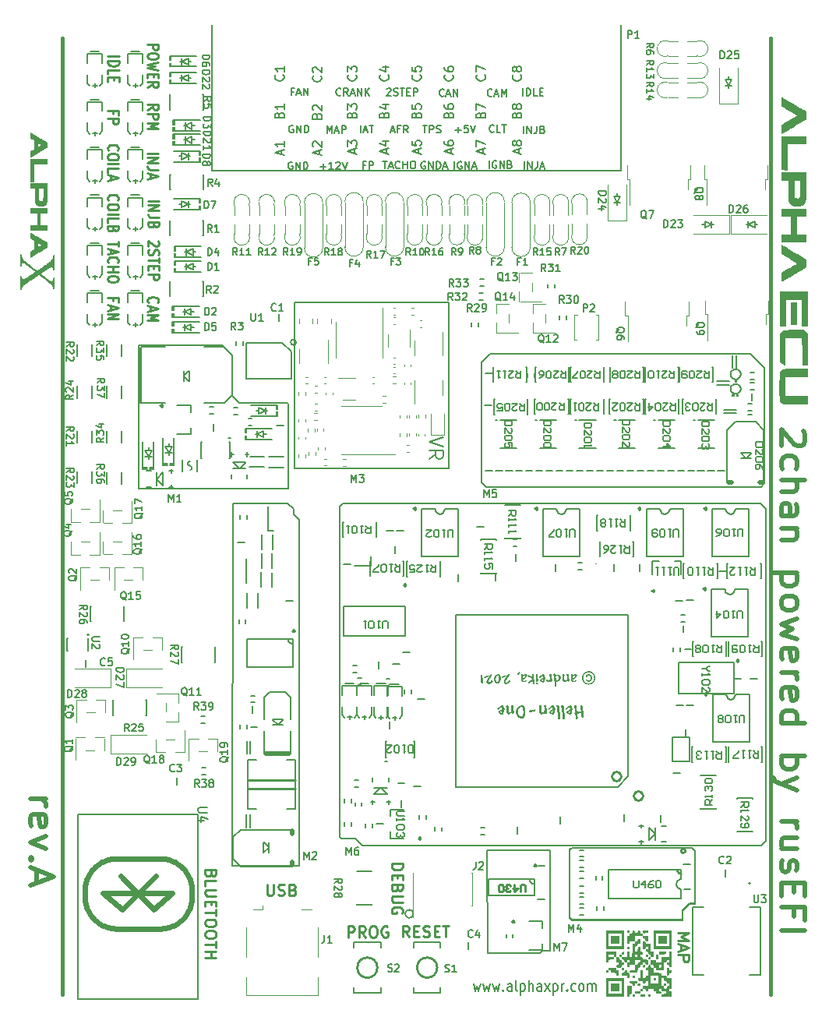
<source format=gto>
G75*
G70*
%OFA0B0*%
%FSLAX25Y25*%
%IPPOS*%
%LPD*%
%AMOC8*
5,1,8,0,0,1.08239X$1,22.5*
%
%ADD10C,0.01969*%
%ADD104C,0.02484*%
%ADD110C,0.00650*%
%ADD118C,0.00800*%
%ADD124C,0.00390*%
%ADD129C,0.01500*%
%ADD139C,0.00472*%
%ADD147C,0.00500*%
%ADD184C,0.00591*%
%ADD191C,0.00984*%
%ADD201C,0.01000*%
%ADD222C,0.01968*%
%ADD23C,0.01575*%
%ADD236C,0.00787*%
%ADD78C,0.00669*%
%ADD88C,0.00689*%
X0000000Y0000000D02*
%LPD*%
G01*
D10*
X0005876Y0086102D02*
X0012700Y0086102D01*
X0010750Y0086102D02*
X0011725Y0085559D01*
X0012213Y0085015D01*
X0012700Y0083928D01*
X0012700Y0082840D01*
X0006363Y0074685D02*
X0005876Y0075772D01*
X0005876Y0077947D01*
X0006363Y0079034D01*
X0007338Y0079578D01*
X0011238Y0079578D01*
X0012213Y0079034D01*
X0012700Y0077947D01*
X0012700Y0075772D01*
X0012213Y0074685D01*
X0011238Y0074141D01*
X0010263Y0074141D01*
X0009288Y0079578D01*
X0012700Y0070336D02*
X0005876Y0067617D01*
X0012700Y0064899D01*
X0006851Y0060549D02*
X0006363Y0060006D01*
X0005876Y0060549D01*
X0006363Y0061093D01*
X0006851Y0060549D01*
X0005876Y0060549D01*
X0008801Y0055656D02*
X0008801Y0050219D01*
X0005876Y0056744D02*
X0016112Y0052938D01*
X0005876Y0049132D01*
D129*
X0322835Y0002362D02*
X0322835Y0411417D01*
X0019685Y0002362D02*
X0019685Y0411417D01*
D236*
X0195589Y0007060D02*
X0196339Y0003910D01*
X0197088Y0006160D01*
X0197838Y0003910D01*
X0198588Y0007060D01*
X0199713Y0007060D02*
X0200463Y0003910D01*
X0201213Y0006160D01*
X0201963Y0003910D01*
X0202713Y0007060D01*
X0203838Y0007060D02*
X0204588Y0003910D01*
X0205337Y0006160D01*
X0206087Y0003910D01*
X0206837Y0007060D01*
X0208337Y0004360D02*
X0208525Y0004135D01*
X0208337Y0003910D01*
X0208150Y0004135D01*
X0208337Y0004360D01*
X0208337Y0003910D01*
X0211899Y0003910D02*
X0211899Y0006385D01*
X0211712Y0006835D01*
X0211337Y0007060D01*
X0210587Y0007060D01*
X0210212Y0006835D01*
X0211899Y0004135D02*
X0211524Y0003910D01*
X0210587Y0003910D01*
X0210212Y0004135D01*
X0210024Y0004585D01*
X0210024Y0005035D01*
X0210212Y0005485D01*
X0210587Y0005710D01*
X0211524Y0005710D01*
X0211899Y0005935D01*
X0214336Y0003910D02*
X0213961Y0004135D01*
X0213774Y0004585D01*
X0213774Y0008634D01*
X0215836Y0007060D02*
X0215836Y0002335D01*
X0215836Y0006835D02*
X0216211Y0007060D01*
X0216961Y0007060D01*
X0217336Y0006835D01*
X0217523Y0006610D01*
X0217711Y0006160D01*
X0217711Y0004810D01*
X0217523Y0004360D01*
X0217336Y0004135D01*
X0216961Y0003910D01*
X0216211Y0003910D01*
X0215836Y0004135D01*
X0219398Y0003910D02*
X0219398Y0008634D01*
X0221085Y0003910D02*
X0221085Y0006385D01*
X0220898Y0006835D01*
X0220523Y0007060D01*
X0219961Y0007060D01*
X0219586Y0006835D01*
X0219398Y0006610D01*
X0224648Y0003910D02*
X0224648Y0006385D01*
X0224460Y0006835D01*
X0224085Y0007060D01*
X0223335Y0007060D01*
X0222960Y0006835D01*
X0224648Y0004135D02*
X0224273Y0003910D01*
X0223335Y0003910D01*
X0222960Y0004135D01*
X0222773Y0004585D01*
X0222773Y0005035D01*
X0222960Y0005485D01*
X0223335Y0005710D01*
X0224273Y0005710D01*
X0224648Y0005935D01*
X0226147Y0003910D02*
X0228210Y0007060D01*
X0226147Y0007060D02*
X0228210Y0003910D01*
X0229709Y0007060D02*
X0229709Y0002335D01*
X0229709Y0006835D02*
X0230084Y0007060D01*
X0230834Y0007060D01*
X0231209Y0006835D01*
X0231397Y0006610D01*
X0231584Y0006160D01*
X0231584Y0004810D01*
X0231397Y0004360D01*
X0231209Y0004135D01*
X0230834Y0003910D01*
X0230084Y0003910D01*
X0229709Y0004135D01*
X0233271Y0003910D02*
X0233271Y0007060D01*
X0233271Y0006160D02*
X0233459Y0006610D01*
X0233646Y0006835D01*
X0234021Y0007060D01*
X0234396Y0007060D01*
X0235709Y0004360D02*
X0235896Y0004135D01*
X0235709Y0003910D01*
X0235521Y0004135D01*
X0235709Y0004360D01*
X0235709Y0003910D01*
X0239271Y0004135D02*
X0238896Y0003910D01*
X0238146Y0003910D01*
X0237771Y0004135D01*
X0237583Y0004360D01*
X0237396Y0004810D01*
X0237396Y0006160D01*
X0237583Y0006610D01*
X0237771Y0006835D01*
X0238146Y0007060D01*
X0238896Y0007060D01*
X0239271Y0006835D01*
X0241520Y0003910D02*
X0241145Y0004135D01*
X0240958Y0004360D01*
X0240771Y0004810D01*
X0240771Y0006160D01*
X0240958Y0006610D01*
X0241145Y0006835D01*
X0241520Y0007060D01*
X0242083Y0007060D01*
X0242458Y0006835D01*
X0242645Y0006610D01*
X0242833Y0006160D01*
X0242833Y0004810D01*
X0242645Y0004360D01*
X0242458Y0004135D01*
X0242083Y0003910D01*
X0241520Y0003910D01*
X0244520Y0003910D02*
X0244520Y0007060D01*
X0244520Y0006610D02*
X0244708Y0006835D01*
X0245082Y0007060D01*
X0245645Y0007060D01*
X0246020Y0006835D01*
X0246207Y0006385D01*
X0246207Y0003910D01*
X0246207Y0006385D02*
X0246395Y0006835D01*
X0246770Y0007060D01*
X0247332Y0007060D01*
X0247707Y0006835D01*
X0247895Y0006385D01*
X0247895Y0003910D01*
D78*
X0216969Y0370839D02*
X0216969Y0373989D01*
X0218468Y0370839D02*
X0218468Y0373989D01*
X0220268Y0370839D01*
X0220268Y0373989D01*
X0222668Y0373989D02*
X0222668Y0371739D01*
X0222518Y0371289D01*
X0222218Y0370989D01*
X0221768Y0370839D01*
X0221468Y0370839D01*
X0225218Y0372489D02*
X0225667Y0372339D01*
X0225817Y0372189D01*
X0225967Y0371889D01*
X0225967Y0371439D01*
X0225817Y0371139D01*
X0225667Y0370989D01*
X0225367Y0370839D01*
X0224168Y0370839D01*
X0224168Y0373989D01*
X0225218Y0373989D01*
X0225517Y0373839D01*
X0225667Y0373689D01*
X0225817Y0373389D01*
X0225817Y0373089D01*
X0225667Y0372789D01*
X0225517Y0372639D01*
X0225218Y0372489D01*
X0224168Y0372489D01*
X0182904Y0386922D02*
X0182754Y0386772D01*
X0182304Y0386622D01*
X0182004Y0386622D01*
X0181555Y0386772D01*
X0181255Y0387072D01*
X0181105Y0387372D01*
X0180955Y0387972D01*
X0180955Y0388422D01*
X0181105Y0389022D01*
X0181255Y0389322D01*
X0181555Y0389622D01*
X0182004Y0389772D01*
X0182304Y0389772D01*
X0182754Y0389622D01*
X0182904Y0389472D01*
X0184104Y0387522D02*
X0185604Y0387522D01*
X0183804Y0386622D02*
X0184854Y0389772D01*
X0185904Y0386622D01*
X0186954Y0386622D02*
X0186954Y0389772D01*
X0188754Y0386622D01*
X0188754Y0389772D01*
X0118073Y0358465D02*
X0117773Y0358615D01*
X0117323Y0358615D01*
X0116873Y0358465D01*
X0116573Y0358165D01*
X0116423Y0357865D01*
X0116273Y0357265D01*
X0116273Y0356815D01*
X0116423Y0356215D01*
X0116573Y0355915D01*
X0116873Y0355615D01*
X0117323Y0355465D01*
X0117623Y0355465D01*
X0118073Y0355615D01*
X0118223Y0355765D01*
X0118223Y0356815D01*
X0117623Y0356815D01*
X0119573Y0355465D02*
X0119573Y0358615D01*
X0121372Y0355465D01*
X0121372Y0358615D01*
X0122872Y0355465D02*
X0122872Y0358615D01*
X0123622Y0358615D01*
X0124072Y0358465D01*
X0124372Y0358165D01*
X0124522Y0357865D01*
X0124672Y0357265D01*
X0124672Y0356815D01*
X0124522Y0356215D01*
X0124372Y0355915D01*
X0124072Y0355615D01*
X0123622Y0355465D01*
X0122872Y0355465D01*
D191*
X0056580Y0298388D02*
X0056355Y0298575D01*
X0056130Y0299138D01*
X0056130Y0299513D01*
X0056355Y0300075D01*
X0056805Y0300450D01*
X0057255Y0300637D01*
X0058155Y0300825D01*
X0058830Y0300825D01*
X0059730Y0300637D01*
X0060180Y0300450D01*
X0060630Y0300075D01*
X0060855Y0299513D01*
X0060855Y0299138D01*
X0060630Y0298575D01*
X0060405Y0298388D01*
X0057480Y0296888D02*
X0057480Y0295013D01*
X0056130Y0297263D02*
X0060855Y0295951D01*
X0056130Y0294638D01*
X0056130Y0293326D02*
X0060855Y0293326D01*
X0057480Y0292014D01*
X0060855Y0290701D01*
X0056130Y0290701D01*
X0060602Y0324784D02*
X0060827Y0324597D01*
X0061052Y0324222D01*
X0061052Y0323285D01*
X0060827Y0322910D01*
X0060602Y0322722D01*
X0060152Y0322535D01*
X0059702Y0322535D01*
X0059027Y0322722D01*
X0056327Y0324972D01*
X0056327Y0322535D01*
X0056552Y0321035D02*
X0056327Y0320472D01*
X0056327Y0319535D01*
X0056552Y0319160D01*
X0056777Y0318973D01*
X0057227Y0318785D01*
X0057677Y0318785D01*
X0058127Y0318973D01*
X0058352Y0319160D01*
X0058577Y0319535D01*
X0058802Y0320285D01*
X0059027Y0320660D01*
X0059252Y0320847D01*
X0059702Y0321035D01*
X0060152Y0321035D01*
X0060602Y0320847D01*
X0060827Y0320660D01*
X0061052Y0320285D01*
X0061052Y0319348D01*
X0060827Y0318785D01*
X0061052Y0317660D02*
X0061052Y0315411D01*
X0056327Y0316535D02*
X0061052Y0316535D01*
X0058802Y0314098D02*
X0058802Y0312786D01*
X0056327Y0312223D02*
X0056327Y0314098D01*
X0061052Y0314098D01*
X0061052Y0312223D01*
X0056327Y0310536D02*
X0061052Y0310536D01*
X0061052Y0309036D01*
X0060827Y0308661D01*
X0060602Y0308474D01*
X0060152Y0308286D01*
X0059477Y0308286D01*
X0059027Y0308474D01*
X0058802Y0308661D01*
X0058577Y0309036D01*
X0058577Y0310536D01*
X0056130Y0380952D02*
X0058380Y0382265D01*
X0056130Y0383202D02*
X0060855Y0383202D01*
X0060855Y0381702D01*
X0060630Y0381327D01*
X0060405Y0381140D01*
X0059955Y0380952D01*
X0059280Y0380952D01*
X0058830Y0381140D01*
X0058605Y0381327D01*
X0058380Y0381702D01*
X0058380Y0383202D01*
X0056130Y0379265D02*
X0060855Y0379265D01*
X0060855Y0377765D01*
X0060630Y0377390D01*
X0060405Y0377203D01*
X0059955Y0377015D01*
X0059280Y0377015D01*
X0058830Y0377203D01*
X0058605Y0377390D01*
X0058380Y0377765D01*
X0058380Y0379265D01*
X0056130Y0375328D02*
X0060855Y0375328D01*
X0057480Y0374016D01*
X0060855Y0372703D01*
X0056130Y0372703D01*
D78*
X0158527Y0389797D02*
X0158677Y0389947D01*
X0158977Y0390097D01*
X0159727Y0390097D01*
X0160027Y0389947D01*
X0160176Y0389797D01*
X0160326Y0389497D01*
X0160326Y0389197D01*
X0160176Y0388747D01*
X0158377Y0386947D01*
X0160326Y0386947D01*
X0161526Y0387097D02*
X0161976Y0386947D01*
X0162726Y0386947D01*
X0163026Y0387097D01*
X0163176Y0387247D01*
X0163326Y0387547D01*
X0163326Y0387847D01*
X0163176Y0388147D01*
X0163026Y0388297D01*
X0162726Y0388447D01*
X0162126Y0388597D01*
X0161826Y0388747D01*
X0161676Y0388897D01*
X0161526Y0389197D01*
X0161526Y0389497D01*
X0161676Y0389797D01*
X0161826Y0389947D01*
X0162126Y0390097D01*
X0162876Y0390097D01*
X0163326Y0389947D01*
X0164226Y0390097D02*
X0166026Y0390097D01*
X0165126Y0386947D02*
X0165126Y0390097D01*
X0167076Y0388597D02*
X0168125Y0388597D01*
X0168575Y0386947D02*
X0167076Y0386947D01*
X0167076Y0390097D01*
X0168575Y0390097D01*
X0169925Y0386947D02*
X0169925Y0390097D01*
X0171125Y0390097D01*
X0171425Y0389947D01*
X0171575Y0389797D01*
X0171725Y0389497D01*
X0171725Y0389047D01*
X0171575Y0388747D01*
X0171425Y0388597D01*
X0171125Y0388447D01*
X0169925Y0388447D01*
D191*
X0056130Y0362336D02*
X0060855Y0362336D01*
X0056130Y0360461D02*
X0060855Y0360461D01*
X0056130Y0358211D01*
X0060855Y0358211D01*
X0060855Y0355212D02*
X0057480Y0355212D01*
X0056805Y0355399D01*
X0056355Y0355774D01*
X0056130Y0356337D01*
X0056130Y0356712D01*
X0057480Y0353525D02*
X0057480Y0351650D01*
X0056130Y0353900D02*
X0060855Y0352587D01*
X0056130Y0351275D01*
D78*
X0138819Y0387247D02*
X0138669Y0387097D01*
X0138219Y0386947D01*
X0137919Y0386947D01*
X0137469Y0387097D01*
X0137169Y0387397D01*
X0137019Y0387697D01*
X0136869Y0388297D01*
X0136869Y0388747D01*
X0137019Y0389347D01*
X0137169Y0389647D01*
X0137469Y0389947D01*
X0137919Y0390097D01*
X0138219Y0390097D01*
X0138669Y0389947D01*
X0138819Y0389797D01*
X0141968Y0386947D02*
X0140919Y0388447D01*
X0140169Y0386947D02*
X0140169Y0390097D01*
X0141368Y0390097D01*
X0141668Y0389947D01*
X0141818Y0389797D01*
X0141968Y0389497D01*
X0141968Y0389047D01*
X0141818Y0388747D01*
X0141668Y0388597D01*
X0141368Y0388447D01*
X0140169Y0388447D01*
X0143168Y0387847D02*
X0144668Y0387847D01*
X0142868Y0386947D02*
X0143918Y0390097D01*
X0144968Y0386947D01*
X0146018Y0386947D02*
X0146018Y0390097D01*
X0147818Y0386947D01*
X0147818Y0390097D01*
X0149317Y0386947D02*
X0149317Y0390097D01*
X0151117Y0386947D02*
X0149767Y0388747D01*
X0151117Y0390097D02*
X0149317Y0388297D01*
X0132923Y0371020D02*
X0132923Y0374169D01*
X0133973Y0371920D01*
X0135023Y0374169D01*
X0135023Y0371020D01*
X0136373Y0371920D02*
X0137873Y0371920D01*
X0136073Y0371020D02*
X0137123Y0374169D01*
X0138173Y0371020D01*
X0139222Y0371020D02*
X0139222Y0374169D01*
X0140422Y0374169D01*
X0140722Y0374019D01*
X0140872Y0373869D01*
X0141022Y0373569D01*
X0141022Y0373119D01*
X0140872Y0372820D01*
X0140722Y0372670D01*
X0140422Y0372520D01*
X0139222Y0372520D01*
D191*
X0039454Y0342154D02*
X0039229Y0342342D01*
X0039004Y0342904D01*
X0039004Y0343279D01*
X0039229Y0343841D01*
X0039679Y0344216D01*
X0040129Y0344404D01*
X0041029Y0344591D01*
X0041704Y0344591D01*
X0042604Y0344404D01*
X0043054Y0344216D01*
X0043504Y0343841D01*
X0043729Y0343279D01*
X0043729Y0342904D01*
X0043504Y0342342D01*
X0043279Y0342154D01*
X0043729Y0339717D02*
X0043729Y0338967D01*
X0043504Y0338592D01*
X0043054Y0338217D01*
X0042154Y0338030D01*
X0040579Y0338030D01*
X0039679Y0338217D01*
X0039229Y0338592D01*
X0039004Y0338967D01*
X0039004Y0339717D01*
X0039229Y0340092D01*
X0039679Y0340467D01*
X0040579Y0340654D01*
X0042154Y0340654D01*
X0043054Y0340467D01*
X0043504Y0340092D01*
X0043729Y0339717D01*
X0039004Y0336342D02*
X0043729Y0336342D01*
X0039004Y0332593D02*
X0039004Y0334468D01*
X0043729Y0334468D01*
X0041479Y0329968D02*
X0041254Y0329406D01*
X0041029Y0329218D01*
X0040579Y0329031D01*
X0039904Y0329031D01*
X0039454Y0329218D01*
X0039229Y0329406D01*
X0039004Y0329781D01*
X0039004Y0331280D01*
X0043729Y0331280D01*
X0043729Y0329968D01*
X0043504Y0329593D01*
X0043279Y0329406D01*
X0042829Y0329218D01*
X0042379Y0329218D01*
X0041929Y0329406D01*
X0041704Y0329593D01*
X0041479Y0329968D01*
X0041479Y0331280D01*
D78*
X0130081Y0356665D02*
X0132480Y0356665D01*
X0131280Y0355465D02*
X0131280Y0357865D01*
X0135630Y0355465D02*
X0133830Y0355465D01*
X0134730Y0355465D02*
X0134730Y0358615D01*
X0134430Y0358165D01*
X0134130Y0357865D01*
X0133830Y0357715D01*
X0136830Y0358315D02*
X0136980Y0358465D01*
X0137280Y0358615D01*
X0138030Y0358615D01*
X0138330Y0358465D01*
X0138480Y0358315D01*
X0138630Y0358015D01*
X0138630Y0357715D01*
X0138480Y0357265D01*
X0136680Y0355465D01*
X0138630Y0355465D01*
X0139529Y0358615D02*
X0140579Y0355465D01*
X0141629Y0358615D01*
X0187355Y0355622D02*
X0187355Y0358772D01*
X0190504Y0358622D02*
X0190204Y0358772D01*
X0189754Y0358772D01*
X0189304Y0358622D01*
X0189004Y0358322D01*
X0188855Y0358022D01*
X0188705Y0357422D01*
X0188705Y0356972D01*
X0188855Y0356372D01*
X0189004Y0356072D01*
X0189304Y0355772D01*
X0189754Y0355622D01*
X0190054Y0355622D01*
X0190504Y0355772D01*
X0190654Y0355922D01*
X0190654Y0356972D01*
X0190054Y0356972D01*
X0192004Y0355622D02*
X0192004Y0358772D01*
X0193804Y0355622D01*
X0193804Y0358772D01*
X0195154Y0356522D02*
X0196654Y0356522D01*
X0194854Y0355622D02*
X0195904Y0358772D01*
X0196954Y0355622D01*
X0160237Y0371992D02*
X0161737Y0371992D01*
X0159938Y0371093D02*
X0160987Y0374242D01*
X0162037Y0371093D01*
X0164137Y0372742D02*
X0163087Y0372742D01*
X0163087Y0371093D02*
X0163087Y0374242D01*
X0164587Y0374242D01*
X0167587Y0371093D02*
X0166537Y0372592D01*
X0165787Y0371093D02*
X0165787Y0374242D01*
X0166987Y0374242D01*
X0167287Y0374092D01*
X0167437Y0373942D01*
X0167587Y0373642D01*
X0167587Y0373192D01*
X0167437Y0372892D01*
X0167287Y0372742D01*
X0166987Y0372592D01*
X0165787Y0372592D01*
D191*
X0041479Y0379162D02*
X0041479Y0380474D01*
X0039004Y0380474D02*
X0043729Y0380474D01*
X0043729Y0378600D01*
X0039004Y0377100D02*
X0043729Y0377100D01*
X0043729Y0375600D01*
X0043504Y0375225D01*
X0043279Y0375037D01*
X0042829Y0374850D01*
X0042154Y0374850D01*
X0041704Y0375037D01*
X0041479Y0375225D01*
X0041254Y0375600D01*
X0041254Y0377100D01*
D10*
X0336560Y0243593D02*
X0337047Y0243049D01*
X0337535Y0241962D01*
X0337535Y0239244D01*
X0337047Y0238156D01*
X0336560Y0237612D01*
X0335585Y0237069D01*
X0334610Y0237069D01*
X0333148Y0237612D01*
X0327298Y0244137D01*
X0327298Y0237069D01*
X0327786Y0227283D02*
X0327298Y0228370D01*
X0327298Y0230545D01*
X0327786Y0231632D01*
X0328273Y0232176D01*
X0329248Y0232719D01*
X0332173Y0232719D01*
X0333148Y0232176D01*
X0333635Y0231632D01*
X0334123Y0230545D01*
X0334123Y0228370D01*
X0333635Y0227283D01*
X0327298Y0222389D02*
X0337535Y0222389D01*
X0327298Y0217496D02*
X0332660Y0217496D01*
X0333635Y0218040D01*
X0334123Y0219127D01*
X0334123Y0220758D01*
X0333635Y0221846D01*
X0333148Y0222389D01*
X0327298Y0207166D02*
X0332660Y0207166D01*
X0333635Y0207710D01*
X0334123Y0208797D01*
X0334123Y0210972D01*
X0333635Y0212059D01*
X0327786Y0207166D02*
X0327298Y0208254D01*
X0327298Y0210972D01*
X0327786Y0212059D01*
X0328761Y0212603D01*
X0329736Y0212603D01*
X0330711Y0212059D01*
X0331198Y0210972D01*
X0331198Y0208254D01*
X0331685Y0207166D01*
X0334123Y0201729D02*
X0327298Y0201729D01*
X0333148Y0201729D02*
X0333635Y0201186D01*
X0334123Y0200098D01*
X0334123Y0198467D01*
X0333635Y0197380D01*
X0332660Y0196836D01*
X0327298Y0196836D01*
X0334123Y0182701D02*
X0323886Y0182701D01*
X0333635Y0182701D02*
X0334123Y0181613D01*
X0334123Y0179439D01*
X0333635Y0178351D01*
X0333148Y0177807D01*
X0332173Y0177264D01*
X0329248Y0177264D01*
X0328273Y0177807D01*
X0327786Y0178351D01*
X0327298Y0179439D01*
X0327298Y0181613D01*
X0327786Y0182701D01*
X0327298Y0170740D02*
X0327786Y0171827D01*
X0328273Y0172371D01*
X0329248Y0172914D01*
X0332173Y0172914D01*
X0333148Y0172371D01*
X0333635Y0171827D01*
X0334123Y0170740D01*
X0334123Y0169109D01*
X0333635Y0168021D01*
X0333148Y0167478D01*
X0332173Y0166934D01*
X0329248Y0166934D01*
X0328273Y0167478D01*
X0327786Y0168021D01*
X0327298Y0169109D01*
X0327298Y0170740D01*
X0334123Y0163128D02*
X0327298Y0160953D01*
X0332173Y0158779D01*
X0327298Y0156604D01*
X0334123Y0154429D01*
X0327786Y0145730D02*
X0327298Y0146818D01*
X0327298Y0148992D01*
X0327786Y0150080D01*
X0328761Y0150623D01*
X0332660Y0150623D01*
X0333635Y0150080D01*
X0334123Y0148992D01*
X0334123Y0146818D01*
X0333635Y0145730D01*
X0332660Y0145187D01*
X0331685Y0145187D01*
X0330711Y0150623D01*
X0327298Y0140293D02*
X0334123Y0140293D01*
X0332173Y0140293D02*
X0333148Y0139750D01*
X0333635Y0139206D01*
X0334123Y0138119D01*
X0334123Y0137031D01*
X0327786Y0128876D02*
X0327298Y0129963D01*
X0327298Y0132138D01*
X0327786Y0133226D01*
X0328761Y0133769D01*
X0332660Y0133769D01*
X0333635Y0133226D01*
X0334123Y0132138D01*
X0334123Y0129963D01*
X0333635Y0128876D01*
X0332660Y0128332D01*
X0331685Y0128332D01*
X0330711Y0133769D01*
X0327298Y0118546D02*
X0337535Y0118546D01*
X0327786Y0118546D02*
X0327298Y0119633D01*
X0327298Y0121808D01*
X0327786Y0122896D01*
X0328273Y0123439D01*
X0329248Y0123983D01*
X0332173Y0123983D01*
X0333148Y0123439D01*
X0333635Y0122896D01*
X0334123Y0121808D01*
X0334123Y0119633D01*
X0333635Y0118546D01*
X0327298Y0104410D02*
X0337535Y0104410D01*
X0333635Y0104410D02*
X0334123Y0103323D01*
X0334123Y0101148D01*
X0333635Y0100061D01*
X0333148Y0099517D01*
X0332173Y0098974D01*
X0329248Y0098974D01*
X0328273Y0099517D01*
X0327786Y0100061D01*
X0327298Y0101148D01*
X0327298Y0103323D01*
X0327786Y0104410D01*
X0334123Y0095168D02*
X0327298Y0092449D01*
X0334123Y0089731D02*
X0327298Y0092449D01*
X0324861Y0093537D01*
X0324374Y0094080D01*
X0323886Y0095168D01*
X0327298Y0076683D02*
X0334123Y0076683D01*
X0332173Y0076683D02*
X0333148Y0076139D01*
X0333635Y0075595D01*
X0334123Y0074508D01*
X0334123Y0073421D01*
X0334123Y0064722D02*
X0327298Y0064722D01*
X0334123Y0069615D02*
X0328761Y0069615D01*
X0327786Y0069071D01*
X0327298Y0067984D01*
X0327298Y0066353D01*
X0327786Y0065265D01*
X0328273Y0064722D01*
X0327786Y0059828D02*
X0327298Y0058741D01*
X0327298Y0056566D01*
X0327786Y0055479D01*
X0328761Y0054935D01*
X0329248Y0054935D01*
X0330223Y0055479D01*
X0330711Y0056566D01*
X0330711Y0058197D01*
X0331198Y0059285D01*
X0332173Y0059828D01*
X0332660Y0059828D01*
X0333635Y0059285D01*
X0334123Y0058197D01*
X0334123Y0056566D01*
X0333635Y0055479D01*
X0332660Y0050042D02*
X0332660Y0046236D01*
X0327298Y0044605D02*
X0327298Y0050042D01*
X0337535Y0050042D01*
X0337535Y0044605D01*
X0332660Y0035906D02*
X0332660Y0039712D01*
X0327298Y0039712D02*
X0337535Y0039712D01*
X0337535Y0034275D01*
X0327298Y0029926D02*
X0337535Y0029926D01*
D78*
X0118620Y0388681D02*
X0117570Y0388681D01*
X0117570Y0387032D02*
X0117570Y0390181D01*
X0119070Y0390181D01*
X0120120Y0387932D02*
X0121620Y0387932D01*
X0119820Y0387032D02*
X0120870Y0390181D01*
X0121920Y0387032D01*
X0122970Y0387032D02*
X0122970Y0390181D01*
X0124769Y0387032D01*
X0124769Y0390181D01*
X0118461Y0374140D02*
X0118161Y0374290D01*
X0117711Y0374290D01*
X0117261Y0374140D01*
X0116961Y0373840D01*
X0116811Y0373540D01*
X0116661Y0372940D01*
X0116661Y0372490D01*
X0116811Y0371890D01*
X0116961Y0371590D01*
X0117261Y0371290D01*
X0117711Y0371140D01*
X0118011Y0371140D01*
X0118461Y0371290D01*
X0118611Y0371440D01*
X0118611Y0372490D01*
X0118011Y0372490D01*
X0119961Y0371140D02*
X0119961Y0374290D01*
X0121761Y0371140D01*
X0121761Y0374290D01*
X0123260Y0371140D02*
X0123260Y0374290D01*
X0124010Y0374290D01*
X0124460Y0374140D01*
X0124760Y0373840D01*
X0124910Y0373540D01*
X0125060Y0372940D01*
X0125060Y0372490D01*
X0124910Y0371890D01*
X0124760Y0371590D01*
X0124460Y0371290D01*
X0124010Y0371140D01*
X0123260Y0371140D01*
X0203496Y0386946D02*
X0203346Y0386796D01*
X0202896Y0386646D01*
X0202596Y0386646D01*
X0202146Y0386796D01*
X0201846Y0387096D01*
X0201696Y0387396D01*
X0201546Y0387996D01*
X0201546Y0388446D01*
X0201696Y0389046D01*
X0201846Y0389346D01*
X0202146Y0389646D01*
X0202596Y0389796D01*
X0202896Y0389796D01*
X0203346Y0389646D01*
X0203496Y0389496D01*
X0204695Y0387546D02*
X0206195Y0387546D01*
X0204395Y0386646D02*
X0205445Y0389796D01*
X0206495Y0386646D01*
X0207545Y0386646D02*
X0207545Y0389796D01*
X0208595Y0387546D01*
X0209645Y0389796D01*
X0209645Y0386646D01*
X0217278Y0355623D02*
X0217278Y0358773D01*
X0218778Y0355623D02*
X0218778Y0358773D01*
X0220578Y0355623D01*
X0220578Y0358773D01*
X0222977Y0358773D02*
X0222977Y0356523D01*
X0222827Y0356073D01*
X0222527Y0355773D01*
X0222077Y0355623D01*
X0221777Y0355623D01*
X0224327Y0356523D02*
X0225827Y0356523D01*
X0224027Y0355623D02*
X0225077Y0358773D01*
X0226127Y0355623D01*
D191*
X0141915Y0027010D02*
X0141915Y0031734D01*
X0143715Y0031734D01*
X0144165Y0031509D01*
X0144390Y0031284D01*
X0144615Y0030834D01*
X0144615Y0030159D01*
X0144390Y0029710D01*
X0144165Y0029485D01*
X0143715Y0029260D01*
X0141915Y0029260D01*
X0149339Y0027010D02*
X0147765Y0029260D01*
X0146640Y0027010D02*
X0146640Y0031734D01*
X0148439Y0031734D01*
X0148889Y0031509D01*
X0149114Y0031284D01*
X0149339Y0030834D01*
X0149339Y0030159D01*
X0149114Y0029710D01*
X0148889Y0029485D01*
X0148439Y0029260D01*
X0146640Y0029260D01*
X0152264Y0031734D02*
X0153164Y0031734D01*
X0153614Y0031509D01*
X0154064Y0031059D01*
X0154289Y0030159D01*
X0154289Y0028585D01*
X0154064Y0027685D01*
X0153614Y0027235D01*
X0153164Y0027010D01*
X0152264Y0027010D01*
X0151814Y0027235D01*
X0151364Y0027685D01*
X0151139Y0028585D01*
X0151139Y0030159D01*
X0151364Y0031059D01*
X0151814Y0031509D01*
X0152264Y0031734D01*
X0158788Y0031509D02*
X0158338Y0031734D01*
X0157663Y0031734D01*
X0156988Y0031509D01*
X0156538Y0031059D01*
X0156313Y0030609D01*
X0156089Y0029710D01*
X0156089Y0029035D01*
X0156313Y0028135D01*
X0156538Y0027685D01*
X0156988Y0027235D01*
X0157663Y0027010D01*
X0158113Y0027010D01*
X0158788Y0027235D01*
X0159013Y0027460D01*
X0159013Y0029035D01*
X0158113Y0029035D01*
D78*
X0187842Y0372292D02*
X0190242Y0372292D01*
X0189042Y0371093D02*
X0189042Y0373492D01*
X0193242Y0374242D02*
X0191742Y0374242D01*
X0191592Y0372742D01*
X0191742Y0372892D01*
X0192042Y0373042D01*
X0192792Y0373042D01*
X0193092Y0372892D01*
X0193242Y0372742D01*
X0193392Y0372442D01*
X0193392Y0371692D01*
X0193242Y0371392D01*
X0193092Y0371243D01*
X0192792Y0371093D01*
X0192042Y0371093D01*
X0191742Y0371243D01*
X0191592Y0371392D01*
X0194291Y0374242D02*
X0195341Y0371093D01*
X0196391Y0374242D01*
X0147315Y0371130D02*
X0147315Y0374279D01*
X0148665Y0372030D02*
X0150165Y0372030D01*
X0148365Y0371130D02*
X0149415Y0374279D01*
X0150465Y0371130D01*
X0151065Y0374279D02*
X0152864Y0374279D01*
X0151964Y0371130D02*
X0151964Y0374279D01*
X0216780Y0386984D02*
X0216780Y0390134D01*
X0218280Y0386984D02*
X0218280Y0390134D01*
X0219030Y0390134D01*
X0219480Y0389984D01*
X0219780Y0389684D01*
X0219930Y0389384D01*
X0220080Y0388784D01*
X0220080Y0388334D01*
X0219930Y0387734D01*
X0219780Y0387434D01*
X0219480Y0387134D01*
X0219030Y0386984D01*
X0218280Y0386984D01*
X0222930Y0386984D02*
X0221430Y0386984D01*
X0221430Y0390134D01*
X0223980Y0388634D02*
X0225029Y0388634D01*
X0225479Y0386984D02*
X0223980Y0386984D01*
X0223980Y0390134D01*
X0225479Y0390134D01*
D191*
X0107302Y0049591D02*
X0107302Y0045767D01*
X0107527Y0045317D01*
X0107752Y0045092D01*
X0108202Y0044867D01*
X0109102Y0044867D01*
X0109552Y0045092D01*
X0109777Y0045317D01*
X0110002Y0045767D01*
X0110002Y0049591D01*
X0112026Y0045092D02*
X0112701Y0044867D01*
X0113826Y0044867D01*
X0114276Y0045092D01*
X0114501Y0045317D01*
X0114726Y0045767D01*
X0114726Y0046217D01*
X0114501Y0046667D01*
X0114276Y0046892D01*
X0113826Y0047117D01*
X0112926Y0047342D01*
X0112476Y0047567D01*
X0112251Y0047792D01*
X0112026Y0048242D01*
X0112026Y0048692D01*
X0112251Y0049141D01*
X0112476Y0049366D01*
X0112926Y0049591D01*
X0114051Y0049591D01*
X0114726Y0049366D01*
X0118326Y0047342D02*
X0119001Y0047117D01*
X0119226Y0046892D01*
X0119451Y0046442D01*
X0119451Y0045767D01*
X0119226Y0045317D01*
X0119001Y0045092D01*
X0118551Y0044867D01*
X0116751Y0044867D01*
X0116751Y0049591D01*
X0118326Y0049591D01*
X0118776Y0049366D01*
X0119001Y0049141D01*
X0119226Y0048692D01*
X0119226Y0048242D01*
X0119001Y0047792D01*
X0118776Y0047567D01*
X0118326Y0047342D01*
X0116751Y0047342D01*
X0041479Y0299053D02*
X0041479Y0300366D01*
X0039004Y0300366D02*
X0043729Y0300366D01*
X0043729Y0298491D01*
X0040354Y0297178D02*
X0040354Y0295304D01*
X0039004Y0297553D02*
X0043729Y0296241D01*
X0039004Y0294929D01*
X0039004Y0293616D02*
X0043729Y0293616D01*
X0039004Y0291367D01*
X0043729Y0291367D01*
X0160577Y0058402D02*
X0165302Y0058402D01*
X0165302Y0057277D01*
X0165077Y0056602D01*
X0164627Y0056152D01*
X0164177Y0055927D01*
X0163277Y0055702D01*
X0162602Y0055702D01*
X0161702Y0055927D01*
X0161252Y0056152D01*
X0160802Y0056602D01*
X0160577Y0057277D01*
X0160577Y0058402D01*
X0163052Y0053678D02*
X0163052Y0052103D01*
X0160577Y0051428D02*
X0160577Y0053678D01*
X0165302Y0053678D01*
X0165302Y0051428D01*
X0163052Y0047828D02*
X0162827Y0047153D01*
X0162602Y0046929D01*
X0162152Y0046704D01*
X0161477Y0046704D01*
X0161027Y0046929D01*
X0160802Y0047153D01*
X0160577Y0047603D01*
X0160577Y0049403D01*
X0165302Y0049403D01*
X0165302Y0047828D01*
X0165077Y0047378D01*
X0164852Y0047153D01*
X0164402Y0046929D01*
X0163952Y0046929D01*
X0163502Y0047153D01*
X0163277Y0047378D01*
X0163052Y0047828D01*
X0163052Y0049403D01*
X0165302Y0044679D02*
X0161477Y0044679D01*
X0161027Y0044454D01*
X0160802Y0044229D01*
X0160577Y0043779D01*
X0160577Y0042879D01*
X0160802Y0042429D01*
X0161027Y0042204D01*
X0161477Y0041979D01*
X0165302Y0041979D01*
X0165077Y0037255D02*
X0165302Y0037705D01*
X0165302Y0038380D01*
X0165077Y0039055D01*
X0164627Y0039504D01*
X0164177Y0039729D01*
X0163277Y0039954D01*
X0162602Y0039954D01*
X0161702Y0039729D01*
X0161252Y0039504D01*
X0160802Y0039055D01*
X0160577Y0038380D01*
X0160577Y0037930D01*
X0160802Y0037255D01*
X0161027Y0037030D01*
X0162602Y0037030D01*
X0162602Y0037930D01*
D78*
X0204340Y0371562D02*
X0204190Y0371412D01*
X0203740Y0371262D01*
X0203440Y0371262D01*
X0202990Y0371412D01*
X0202690Y0371712D01*
X0202540Y0372011D01*
X0202390Y0372611D01*
X0202390Y0373061D01*
X0202540Y0373661D01*
X0202690Y0373961D01*
X0202990Y0374261D01*
X0203440Y0374411D01*
X0203740Y0374411D01*
X0204190Y0374261D01*
X0204340Y0374111D01*
X0207189Y0371262D02*
X0205689Y0371262D01*
X0205689Y0374411D01*
X0207789Y0374411D02*
X0209589Y0374411D01*
X0208689Y0371262D02*
X0208689Y0374411D01*
X0202223Y0355877D02*
X0202223Y0359027D01*
X0205373Y0358877D02*
X0205073Y0359027D01*
X0204623Y0359027D01*
X0204173Y0358877D01*
X0203873Y0358577D01*
X0203723Y0358277D01*
X0203573Y0357677D01*
X0203573Y0357227D01*
X0203723Y0356627D01*
X0203873Y0356327D01*
X0204173Y0356027D01*
X0204623Y0355877D01*
X0204923Y0355877D01*
X0205373Y0356027D01*
X0205523Y0356177D01*
X0205523Y0357227D01*
X0204923Y0357227D01*
X0206873Y0355877D02*
X0206873Y0359027D01*
X0208673Y0355877D01*
X0208673Y0359027D01*
X0211222Y0357527D02*
X0211672Y0357377D01*
X0211822Y0357227D01*
X0211972Y0356927D01*
X0211972Y0356477D01*
X0211822Y0356177D01*
X0211672Y0356027D01*
X0211372Y0355877D01*
X0210172Y0355877D01*
X0210172Y0359027D01*
X0211222Y0359027D01*
X0211522Y0358877D01*
X0211672Y0358727D01*
X0211822Y0358427D01*
X0211822Y0358127D01*
X0211672Y0357827D01*
X0211522Y0357677D01*
X0211222Y0357527D01*
X0210172Y0357527D01*
X0156788Y0358942D02*
X0158588Y0358942D01*
X0157688Y0355792D02*
X0157688Y0358942D01*
X0159488Y0356692D02*
X0160987Y0356692D01*
X0159188Y0355792D02*
X0160237Y0358942D01*
X0161287Y0355792D01*
X0164137Y0356092D02*
X0163987Y0355942D01*
X0163537Y0355792D01*
X0163237Y0355792D01*
X0162787Y0355942D01*
X0162487Y0356242D01*
X0162337Y0356542D01*
X0162187Y0357142D01*
X0162187Y0357592D01*
X0162337Y0358192D01*
X0162487Y0358492D01*
X0162787Y0358792D01*
X0163237Y0358942D01*
X0163537Y0358942D01*
X0163987Y0358792D01*
X0164137Y0358642D01*
X0165487Y0355792D02*
X0165487Y0358942D01*
X0165487Y0357442D02*
X0167287Y0357442D01*
X0167287Y0355792D02*
X0167287Y0358942D01*
X0169386Y0358942D02*
X0169986Y0358942D01*
X0170286Y0358792D01*
X0170586Y0358492D01*
X0170736Y0357892D01*
X0170736Y0356842D01*
X0170586Y0356242D01*
X0170286Y0355942D01*
X0169986Y0355792D01*
X0169386Y0355792D01*
X0169086Y0355942D01*
X0168786Y0356242D01*
X0168636Y0356842D01*
X0168636Y0357892D01*
X0168786Y0358492D01*
X0169086Y0358792D01*
X0169386Y0358942D01*
D191*
X0168078Y0027147D02*
X0166503Y0029397D01*
X0165378Y0027147D02*
X0165378Y0031872D01*
X0167178Y0031872D01*
X0167628Y0031647D01*
X0167853Y0031422D01*
X0168078Y0030972D01*
X0168078Y0030297D01*
X0167853Y0029847D01*
X0167628Y0029622D01*
X0167178Y0029397D01*
X0165378Y0029397D01*
X0170103Y0029622D02*
X0171678Y0029622D01*
X0172352Y0027147D02*
X0170103Y0027147D01*
X0170103Y0031872D01*
X0172352Y0031872D01*
X0174152Y0027372D02*
X0174827Y0027147D01*
X0175952Y0027147D01*
X0176402Y0027372D01*
X0176627Y0027597D01*
X0176852Y0028047D01*
X0176852Y0028497D01*
X0176627Y0028947D01*
X0176402Y0029172D01*
X0175952Y0029397D01*
X0175052Y0029622D01*
X0174602Y0029847D01*
X0174377Y0030072D01*
X0174152Y0030522D01*
X0174152Y0030972D01*
X0174377Y0031422D01*
X0174602Y0031647D01*
X0175052Y0031872D01*
X0176177Y0031872D01*
X0176852Y0031647D01*
X0178877Y0029622D02*
X0180451Y0029622D01*
X0181126Y0027147D02*
X0178877Y0027147D01*
X0178877Y0031872D01*
X0181126Y0031872D01*
X0182476Y0031872D02*
X0185176Y0031872D01*
X0183826Y0027147D02*
X0183826Y0031872D01*
D78*
X0174955Y0358623D02*
X0174655Y0358773D01*
X0174205Y0358773D01*
X0173756Y0358623D01*
X0173456Y0358323D01*
X0173306Y0358023D01*
X0173156Y0357423D01*
X0173156Y0356973D01*
X0173306Y0356373D01*
X0173456Y0356073D01*
X0173756Y0355773D01*
X0174205Y0355623D01*
X0174505Y0355623D01*
X0174955Y0355773D01*
X0175105Y0355923D01*
X0175105Y0356973D01*
X0174505Y0356973D01*
X0176455Y0355623D02*
X0176455Y0358773D01*
X0178255Y0355623D01*
X0178255Y0358773D01*
X0179755Y0355623D02*
X0179755Y0358773D01*
X0180505Y0358773D01*
X0180955Y0358623D01*
X0181255Y0358323D01*
X0181405Y0358023D01*
X0181555Y0357423D01*
X0181555Y0356973D01*
X0181405Y0356373D01*
X0181255Y0356073D01*
X0180955Y0355773D01*
X0180505Y0355623D01*
X0179755Y0355623D01*
X0182754Y0356523D02*
X0184254Y0356523D01*
X0182454Y0355623D02*
X0183504Y0358773D01*
X0184554Y0355623D01*
D191*
X0043729Y0324653D02*
X0043729Y0322403D01*
X0039004Y0323528D02*
X0043729Y0323528D01*
X0040354Y0321279D02*
X0040354Y0319404D01*
X0039004Y0321654D02*
X0043729Y0320341D01*
X0039004Y0319029D01*
X0039454Y0315467D02*
X0039229Y0315654D01*
X0039004Y0316217D01*
X0039004Y0316592D01*
X0039229Y0317154D01*
X0039679Y0317529D01*
X0040129Y0317717D01*
X0041029Y0317904D01*
X0041704Y0317904D01*
X0042604Y0317717D01*
X0043054Y0317529D01*
X0043504Y0317154D01*
X0043729Y0316592D01*
X0043729Y0316217D01*
X0043504Y0315654D01*
X0043279Y0315467D01*
X0039004Y0313780D02*
X0043729Y0313780D01*
X0041479Y0313780D02*
X0041479Y0311530D01*
X0039004Y0311530D02*
X0043729Y0311530D01*
X0043729Y0308905D02*
X0043729Y0308155D01*
X0043504Y0307780D01*
X0043054Y0307405D01*
X0042154Y0307218D01*
X0040579Y0307218D01*
X0039679Y0307405D01*
X0039229Y0307780D01*
X0039004Y0308155D01*
X0039004Y0308905D01*
X0039229Y0309280D01*
X0039679Y0309655D01*
X0040579Y0309843D01*
X0042154Y0309843D01*
X0043054Y0309655D01*
X0043504Y0309280D01*
X0043729Y0308905D01*
X0056130Y0408896D02*
X0060855Y0408896D01*
X0060855Y0407396D01*
X0060630Y0407021D01*
X0060405Y0406834D01*
X0059955Y0406646D01*
X0059280Y0406646D01*
X0058830Y0406834D01*
X0058605Y0407021D01*
X0058380Y0407396D01*
X0058380Y0408896D01*
X0060855Y0404209D02*
X0060855Y0403459D01*
X0060630Y0403084D01*
X0060180Y0402709D01*
X0059280Y0402522D01*
X0057705Y0402522D01*
X0056805Y0402709D01*
X0056355Y0403084D01*
X0056130Y0403459D01*
X0056130Y0404209D01*
X0056355Y0404584D01*
X0056805Y0404959D01*
X0057705Y0405146D01*
X0059280Y0405146D01*
X0060180Y0404959D01*
X0060630Y0404584D01*
X0060855Y0404209D01*
X0060855Y0401209D02*
X0056130Y0400272D01*
X0059505Y0399522D01*
X0056130Y0398772D01*
X0060855Y0397835D01*
X0058605Y0396335D02*
X0058605Y0395023D01*
X0056130Y0394460D02*
X0056130Y0396335D01*
X0060855Y0396335D01*
X0060855Y0394460D01*
X0056130Y0390523D02*
X0058380Y0391835D01*
X0056130Y0392773D02*
X0060855Y0392773D01*
X0060855Y0391273D01*
X0060630Y0390898D01*
X0060405Y0390711D01*
X0059955Y0390523D01*
X0059280Y0390523D01*
X0058830Y0390711D01*
X0058605Y0390898D01*
X0058380Y0391273D01*
X0058380Y0392773D01*
D78*
X0173970Y0374242D02*
X0175769Y0374242D01*
X0174870Y0371093D02*
X0174870Y0374242D01*
X0176819Y0371093D02*
X0176819Y0374242D01*
X0178019Y0374242D01*
X0178319Y0374092D01*
X0178469Y0373942D01*
X0178619Y0373642D01*
X0178619Y0373192D01*
X0178469Y0372892D01*
X0178319Y0372742D01*
X0178019Y0372592D01*
X0176819Y0372592D01*
X0179819Y0371243D02*
X0180269Y0371093D01*
X0181019Y0371093D01*
X0181319Y0371243D01*
X0181469Y0371392D01*
X0181619Y0371692D01*
X0181619Y0371992D01*
X0181469Y0372292D01*
X0181319Y0372442D01*
X0181019Y0372592D01*
X0180419Y0372742D01*
X0180119Y0372892D01*
X0179969Y0373042D01*
X0179819Y0373342D01*
X0179819Y0373642D01*
X0179969Y0373942D01*
X0180119Y0374092D01*
X0180419Y0374242D01*
X0181169Y0374242D01*
X0181619Y0374092D01*
D191*
X0039454Y0363526D02*
X0039229Y0363714D01*
X0039004Y0364276D01*
X0039004Y0364651D01*
X0039229Y0365214D01*
X0039679Y0365589D01*
X0040129Y0365776D01*
X0041029Y0365964D01*
X0041704Y0365964D01*
X0042604Y0365776D01*
X0043054Y0365589D01*
X0043504Y0365214D01*
X0043729Y0364651D01*
X0043729Y0364276D01*
X0043504Y0363714D01*
X0043279Y0363526D01*
X0043729Y0361089D02*
X0043729Y0360339D01*
X0043504Y0359964D01*
X0043054Y0359589D01*
X0042154Y0359402D01*
X0040579Y0359402D01*
X0039679Y0359589D01*
X0039229Y0359964D01*
X0039004Y0360339D01*
X0039004Y0361089D01*
X0039229Y0361464D01*
X0039679Y0361839D01*
X0040579Y0362027D01*
X0042154Y0362027D01*
X0043054Y0361839D01*
X0043504Y0361464D01*
X0043729Y0361089D01*
X0039004Y0357715D02*
X0043729Y0357715D01*
X0039004Y0353965D02*
X0039004Y0355840D01*
X0043729Y0355840D01*
X0040354Y0352840D02*
X0040354Y0350966D01*
X0039004Y0353215D02*
X0043729Y0351903D01*
X0039004Y0350591D01*
D78*
X0149262Y0357273D02*
X0148212Y0357273D01*
X0148212Y0355623D02*
X0148212Y0358773D01*
X0149712Y0358773D01*
X0150912Y0355623D02*
X0150912Y0358773D01*
X0152112Y0358773D01*
X0152412Y0358623D01*
X0152562Y0358473D01*
X0152712Y0358173D01*
X0152712Y0357723D01*
X0152562Y0357423D01*
X0152412Y0357273D01*
X0152112Y0357123D01*
X0150912Y0357123D01*
D191*
X0039201Y0403768D02*
X0043926Y0403768D01*
X0039201Y0401894D02*
X0043926Y0401894D01*
X0043926Y0400956D01*
X0043701Y0400394D01*
X0043251Y0400019D01*
X0042801Y0399831D01*
X0041901Y0399644D01*
X0041226Y0399644D01*
X0040326Y0399831D01*
X0039876Y0400019D01*
X0039426Y0400394D01*
X0039201Y0400956D01*
X0039201Y0401894D01*
X0039201Y0396082D02*
X0039201Y0397957D01*
X0043926Y0397957D01*
X0041676Y0394769D02*
X0041676Y0393457D01*
X0039201Y0392895D02*
X0039201Y0394769D01*
X0043926Y0394769D01*
X0043926Y0392895D01*
X0283051Y0028825D02*
X0287776Y0028825D01*
X0284401Y0027250D01*
X0287776Y0025675D01*
X0283051Y0025675D01*
X0284401Y0023650D02*
X0284401Y0021401D01*
X0283051Y0024100D02*
X0287776Y0022526D01*
X0283051Y0020951D01*
X0283051Y0019376D02*
X0287776Y0019376D01*
X0287776Y0017576D01*
X0287551Y0017126D01*
X0287326Y0016901D01*
X0286876Y0016676D01*
X0286201Y0016676D01*
X0285751Y0016901D01*
X0285526Y0017126D01*
X0285301Y0017576D01*
X0285301Y0019376D01*
X0056327Y0341948D02*
X0061052Y0341948D01*
X0056327Y0340073D02*
X0061052Y0340073D01*
X0056327Y0337823D01*
X0061052Y0337823D01*
X0061052Y0334824D02*
X0057677Y0334824D01*
X0057002Y0335011D01*
X0056552Y0335386D01*
X0056327Y0335949D01*
X0056327Y0336324D01*
X0058802Y0331637D02*
X0058577Y0331074D01*
X0058352Y0330887D01*
X0057902Y0330699D01*
X0057227Y0330699D01*
X0056777Y0330887D01*
X0056552Y0331074D01*
X0056327Y0331449D01*
X0056327Y0332949D01*
X0061052Y0332949D01*
X0061052Y0331637D01*
X0060827Y0331262D01*
X0060602Y0331074D01*
X0060152Y0330887D01*
X0059702Y0330887D01*
X0059252Y0331074D01*
X0059027Y0331262D01*
X0058802Y0331637D01*
X0058802Y0332949D01*
X0083267Y0054258D02*
X0083042Y0053583D01*
X0082817Y0053358D01*
X0082367Y0053133D01*
X0081692Y0053133D01*
X0081242Y0053358D01*
X0081017Y0053583D01*
X0080792Y0054033D01*
X0080792Y0055832D01*
X0085516Y0055832D01*
X0085516Y0054258D01*
X0085291Y0053808D01*
X0085066Y0053583D01*
X0084616Y0053358D01*
X0084166Y0053358D01*
X0083717Y0053583D01*
X0083492Y0053808D01*
X0083267Y0054258D01*
X0083267Y0055832D01*
X0080792Y0048858D02*
X0080792Y0051108D01*
X0085516Y0051108D01*
X0085516Y0047283D02*
X0081692Y0047283D01*
X0081242Y0047058D01*
X0081017Y0046834D01*
X0080792Y0046384D01*
X0080792Y0045484D01*
X0081017Y0045034D01*
X0081242Y0044809D01*
X0081692Y0044584D01*
X0085516Y0044584D01*
X0083267Y0042334D02*
X0083267Y0040759D01*
X0080792Y0040084D02*
X0080792Y0042334D01*
X0085516Y0042334D01*
X0085516Y0040084D01*
X0085516Y0038735D02*
X0085516Y0036035D01*
X0080792Y0037385D02*
X0085516Y0037385D01*
X0085516Y0033560D02*
X0085516Y0032660D01*
X0085291Y0032210D01*
X0084841Y0031760D01*
X0083942Y0031535D01*
X0082367Y0031535D01*
X0081467Y0031760D01*
X0081017Y0032210D01*
X0080792Y0032660D01*
X0080792Y0033560D01*
X0081017Y0034010D01*
X0081467Y0034460D01*
X0082367Y0034685D01*
X0083942Y0034685D01*
X0084841Y0034460D01*
X0085291Y0034010D01*
X0085516Y0033560D01*
X0085516Y0028611D02*
X0085516Y0027711D01*
X0085291Y0027261D01*
X0084841Y0026811D01*
X0083942Y0026586D01*
X0082367Y0026586D01*
X0081467Y0026811D01*
X0081017Y0027261D01*
X0080792Y0027711D01*
X0080792Y0028611D01*
X0081017Y0029061D01*
X0081467Y0029511D01*
X0082367Y0029736D01*
X0083942Y0029736D01*
X0084841Y0029511D01*
X0085291Y0029061D01*
X0085516Y0028611D01*
X0085516Y0025236D02*
X0085516Y0022537D01*
X0080792Y0023886D02*
X0085516Y0023886D01*
X0080792Y0020962D02*
X0085516Y0020962D01*
X0083267Y0020962D02*
X0083267Y0018262D01*
X0080792Y0018262D02*
X0085516Y0018262D01*
D78*
X0208234Y0307681D02*
X0207927Y0307835D01*
X0207619Y0308142D01*
X0207158Y0308603D01*
X0206850Y0308757D01*
X0206543Y0308757D01*
X0206697Y0307988D02*
X0206389Y0308142D01*
X0206082Y0308450D01*
X0205928Y0309064D01*
X0205928Y0310141D01*
X0206082Y0310756D01*
X0206389Y0311063D01*
X0206697Y0311217D01*
X0207312Y0311217D01*
X0207619Y0311063D01*
X0207927Y0310756D01*
X0208080Y0310141D01*
X0208080Y0309064D01*
X0207927Y0308450D01*
X0207619Y0308142D01*
X0207312Y0307988D01*
X0206697Y0307988D01*
X0211155Y0307988D02*
X0209310Y0307988D01*
X0210232Y0307988D02*
X0210232Y0311217D01*
X0209925Y0310756D01*
X0209618Y0310448D01*
X0209310Y0310294D01*
X0212231Y0311217D02*
X0214229Y0311217D01*
X0213153Y0309987D01*
X0213615Y0309987D01*
X0213922Y0309833D01*
X0214076Y0309679D01*
X0214229Y0309372D01*
X0214229Y0308603D01*
X0214076Y0308296D01*
X0213922Y0308142D01*
X0213615Y0307988D01*
X0212692Y0307988D01*
X0212385Y0308142D01*
X0212231Y0308296D01*
X0024209Y0108748D02*
X0024055Y0108440D01*
X0023748Y0108133D01*
X0023286Y0107672D01*
X0023133Y0107364D01*
X0023133Y0107057D01*
X0023901Y0107210D02*
X0023748Y0106903D01*
X0023440Y0106595D01*
X0022825Y0106442D01*
X0021749Y0106442D01*
X0021134Y0106595D01*
X0020827Y0106903D01*
X0020673Y0107210D01*
X0020673Y0107825D01*
X0020827Y0108133D01*
X0021134Y0108440D01*
X0021749Y0108594D01*
X0022825Y0108594D01*
X0023440Y0108440D01*
X0023748Y0108133D01*
X0023901Y0107825D01*
X0023901Y0107210D01*
X0023901Y0111669D02*
X0023901Y0109824D01*
X0023901Y0110746D02*
X0020673Y0110746D01*
X0021134Y0110439D01*
X0021442Y0110131D01*
X0021595Y0109824D01*
X0023815Y0200874D02*
X0023661Y0200566D01*
X0023354Y0200259D01*
X0022893Y0199798D01*
X0022739Y0199490D01*
X0022739Y0199183D01*
X0023508Y0199336D02*
X0023354Y0199029D01*
X0023046Y0198721D01*
X0022432Y0198568D01*
X0021355Y0198568D01*
X0020741Y0198721D01*
X0020433Y0199029D01*
X0020279Y0199336D01*
X0020279Y0199951D01*
X0020433Y0200259D01*
X0020741Y0200566D01*
X0021355Y0200720D01*
X0022432Y0200720D01*
X0023046Y0200566D01*
X0023354Y0200259D01*
X0023508Y0199951D01*
X0023508Y0199336D01*
X0021355Y0203487D02*
X0023508Y0203487D01*
X0020126Y0202718D02*
X0022432Y0201950D01*
X0022432Y0203948D01*
X0024603Y0123315D02*
X0024449Y0123007D01*
X0024141Y0122700D01*
X0023680Y0122238D01*
X0023526Y0121931D01*
X0023526Y0121624D01*
X0024295Y0121777D02*
X0024141Y0121470D01*
X0023834Y0121162D01*
X0023219Y0121009D01*
X0022143Y0121009D01*
X0021528Y0121162D01*
X0021220Y0121470D01*
X0021067Y0121777D01*
X0021067Y0122392D01*
X0021220Y0122700D01*
X0021528Y0123007D01*
X0022143Y0123161D01*
X0023219Y0123161D01*
X0023834Y0123007D01*
X0024141Y0122700D01*
X0024295Y0122392D01*
X0024295Y0121777D01*
X0021067Y0124237D02*
X0021067Y0126235D01*
X0022297Y0125159D01*
X0022297Y0125621D01*
X0022450Y0125928D01*
X0022604Y0126082D01*
X0022912Y0126235D01*
X0023680Y0126235D01*
X0023988Y0126082D01*
X0024141Y0125928D01*
X0024295Y0125621D01*
X0024295Y0124698D01*
X0024141Y0124391D01*
X0023988Y0124237D01*
X0047084Y0171279D02*
X0046777Y0171433D01*
X0046469Y0171741D01*
X0046008Y0172202D01*
X0045701Y0172355D01*
X0045393Y0172355D01*
X0045547Y0171587D02*
X0045240Y0171741D01*
X0044932Y0172048D01*
X0044778Y0172663D01*
X0044778Y0173739D01*
X0044932Y0174354D01*
X0045240Y0174661D01*
X0045547Y0174815D01*
X0046162Y0174815D01*
X0046469Y0174661D01*
X0046777Y0174354D01*
X0046931Y0173739D01*
X0046931Y0172663D01*
X0046777Y0172048D01*
X0046469Y0171741D01*
X0046162Y0171587D01*
X0045547Y0171587D01*
X0050005Y0171587D02*
X0048160Y0171587D01*
X0049083Y0171587D02*
X0049083Y0174815D01*
X0048775Y0174354D01*
X0048468Y0174046D01*
X0048160Y0173893D01*
X0052926Y0174815D02*
X0051389Y0174815D01*
X0051235Y0173278D01*
X0051389Y0173432D01*
X0051696Y0173585D01*
X0052465Y0173585D01*
X0052772Y0173432D01*
X0052926Y0173278D01*
X0053080Y0172970D01*
X0053080Y0172202D01*
X0052926Y0171894D01*
X0052772Y0171741D01*
X0052465Y0171587D01*
X0051696Y0171587D01*
X0051389Y0171741D01*
X0051235Y0171894D01*
X0090697Y0104202D02*
X0090543Y0103895D01*
X0090236Y0103588D01*
X0089775Y0103126D01*
X0089621Y0102819D01*
X0089621Y0102511D01*
X0090390Y0102665D02*
X0090236Y0102358D01*
X0089928Y0102050D01*
X0089313Y0101897D01*
X0088237Y0101897D01*
X0087622Y0102050D01*
X0087315Y0102358D01*
X0087161Y0102665D01*
X0087161Y0103280D01*
X0087315Y0103588D01*
X0087622Y0103895D01*
X0088237Y0104049D01*
X0089313Y0104049D01*
X0089928Y0103895D01*
X0090236Y0103588D01*
X0090390Y0103280D01*
X0090390Y0102665D01*
X0090390Y0107123D02*
X0090390Y0105279D01*
X0090390Y0106201D02*
X0087161Y0106201D01*
X0087622Y0105894D01*
X0087930Y0105586D01*
X0088084Y0105279D01*
X0090390Y0108661D02*
X0090390Y0109276D01*
X0090236Y0109583D01*
X0090082Y0109737D01*
X0089621Y0110044D01*
X0089006Y0110198D01*
X0087776Y0110198D01*
X0087469Y0110044D01*
X0087315Y0109891D01*
X0087161Y0109583D01*
X0087161Y0108968D01*
X0087315Y0108661D01*
X0087469Y0108507D01*
X0087776Y0108353D01*
X0088545Y0108353D01*
X0088852Y0108507D01*
X0089006Y0108661D01*
X0089160Y0108968D01*
X0089160Y0109583D01*
X0089006Y0109891D01*
X0088852Y0110044D01*
X0088545Y0110198D01*
X0057084Y0101279D02*
X0056777Y0101433D01*
X0056469Y0101741D01*
X0056008Y0102202D01*
X0055701Y0102355D01*
X0055393Y0102355D01*
X0055547Y0101587D02*
X0055240Y0101741D01*
X0054932Y0102048D01*
X0054778Y0102663D01*
X0054778Y0103739D01*
X0054932Y0104354D01*
X0055240Y0104661D01*
X0055547Y0104815D01*
X0056162Y0104815D01*
X0056469Y0104661D01*
X0056777Y0104354D01*
X0056931Y0103739D01*
X0056931Y0102663D01*
X0056777Y0102048D01*
X0056469Y0101741D01*
X0056162Y0101587D01*
X0055547Y0101587D01*
X0060005Y0101587D02*
X0058160Y0101587D01*
X0059083Y0101587D02*
X0059083Y0104815D01*
X0058775Y0104354D01*
X0058468Y0104046D01*
X0058160Y0103893D01*
X0061850Y0103432D02*
X0061543Y0103585D01*
X0061389Y0103739D01*
X0061235Y0104046D01*
X0061235Y0104200D01*
X0061389Y0104508D01*
X0061543Y0104661D01*
X0061850Y0104815D01*
X0062465Y0104815D01*
X0062772Y0104661D01*
X0062926Y0104508D01*
X0063080Y0104200D01*
X0063080Y0104046D01*
X0062926Y0103739D01*
X0062772Y0103585D01*
X0062465Y0103432D01*
X0061850Y0103432D01*
X0061543Y0103278D01*
X0061389Y0103124D01*
X0061235Y0102817D01*
X0061235Y0102202D01*
X0061389Y0101894D01*
X0061543Y0101741D01*
X0061850Y0101587D01*
X0062465Y0101587D01*
X0062772Y0101741D01*
X0062926Y0101894D01*
X0063080Y0102202D01*
X0063080Y0102817D01*
X0062926Y0103124D01*
X0062772Y0103278D01*
X0062465Y0103432D01*
X0207210Y0299216D02*
X0206903Y0299370D01*
X0206595Y0299678D01*
X0206134Y0300139D01*
X0205827Y0300292D01*
X0205519Y0300292D01*
X0205673Y0299524D02*
X0205366Y0299678D01*
X0205058Y0299985D01*
X0204904Y0300600D01*
X0204904Y0301676D01*
X0205058Y0302291D01*
X0205366Y0302598D01*
X0205673Y0302752D01*
X0206288Y0302752D01*
X0206595Y0302598D01*
X0206903Y0302291D01*
X0207057Y0301676D01*
X0207057Y0300600D01*
X0206903Y0299985D01*
X0206595Y0299678D01*
X0206288Y0299524D01*
X0205673Y0299524D01*
X0210131Y0299524D02*
X0208286Y0299524D01*
X0209209Y0299524D02*
X0209209Y0302752D01*
X0208901Y0302291D01*
X0208594Y0301984D01*
X0208286Y0301830D01*
X0212898Y0301676D02*
X0212898Y0299524D01*
X0212130Y0302906D02*
X0211361Y0300600D01*
X0213360Y0300600D01*
X0054130Y0208391D02*
X0053976Y0208084D01*
X0053669Y0207777D01*
X0053208Y0207315D01*
X0053054Y0207008D01*
X0053054Y0206700D01*
X0053823Y0206854D02*
X0053669Y0206547D01*
X0053361Y0206239D01*
X0052747Y0206085D01*
X0051670Y0206085D01*
X0051055Y0206239D01*
X0050748Y0206547D01*
X0050594Y0206854D01*
X0050594Y0207469D01*
X0050748Y0207777D01*
X0051055Y0208084D01*
X0051670Y0208238D01*
X0052747Y0208238D01*
X0053361Y0208084D01*
X0053669Y0207777D01*
X0053823Y0207469D01*
X0053823Y0206854D01*
X0053823Y0211312D02*
X0053823Y0209468D01*
X0053823Y0210390D02*
X0050594Y0210390D01*
X0051055Y0210082D01*
X0051363Y0209775D01*
X0051517Y0209468D01*
X0050594Y0212388D02*
X0050594Y0214541D01*
X0053823Y0213157D01*
X0024209Y0214653D02*
X0024055Y0214346D01*
X0023748Y0214038D01*
X0023286Y0213577D01*
X0023133Y0213270D01*
X0023133Y0212962D01*
X0023901Y0213116D02*
X0023748Y0212808D01*
X0023440Y0212501D01*
X0022825Y0212347D01*
X0021749Y0212347D01*
X0021134Y0212501D01*
X0020827Y0212808D01*
X0020673Y0213116D01*
X0020673Y0213731D01*
X0020827Y0214038D01*
X0021134Y0214346D01*
X0021749Y0214499D01*
X0022825Y0214499D01*
X0023440Y0214346D01*
X0023748Y0214038D01*
X0023901Y0213731D01*
X0023901Y0213116D01*
X0020673Y0217420D02*
X0020673Y0215883D01*
X0022210Y0215729D01*
X0022057Y0215883D01*
X0021903Y0216190D01*
X0021903Y0216959D01*
X0022057Y0217267D01*
X0022210Y0217420D01*
X0022518Y0217574D01*
X0023286Y0217574D01*
X0023594Y0217420D01*
X0023748Y0217267D01*
X0023901Y0216959D01*
X0023901Y0216190D01*
X0023748Y0215883D01*
X0023594Y0215729D01*
X0225785Y0281279D02*
X0225478Y0281433D01*
X0225170Y0281741D01*
X0224709Y0282202D01*
X0224402Y0282355D01*
X0224094Y0282355D01*
X0224248Y0281587D02*
X0223940Y0281741D01*
X0223633Y0282048D01*
X0223479Y0282663D01*
X0223479Y0283739D01*
X0223633Y0284354D01*
X0223940Y0284661D01*
X0224248Y0284815D01*
X0224863Y0284815D01*
X0225170Y0284661D01*
X0225478Y0284354D01*
X0225631Y0283739D01*
X0225631Y0282663D01*
X0225478Y0282048D01*
X0225170Y0281741D01*
X0224863Y0281587D01*
X0224248Y0281587D01*
X0228706Y0281587D02*
X0226861Y0281587D01*
X0227784Y0281587D02*
X0227784Y0284815D01*
X0227476Y0284354D01*
X0227169Y0284046D01*
X0226861Y0283893D01*
X0229936Y0284508D02*
X0230090Y0284661D01*
X0230397Y0284815D01*
X0231166Y0284815D01*
X0231473Y0284661D01*
X0231627Y0284508D01*
X0231781Y0284200D01*
X0231781Y0283893D01*
X0231627Y0283432D01*
X0229782Y0281587D01*
X0231781Y0281587D01*
X0025981Y0181740D02*
X0025827Y0181432D01*
X0025519Y0181125D01*
X0025058Y0180664D01*
X0024904Y0180356D01*
X0024904Y0180049D01*
X0025673Y0180202D02*
X0025519Y0179895D01*
X0025212Y0179588D01*
X0024597Y0179434D01*
X0023521Y0179434D01*
X0022906Y0179588D01*
X0022598Y0179895D01*
X0022445Y0180202D01*
X0022445Y0180817D01*
X0022598Y0181125D01*
X0022906Y0181432D01*
X0023521Y0181586D01*
X0024597Y0181586D01*
X0025212Y0181432D01*
X0025519Y0181125D01*
X0025673Y0180817D01*
X0025673Y0180202D01*
X0022752Y0182816D02*
X0022598Y0182970D01*
X0022445Y0183277D01*
X0022445Y0184046D01*
X0022598Y0184353D01*
X0022752Y0184507D01*
X0023060Y0184661D01*
X0023367Y0184661D01*
X0023828Y0184507D01*
X0025673Y0182662D01*
X0025673Y0184661D01*
X0053697Y0193202D02*
X0053543Y0192895D01*
X0053236Y0192588D01*
X0052775Y0192126D01*
X0052621Y0191819D01*
X0052621Y0191511D01*
X0053390Y0191665D02*
X0053236Y0191358D01*
X0052928Y0191050D01*
X0052313Y0190897D01*
X0051237Y0190897D01*
X0050622Y0191050D01*
X0050315Y0191358D01*
X0050161Y0191665D01*
X0050161Y0192280D01*
X0050315Y0192588D01*
X0050622Y0192895D01*
X0051237Y0193049D01*
X0052313Y0193049D01*
X0052928Y0192895D01*
X0053236Y0192588D01*
X0053390Y0192280D01*
X0053390Y0191665D01*
X0053390Y0196123D02*
X0053390Y0194279D01*
X0053390Y0195201D02*
X0050161Y0195201D01*
X0050622Y0194894D01*
X0050930Y0194586D01*
X0051084Y0194279D01*
X0050161Y0198891D02*
X0050161Y0198276D01*
X0050315Y0197968D01*
X0050469Y0197814D01*
X0050930Y0197507D01*
X0051545Y0197353D01*
X0052775Y0197353D01*
X0053082Y0197507D01*
X0053236Y0197661D01*
X0053390Y0197968D01*
X0053390Y0198583D01*
X0053236Y0198891D01*
X0053082Y0199044D01*
X0052775Y0199198D01*
X0052006Y0199198D01*
X0051699Y0199044D01*
X0051545Y0198891D01*
X0051391Y0198583D01*
X0051391Y0197968D01*
X0051545Y0197661D01*
X0051699Y0197507D01*
X0052006Y0197353D01*
X0048421Y0150517D02*
X0048268Y0150210D01*
X0047960Y0149903D01*
X0047499Y0149441D01*
X0047345Y0149134D01*
X0047345Y0148826D01*
X0048114Y0148980D02*
X0047960Y0148673D01*
X0047653Y0148365D01*
X0047038Y0148211D01*
X0045962Y0148211D01*
X0045347Y0148365D01*
X0045039Y0148673D01*
X0044886Y0148980D01*
X0044886Y0149595D01*
X0045039Y0149903D01*
X0045347Y0150210D01*
X0045962Y0150364D01*
X0047038Y0150364D01*
X0047653Y0150210D01*
X0047960Y0149903D01*
X0048114Y0149595D01*
X0048114Y0148980D01*
X0048114Y0153438D02*
X0048114Y0151594D01*
X0048114Y0152516D02*
X0044886Y0152516D01*
X0045347Y0152208D01*
X0045654Y0151901D01*
X0045808Y0151594D01*
X0044886Y0155437D02*
X0044886Y0155744D01*
X0045039Y0156052D01*
X0045193Y0156205D01*
X0045501Y0156359D01*
X0046115Y0156513D01*
X0046884Y0156513D01*
X0047499Y0156359D01*
X0047807Y0156205D01*
X0047960Y0156052D01*
X0048114Y0155744D01*
X0048114Y0155437D01*
X0047960Y0155129D01*
X0047807Y0154976D01*
X0047499Y0154822D01*
X0046884Y0154668D01*
X0046115Y0154668D01*
X0045501Y0154822D01*
X0045193Y0154976D01*
X0045039Y0155129D01*
X0044886Y0155437D01*
X0073084Y0130279D02*
X0072777Y0130433D01*
X0072469Y0130741D01*
X0072008Y0131202D01*
X0071701Y0131355D01*
X0071393Y0131355D01*
X0071547Y0130587D02*
X0071240Y0130741D01*
X0070932Y0131048D01*
X0070778Y0131663D01*
X0070778Y0132739D01*
X0070932Y0133354D01*
X0071240Y0133661D01*
X0071547Y0133815D01*
X0072162Y0133815D01*
X0072469Y0133661D01*
X0072777Y0133354D01*
X0072931Y0132739D01*
X0072931Y0131663D01*
X0072777Y0131048D01*
X0072469Y0130741D01*
X0072162Y0130587D01*
X0071547Y0130587D01*
X0076005Y0130587D02*
X0074160Y0130587D01*
X0075083Y0130587D02*
X0075083Y0133815D01*
X0074775Y0133354D01*
X0074468Y0133046D01*
X0074160Y0132893D01*
X0079080Y0130587D02*
X0077235Y0130587D01*
X0078157Y0130587D02*
X0078157Y0133815D01*
X0077850Y0133354D01*
X0077543Y0133046D01*
X0077235Y0132893D01*
X0236376Y0029291D02*
X0236376Y0032520D01*
X0237452Y0030214D01*
X0238528Y0032520D01*
X0238528Y0029291D01*
X0241449Y0031444D02*
X0241449Y0029291D01*
X0240680Y0032674D02*
X0239912Y0030368D01*
X0241910Y0030368D01*
D147*
X0195706Y0319339D02*
X0194706Y0320768D01*
X0193992Y0319339D02*
X0193992Y0322339D01*
X0195135Y0322339D01*
X0195421Y0322197D01*
X0195564Y0322054D01*
X0195706Y0321768D01*
X0195706Y0321339D01*
X0195564Y0321054D01*
X0195421Y0320911D01*
X0195135Y0320768D01*
X0193992Y0320768D01*
X0197421Y0321054D02*
X0197135Y0321197D01*
X0196992Y0321339D01*
X0196849Y0321625D01*
X0196849Y0321768D01*
X0196992Y0322054D01*
X0197135Y0322197D01*
X0197421Y0322339D01*
X0197992Y0322339D01*
X0198278Y0322197D01*
X0198421Y0322054D01*
X0198564Y0321768D01*
X0198564Y0321625D01*
X0198421Y0321339D01*
X0198278Y0321197D01*
X0197992Y0321054D01*
X0197421Y0321054D01*
X0197135Y0320911D01*
X0196992Y0320768D01*
X0196849Y0320482D01*
X0196849Y0319911D01*
X0196992Y0319625D01*
X0197135Y0319482D01*
X0197421Y0319339D01*
X0197992Y0319339D01*
X0198278Y0319482D01*
X0198421Y0319625D01*
X0198564Y0319911D01*
X0198564Y0320482D01*
X0198421Y0320768D01*
X0198278Y0320911D01*
X0197992Y0321054D01*
D78*
X0194910Y0294655D02*
X0193834Y0296193D01*
X0193065Y0294655D02*
X0193065Y0297884D01*
X0194295Y0297884D01*
X0194602Y0297730D01*
X0194756Y0297576D01*
X0194910Y0297269D01*
X0194910Y0296807D01*
X0194756Y0296500D01*
X0194602Y0296346D01*
X0194295Y0296193D01*
X0193065Y0296193D01*
X0196140Y0297576D02*
X0196294Y0297730D01*
X0196601Y0297884D01*
X0197370Y0297884D01*
X0197677Y0297730D01*
X0197831Y0297576D01*
X0197985Y0297269D01*
X0197985Y0296961D01*
X0197831Y0296500D01*
X0195986Y0294655D01*
X0197985Y0294655D01*
X0199522Y0294655D02*
X0200137Y0294655D01*
X0200444Y0294809D01*
X0200598Y0294963D01*
X0200905Y0295424D01*
X0201059Y0296039D01*
X0201059Y0297269D01*
X0200905Y0297576D01*
X0200752Y0297730D01*
X0200444Y0297884D01*
X0199829Y0297884D01*
X0199522Y0297730D01*
X0199368Y0297576D01*
X0199214Y0297269D01*
X0199214Y0296500D01*
X0199368Y0296193D01*
X0199522Y0296039D01*
X0199829Y0295885D01*
X0200444Y0295885D01*
X0200752Y0296039D01*
X0200905Y0296193D01*
X0201059Y0296500D01*
X0083300Y0302512D02*
X0082250Y0304012D01*
X0081500Y0302512D02*
X0081500Y0305662D01*
X0082700Y0305662D01*
X0083000Y0305512D01*
X0083150Y0305362D01*
X0083300Y0305062D01*
X0083300Y0304612D01*
X0083150Y0304312D01*
X0083000Y0304162D01*
X0082700Y0304012D01*
X0081500Y0304012D01*
X0084500Y0305362D02*
X0084650Y0305512D01*
X0084949Y0305662D01*
X0085699Y0305662D01*
X0085999Y0305512D01*
X0086149Y0305362D01*
X0086299Y0305062D01*
X0086299Y0304762D01*
X0086149Y0304312D01*
X0084350Y0302512D01*
X0086299Y0302512D01*
X0083914Y0348197D02*
X0082864Y0349697D01*
X0082114Y0348197D02*
X0082114Y0351347D01*
X0083314Y0351347D01*
X0083614Y0351197D01*
X0083764Y0351047D01*
X0083914Y0350747D01*
X0083914Y0350297D01*
X0083764Y0349997D01*
X0083614Y0349847D01*
X0083314Y0349697D01*
X0082114Y0349697D01*
X0086614Y0350297D02*
X0086614Y0348197D01*
X0085864Y0351497D02*
X0085114Y0349247D01*
X0087063Y0349247D01*
X0067694Y0098099D02*
X0067540Y0097945D01*
X0067079Y0097792D01*
X0066772Y0097792D01*
X0066311Y0097945D01*
X0066003Y0098253D01*
X0065849Y0098560D01*
X0065696Y0099175D01*
X0065696Y0099636D01*
X0065849Y0100251D01*
X0066003Y0100559D01*
X0066311Y0100866D01*
X0066772Y0101020D01*
X0067079Y0101020D01*
X0067540Y0100866D01*
X0067694Y0100712D01*
X0068770Y0101020D02*
X0070769Y0101020D01*
X0069693Y0099790D01*
X0070154Y0099790D01*
X0070461Y0099636D01*
X0070615Y0099483D01*
X0070769Y0099175D01*
X0070769Y0098406D01*
X0070615Y0098099D01*
X0070461Y0097945D01*
X0070154Y0097792D01*
X0069231Y0097792D01*
X0068924Y0097945D01*
X0068770Y0098099D01*
D147*
X0188014Y0318812D02*
X0187014Y0320241D01*
X0186300Y0318812D02*
X0186300Y0321812D01*
X0187443Y0321812D01*
X0187728Y0321669D01*
X0187871Y0321527D01*
X0188014Y0321241D01*
X0188014Y0320812D01*
X0187871Y0320527D01*
X0187728Y0320384D01*
X0187443Y0320241D01*
X0186300Y0320241D01*
X0189443Y0318812D02*
X0190014Y0318812D01*
X0190300Y0318955D01*
X0190443Y0319098D01*
X0190728Y0319527D01*
X0190871Y0320098D01*
X0190871Y0321241D01*
X0190728Y0321527D01*
X0190585Y0321669D01*
X0190300Y0321812D01*
X0189728Y0321812D01*
X0189443Y0321669D01*
X0189300Y0321527D01*
X0189157Y0321241D01*
X0189157Y0320527D01*
X0189300Y0320241D01*
X0189443Y0320098D01*
X0189728Y0319955D01*
X0190300Y0319955D01*
X0190585Y0320098D01*
X0190728Y0320241D01*
X0190871Y0320527D01*
D78*
X0021374Y0243414D02*
X0022912Y0244490D01*
X0021374Y0245259D02*
X0024603Y0245259D01*
X0024603Y0244029D01*
X0024449Y0243721D01*
X0024295Y0243568D01*
X0023988Y0243414D01*
X0023526Y0243414D01*
X0023219Y0243568D01*
X0023065Y0243721D01*
X0022912Y0244029D01*
X0022912Y0245259D01*
X0024295Y0242184D02*
X0024449Y0242030D01*
X0024603Y0241723D01*
X0024603Y0240954D01*
X0024449Y0240647D01*
X0024295Y0240493D01*
X0023988Y0240339D01*
X0023680Y0240339D01*
X0023219Y0240493D01*
X0021374Y0242338D01*
X0021374Y0240339D01*
X0021374Y0237265D02*
X0021374Y0239109D01*
X0021374Y0238187D02*
X0024603Y0238187D01*
X0024141Y0238495D01*
X0023834Y0238802D01*
X0023680Y0239109D01*
D147*
X0143685Y0315372D02*
X0142685Y0315372D01*
X0142685Y0313800D02*
X0142685Y0316800D01*
X0144114Y0316800D01*
X0146542Y0315800D02*
X0146542Y0313800D01*
X0145828Y0316943D02*
X0145114Y0314800D01*
X0146971Y0314800D01*
D78*
X0200133Y0215201D02*
X0200133Y0218429D01*
X0201209Y0216123D01*
X0202285Y0218429D01*
X0202285Y0215201D01*
X0205360Y0218429D02*
X0203822Y0218429D01*
X0203669Y0216892D01*
X0203822Y0217046D01*
X0204130Y0217199D01*
X0204898Y0217199D01*
X0205206Y0217046D01*
X0205360Y0216892D01*
X0205513Y0216585D01*
X0205513Y0215816D01*
X0205360Y0215508D01*
X0205206Y0215355D01*
X0204898Y0215201D01*
X0204130Y0215201D01*
X0203822Y0215355D01*
X0203669Y0215508D01*
X0081894Y0312355D02*
X0081894Y0315504D01*
X0082644Y0315504D01*
X0083093Y0315354D01*
X0083393Y0315054D01*
X0083543Y0314754D01*
X0083693Y0314154D01*
X0083693Y0313705D01*
X0083543Y0313105D01*
X0083393Y0312805D01*
X0083093Y0312505D01*
X0082644Y0312355D01*
X0081894Y0312355D01*
X0086693Y0312355D02*
X0084893Y0312355D01*
X0085793Y0312355D02*
X0085793Y0315504D01*
X0085493Y0315054D01*
X0085193Y0314754D01*
X0084893Y0314604D01*
X0111119Y0295146D02*
X0110966Y0294993D01*
X0110504Y0294839D01*
X0110197Y0294839D01*
X0109736Y0294993D01*
X0109428Y0295300D01*
X0109275Y0295607D01*
X0109121Y0296222D01*
X0109121Y0296684D01*
X0109275Y0297298D01*
X0109428Y0297606D01*
X0109736Y0297913D01*
X0110197Y0298067D01*
X0110504Y0298067D01*
X0110966Y0297913D01*
X0111119Y0297760D01*
X0114194Y0294839D02*
X0112349Y0294839D01*
X0113272Y0294839D02*
X0113272Y0298067D01*
X0112964Y0297606D01*
X0112657Y0297298D01*
X0112349Y0297145D01*
X0183515Y0012308D02*
X0183965Y0012158D01*
X0184715Y0012158D01*
X0185015Y0012308D01*
X0185165Y0012458D01*
X0185315Y0012758D01*
X0185315Y0013058D01*
X0185165Y0013358D01*
X0185015Y0013508D01*
X0184715Y0013658D01*
X0184115Y0013808D01*
X0183815Y0013958D01*
X0183665Y0014108D01*
X0183515Y0014408D01*
X0183515Y0014708D01*
X0183665Y0015008D01*
X0183815Y0015157D01*
X0184115Y0015307D01*
X0184865Y0015307D01*
X0185315Y0015157D01*
X0188315Y0012158D02*
X0186515Y0012158D01*
X0187415Y0012158D02*
X0187415Y0015307D01*
X0187115Y0014858D01*
X0186815Y0014558D01*
X0186515Y0014408D01*
X0079565Y0404304D02*
X0082715Y0404304D01*
X0082715Y0403554D01*
X0082565Y0403104D01*
X0082265Y0402804D01*
X0081965Y0402654D01*
X0081365Y0402504D01*
X0080915Y0402504D01*
X0080315Y0402654D01*
X0080015Y0402804D01*
X0079715Y0403104D01*
X0079565Y0403554D01*
X0079565Y0404304D01*
X0082715Y0399804D02*
X0082715Y0400404D01*
X0082565Y0400704D01*
X0082415Y0400854D01*
X0081965Y0401154D01*
X0081365Y0401304D01*
X0080165Y0401304D01*
X0079865Y0401154D01*
X0079715Y0401004D01*
X0079565Y0400704D01*
X0079565Y0400104D01*
X0079715Y0399804D01*
X0079865Y0399654D01*
X0080165Y0399504D01*
X0080915Y0399504D01*
X0081215Y0399654D01*
X0081365Y0399804D01*
X0081515Y0400104D01*
X0081515Y0400704D01*
X0081365Y0401004D01*
X0081215Y0401154D01*
X0080915Y0401304D01*
X0195214Y0027233D02*
X0195060Y0027079D01*
X0194599Y0026925D01*
X0194291Y0026925D01*
X0193830Y0027079D01*
X0193523Y0027387D01*
X0193369Y0027694D01*
X0193215Y0028309D01*
X0193215Y0028770D01*
X0193369Y0029385D01*
X0193523Y0029693D01*
X0193830Y0030000D01*
X0194291Y0030154D01*
X0194599Y0030154D01*
X0195060Y0030000D01*
X0195214Y0029846D01*
X0197981Y0029078D02*
X0197981Y0026925D01*
X0197212Y0030307D02*
X0196444Y0028002D01*
X0198442Y0028002D01*
X0024390Y0258972D02*
X0022852Y0257896D01*
X0024390Y0257127D02*
X0021161Y0257127D01*
X0021161Y0258357D01*
X0021315Y0258664D01*
X0021469Y0258818D01*
X0021776Y0258972D01*
X0022237Y0258972D01*
X0022545Y0258818D01*
X0022699Y0258664D01*
X0022852Y0258357D01*
X0022852Y0257127D01*
X0021469Y0260202D02*
X0021315Y0260355D01*
X0021161Y0260663D01*
X0021161Y0261432D01*
X0021315Y0261739D01*
X0021469Y0261893D01*
X0021776Y0262046D01*
X0022084Y0262046D01*
X0022545Y0261893D01*
X0024390Y0260048D01*
X0024390Y0262046D01*
X0022237Y0264814D02*
X0024390Y0264814D01*
X0021007Y0264045D02*
X0023313Y0263276D01*
X0023313Y0265275D01*
X0022009Y0129587D02*
X0022009Y0132815D01*
X0022778Y0132815D01*
X0023239Y0132661D01*
X0023546Y0132354D01*
X0023700Y0132046D01*
X0023854Y0131432D01*
X0023854Y0130970D01*
X0023700Y0130355D01*
X0023546Y0130048D01*
X0023239Y0129741D01*
X0022778Y0129587D01*
X0022009Y0129587D01*
X0025084Y0132508D02*
X0025237Y0132661D01*
X0025545Y0132815D01*
X0026313Y0132815D01*
X0026621Y0132661D01*
X0026775Y0132508D01*
X0026928Y0132200D01*
X0026928Y0131893D01*
X0026775Y0131432D01*
X0024930Y0129587D01*
X0026928Y0129587D01*
X0028773Y0131432D02*
X0028466Y0131585D01*
X0028312Y0131739D01*
X0028158Y0132046D01*
X0028158Y0132200D01*
X0028312Y0132508D01*
X0028466Y0132661D01*
X0028773Y0132815D01*
X0029388Y0132815D01*
X0029696Y0132661D01*
X0029849Y0132508D01*
X0030003Y0132200D01*
X0030003Y0132046D01*
X0029849Y0131739D01*
X0029696Y0131585D01*
X0029388Y0131432D01*
X0028773Y0131432D01*
X0028466Y0131278D01*
X0028312Y0131124D01*
X0028158Y0130817D01*
X0028158Y0130202D01*
X0028312Y0129894D01*
X0028466Y0129741D01*
X0028773Y0129587D01*
X0029388Y0129587D01*
X0029696Y0129741D01*
X0029849Y0129894D01*
X0030003Y0130202D01*
X0030003Y0130817D01*
X0029849Y0131124D01*
X0029696Y0131278D01*
X0029388Y0131432D01*
X0242546Y0294587D02*
X0242546Y0297815D01*
X0243776Y0297815D01*
X0244084Y0297661D01*
X0244237Y0297508D01*
X0244391Y0297200D01*
X0244391Y0296739D01*
X0244237Y0296432D01*
X0244084Y0296278D01*
X0243776Y0296124D01*
X0242546Y0296124D01*
X0245621Y0297508D02*
X0245775Y0297661D01*
X0246082Y0297815D01*
X0246851Y0297815D01*
X0247158Y0297661D01*
X0247312Y0297508D01*
X0247466Y0297200D01*
X0247466Y0296893D01*
X0247312Y0296432D01*
X0245467Y0294587D01*
X0247466Y0294587D01*
X0078230Y0091201D02*
X0077153Y0092738D01*
X0076385Y0091201D02*
X0076385Y0094429D01*
X0077615Y0094429D01*
X0077922Y0094276D01*
X0078076Y0094122D01*
X0078230Y0093814D01*
X0078230Y0093353D01*
X0078076Y0093046D01*
X0077922Y0092892D01*
X0077615Y0092738D01*
X0076385Y0092738D01*
X0079306Y0094429D02*
X0081304Y0094429D01*
X0080228Y0093199D01*
X0080689Y0093199D01*
X0080997Y0093046D01*
X0081150Y0092892D01*
X0081304Y0092585D01*
X0081304Y0091816D01*
X0081150Y0091508D01*
X0080997Y0091355D01*
X0080689Y0091201D01*
X0079767Y0091201D01*
X0079459Y0091355D01*
X0079306Y0091508D01*
X0083149Y0093046D02*
X0082841Y0093199D01*
X0082688Y0093353D01*
X0082534Y0093661D01*
X0082534Y0093814D01*
X0082688Y0094122D01*
X0082841Y0094276D01*
X0083149Y0094429D01*
X0083764Y0094429D01*
X0084071Y0094276D01*
X0084225Y0094122D01*
X0084379Y0093814D01*
X0084379Y0093661D01*
X0084225Y0093353D01*
X0084071Y0093199D01*
X0083764Y0093046D01*
X0083149Y0093046D01*
X0082841Y0092892D01*
X0082688Y0092738D01*
X0082534Y0092431D01*
X0082534Y0091816D01*
X0082688Y0091508D01*
X0082841Y0091355D01*
X0083149Y0091201D01*
X0083764Y0091201D01*
X0084071Y0091355D01*
X0084225Y0091508D01*
X0084379Y0091816D01*
X0084379Y0092431D01*
X0084225Y0092738D01*
X0084071Y0092892D01*
X0083764Y0093046D01*
X0079650Y0397795D02*
X0082799Y0397795D01*
X0082799Y0397045D01*
X0082649Y0396595D01*
X0082349Y0396295D01*
X0082049Y0396145D01*
X0081450Y0395995D01*
X0081000Y0395995D01*
X0080400Y0396145D01*
X0080100Y0396295D01*
X0079800Y0396595D01*
X0079650Y0397045D01*
X0079650Y0397795D01*
X0082499Y0394795D02*
X0082649Y0394645D01*
X0082799Y0394345D01*
X0082799Y0393595D01*
X0082649Y0393295D01*
X0082499Y0393145D01*
X0082199Y0392995D01*
X0081899Y0392995D01*
X0081450Y0393145D01*
X0079650Y0394945D01*
X0079650Y0392995D01*
X0082499Y0391796D02*
X0082649Y0391646D01*
X0082799Y0391346D01*
X0082799Y0390596D01*
X0082649Y0390296D01*
X0082499Y0390146D01*
X0082199Y0389996D01*
X0081899Y0389996D01*
X0081450Y0390146D01*
X0079650Y0391946D01*
X0079650Y0389996D01*
X0186710Y0299429D02*
X0185634Y0300967D01*
X0184865Y0299429D02*
X0184865Y0302658D01*
X0186095Y0302658D01*
X0186402Y0302504D01*
X0186556Y0302350D01*
X0186710Y0302043D01*
X0186710Y0301582D01*
X0186556Y0301274D01*
X0186402Y0301120D01*
X0186095Y0300967D01*
X0184865Y0300967D01*
X0187786Y0302658D02*
X0189784Y0302658D01*
X0188708Y0301428D01*
X0189170Y0301428D01*
X0189477Y0301274D01*
X0189631Y0301120D01*
X0189784Y0300813D01*
X0189784Y0300044D01*
X0189631Y0299737D01*
X0189477Y0299583D01*
X0189170Y0299429D01*
X0188247Y0299429D01*
X0187940Y0299583D01*
X0187786Y0299737D01*
X0191014Y0302350D02*
X0191168Y0302504D01*
X0191476Y0302658D01*
X0192244Y0302658D01*
X0192552Y0302504D01*
X0192705Y0302350D01*
X0192859Y0302043D01*
X0192859Y0301735D01*
X0192705Y0301274D01*
X0190861Y0299429D01*
X0192859Y0299429D01*
D147*
X0094528Y0318722D02*
X0093528Y0320150D01*
X0092814Y0318722D02*
X0092814Y0321722D01*
X0093957Y0321722D01*
X0094242Y0321579D01*
X0094385Y0321436D01*
X0094528Y0321150D01*
X0094528Y0320722D01*
X0094385Y0320436D01*
X0094242Y0320293D01*
X0093957Y0320150D01*
X0092814Y0320150D01*
X0097385Y0318722D02*
X0095671Y0318722D01*
X0096528Y0318722D02*
X0096528Y0321722D01*
X0096242Y0321293D01*
X0095957Y0321007D01*
X0095671Y0320864D01*
X0100242Y0318722D02*
X0098528Y0318722D01*
X0099385Y0318722D02*
X0099385Y0321722D01*
X0099100Y0321293D01*
X0098814Y0321007D01*
X0098528Y0320864D01*
X0269572Y0407547D02*
X0271001Y0408547D01*
X0269572Y0409262D02*
X0272572Y0409262D01*
X0272572Y0408119D01*
X0272429Y0407833D01*
X0272286Y0407690D01*
X0272001Y0407547D01*
X0271572Y0407547D01*
X0271286Y0407690D01*
X0271143Y0407833D01*
X0271001Y0408119D01*
X0271001Y0409262D01*
X0272572Y0404976D02*
X0272572Y0405547D01*
X0272429Y0405833D01*
X0272286Y0405976D01*
X0271858Y0406262D01*
X0271286Y0406404D01*
X0270143Y0406404D01*
X0269858Y0406262D01*
X0269715Y0406119D01*
X0269572Y0405833D01*
X0269572Y0405262D01*
X0269715Y0404976D01*
X0269858Y0404833D01*
X0270143Y0404690D01*
X0270858Y0404690D01*
X0271143Y0404833D01*
X0271286Y0404976D01*
X0271429Y0405262D01*
X0271429Y0405833D01*
X0271286Y0406119D01*
X0271143Y0406262D01*
X0270858Y0406404D01*
D78*
X0131853Y0027815D02*
X0131853Y0025509D01*
X0131699Y0025048D01*
X0131392Y0024741D01*
X0130931Y0024587D01*
X0130623Y0024587D01*
X0135081Y0024587D02*
X0133237Y0024587D01*
X0134159Y0024587D02*
X0134159Y0027815D01*
X0133852Y0027354D01*
X0133544Y0027046D01*
X0133237Y0026893D01*
X0034453Y0227312D02*
X0035991Y0228388D01*
X0034453Y0229156D02*
X0037682Y0229156D01*
X0037682Y0227926D01*
X0037528Y0227619D01*
X0037374Y0227465D01*
X0037067Y0227312D01*
X0036605Y0227312D01*
X0036298Y0227465D01*
X0036144Y0227619D01*
X0035991Y0227926D01*
X0035991Y0229156D01*
X0037682Y0226235D02*
X0037682Y0224237D01*
X0036452Y0225313D01*
X0036452Y0224852D01*
X0036298Y0224544D01*
X0036144Y0224391D01*
X0035837Y0224237D01*
X0035068Y0224237D01*
X0034761Y0224391D01*
X0034607Y0224544D01*
X0034453Y0224852D01*
X0034453Y0225774D01*
X0034607Y0226082D01*
X0034761Y0226235D01*
X0037682Y0221470D02*
X0037682Y0222085D01*
X0037528Y0222392D01*
X0037374Y0222546D01*
X0036913Y0222853D01*
X0036298Y0223007D01*
X0035068Y0223007D01*
X0034761Y0222853D01*
X0034607Y0222700D01*
X0034453Y0222392D01*
X0034453Y0221777D01*
X0034607Y0221470D01*
X0034761Y0221316D01*
X0035068Y0221162D01*
X0035837Y0221162D01*
X0036144Y0221316D01*
X0036298Y0221470D01*
X0036452Y0221777D01*
X0036452Y0222392D01*
X0036298Y0222700D01*
X0036144Y0222853D01*
X0035837Y0223007D01*
X0290161Y0345355D02*
X0290315Y0345662D01*
X0290622Y0345970D01*
X0291084Y0346431D01*
X0291237Y0346738D01*
X0291237Y0347046D01*
X0290469Y0346892D02*
X0290622Y0347199D01*
X0290930Y0347507D01*
X0291545Y0347661D01*
X0292621Y0347661D01*
X0293236Y0347507D01*
X0293543Y0347199D01*
X0293697Y0346892D01*
X0293697Y0346277D01*
X0293543Y0345970D01*
X0293236Y0345662D01*
X0292621Y0345508D01*
X0291545Y0345508D01*
X0290930Y0345662D01*
X0290622Y0345970D01*
X0290469Y0346277D01*
X0290469Y0346892D01*
X0292313Y0343664D02*
X0292467Y0343971D01*
X0292621Y0344125D01*
X0292928Y0344279D01*
X0293082Y0344279D01*
X0293390Y0344125D01*
X0293543Y0343971D01*
X0293697Y0343664D01*
X0293697Y0343049D01*
X0293543Y0342741D01*
X0293390Y0342588D01*
X0293082Y0342434D01*
X0292928Y0342434D01*
X0292621Y0342588D01*
X0292467Y0342741D01*
X0292313Y0343049D01*
X0292313Y0343664D01*
X0292160Y0343971D01*
X0292006Y0344125D01*
X0291699Y0344279D01*
X0291084Y0344279D01*
X0290776Y0344125D01*
X0290622Y0343971D01*
X0290469Y0343664D01*
X0290469Y0343049D01*
X0290622Y0342741D01*
X0290776Y0342588D01*
X0291084Y0342434D01*
X0291699Y0342434D01*
X0292006Y0342588D01*
X0292160Y0342741D01*
X0292313Y0343049D01*
X0234245Y0298201D02*
X0233169Y0299738D01*
X0232401Y0298201D02*
X0232401Y0301429D01*
X0233630Y0301429D01*
X0233938Y0301276D01*
X0234092Y0301122D01*
X0234245Y0300814D01*
X0234245Y0300353D01*
X0234092Y0300046D01*
X0233938Y0299892D01*
X0233630Y0299738D01*
X0232401Y0299738D01*
X0235321Y0301429D02*
X0237320Y0301429D01*
X0236244Y0300199D01*
X0236705Y0300199D01*
X0237012Y0300046D01*
X0237166Y0299892D01*
X0237320Y0299585D01*
X0237320Y0298816D01*
X0237166Y0298508D01*
X0237012Y0298355D01*
X0236705Y0298201D01*
X0235783Y0298201D01*
X0235475Y0298355D01*
X0235321Y0298508D01*
X0239318Y0301429D02*
X0239626Y0301429D01*
X0239933Y0301276D01*
X0240087Y0301122D01*
X0240241Y0300814D01*
X0240395Y0300199D01*
X0240395Y0299431D01*
X0240241Y0298816D01*
X0240087Y0298508D01*
X0239933Y0298355D01*
X0239626Y0298201D01*
X0239318Y0298201D01*
X0239011Y0298355D01*
X0238857Y0298508D01*
X0238704Y0298816D01*
X0238550Y0299431D01*
X0238550Y0300199D01*
X0238704Y0300814D01*
X0238857Y0301122D01*
X0239011Y0301276D01*
X0239318Y0301429D01*
X0035697Y0155507D02*
X0033084Y0155507D01*
X0032776Y0155353D01*
X0032622Y0155199D01*
X0032469Y0154892D01*
X0032469Y0154277D01*
X0032622Y0153970D01*
X0032776Y0153816D01*
X0033084Y0153662D01*
X0035697Y0153662D01*
X0035390Y0152279D02*
X0035543Y0152125D01*
X0035697Y0151817D01*
X0035697Y0151049D01*
X0035543Y0150741D01*
X0035390Y0150588D01*
X0035082Y0150434D01*
X0034775Y0150434D01*
X0034313Y0150588D01*
X0032469Y0152432D01*
X0032469Y0150434D01*
D147*
X0151812Y0317690D02*
X0150812Y0319119D01*
X0150097Y0317690D02*
X0150097Y0320690D01*
X0151240Y0320690D01*
X0151526Y0320547D01*
X0151669Y0320404D01*
X0151812Y0320119D01*
X0151812Y0319690D01*
X0151669Y0319404D01*
X0151526Y0319262D01*
X0151240Y0319119D01*
X0150097Y0319119D01*
X0154669Y0317690D02*
X0152954Y0317690D01*
X0153812Y0317690D02*
X0153812Y0320690D01*
X0153526Y0320262D01*
X0153240Y0319976D01*
X0152954Y0319833D01*
X0155669Y0320690D02*
X0157669Y0320690D01*
X0156383Y0317690D01*
D78*
X0187104Y0305232D02*
X0186027Y0306770D01*
X0185259Y0305232D02*
X0185259Y0308461D01*
X0186489Y0308461D01*
X0186796Y0308307D01*
X0186950Y0308153D01*
X0187104Y0307846D01*
X0187104Y0307385D01*
X0186950Y0307077D01*
X0186796Y0306924D01*
X0186489Y0306770D01*
X0185259Y0306770D01*
X0188180Y0308461D02*
X0190178Y0308461D01*
X0189102Y0307231D01*
X0189563Y0307231D01*
X0189871Y0307077D01*
X0190024Y0306924D01*
X0190178Y0306616D01*
X0190178Y0305847D01*
X0190024Y0305540D01*
X0189871Y0305386D01*
X0189563Y0305232D01*
X0188641Y0305232D01*
X0188333Y0305386D01*
X0188180Y0305540D01*
X0191254Y0308461D02*
X0193253Y0308461D01*
X0192177Y0307231D01*
X0192638Y0307231D01*
X0192945Y0307077D01*
X0193099Y0306924D01*
X0193253Y0306616D01*
X0193253Y0305847D01*
X0193099Y0305540D01*
X0192945Y0305386D01*
X0192638Y0305232D01*
X0191716Y0305232D01*
X0191408Y0305386D01*
X0191254Y0305540D01*
X0159007Y0012505D02*
X0159457Y0012355D01*
X0160207Y0012355D01*
X0160507Y0012505D01*
X0160657Y0012655D01*
X0160807Y0012955D01*
X0160807Y0013255D01*
X0160657Y0013555D01*
X0160507Y0013705D01*
X0160207Y0013855D01*
X0159607Y0014005D01*
X0159307Y0014154D01*
X0159157Y0014304D01*
X0159007Y0014604D01*
X0159007Y0014904D01*
X0159157Y0015204D01*
X0159307Y0015354D01*
X0159607Y0015504D01*
X0160357Y0015504D01*
X0160807Y0015354D01*
X0162007Y0015204D02*
X0162157Y0015354D01*
X0162457Y0015504D01*
X0163207Y0015504D01*
X0163507Y0015354D01*
X0163657Y0015204D01*
X0163807Y0014904D01*
X0163807Y0014604D01*
X0163657Y0014154D01*
X0161857Y0012355D01*
X0163807Y0012355D01*
X0037484Y0240641D02*
X0035947Y0239565D01*
X0037484Y0238796D02*
X0034256Y0238796D01*
X0034256Y0240026D01*
X0034409Y0240334D01*
X0034563Y0240487D01*
X0034871Y0240641D01*
X0035332Y0240641D01*
X0035639Y0240487D01*
X0035793Y0240334D01*
X0035947Y0240026D01*
X0035947Y0238796D01*
X0034256Y0241717D02*
X0034256Y0243716D01*
X0035486Y0242640D01*
X0035486Y0243101D01*
X0035639Y0243408D01*
X0035793Y0243562D01*
X0036100Y0243716D01*
X0036869Y0243716D01*
X0037177Y0243562D01*
X0037330Y0243408D01*
X0037484Y0243101D01*
X0037484Y0242178D01*
X0037330Y0241871D01*
X0037177Y0241717D01*
X0035332Y0246483D02*
X0037484Y0246483D01*
X0034102Y0245714D02*
X0036408Y0244946D01*
X0036408Y0246944D01*
X0277009Y0330587D02*
X0277009Y0333815D01*
X0277778Y0333815D01*
X0278239Y0333661D01*
X0278546Y0333354D01*
X0278700Y0333046D01*
X0278854Y0332432D01*
X0278854Y0331970D01*
X0278700Y0331355D01*
X0278546Y0331048D01*
X0278239Y0330741D01*
X0277778Y0330587D01*
X0277009Y0330587D01*
X0280084Y0333508D02*
X0280237Y0333661D01*
X0280545Y0333815D01*
X0281313Y0333815D01*
X0281621Y0333661D01*
X0281775Y0333508D01*
X0281928Y0333200D01*
X0281928Y0332893D01*
X0281775Y0332432D01*
X0279930Y0330587D01*
X0281928Y0330587D01*
X0283004Y0333815D02*
X0285003Y0333815D01*
X0283927Y0332585D01*
X0284388Y0332585D01*
X0284696Y0332432D01*
X0284849Y0332278D01*
X0285003Y0331970D01*
X0285003Y0331202D01*
X0284849Y0330894D01*
X0284696Y0330741D01*
X0284388Y0330587D01*
X0283466Y0330587D01*
X0283158Y0330741D01*
X0283004Y0330894D01*
X0305009Y0336925D02*
X0305009Y0340154D01*
X0305778Y0340154D01*
X0306239Y0340000D01*
X0306546Y0339693D01*
X0306700Y0339385D01*
X0306854Y0338770D01*
X0306854Y0338309D01*
X0306700Y0337694D01*
X0306546Y0337387D01*
X0306239Y0337079D01*
X0305778Y0336925D01*
X0305009Y0336925D01*
X0308084Y0339846D02*
X0308237Y0340000D01*
X0308545Y0340154D01*
X0309313Y0340154D01*
X0309621Y0340000D01*
X0309775Y0339846D01*
X0309928Y0339539D01*
X0309928Y0339231D01*
X0309775Y0338770D01*
X0307930Y0336925D01*
X0309928Y0336925D01*
X0312696Y0340154D02*
X0312081Y0340154D01*
X0311773Y0340000D01*
X0311619Y0339846D01*
X0311312Y0339385D01*
X0311158Y0338770D01*
X0311158Y0337540D01*
X0311312Y0337233D01*
X0311466Y0337079D01*
X0311773Y0336925D01*
X0312388Y0336925D01*
X0312696Y0337079D01*
X0312849Y0337233D01*
X0313003Y0337540D01*
X0313003Y0338309D01*
X0312849Y0338616D01*
X0312696Y0338770D01*
X0312388Y0338924D01*
X0311773Y0338924D01*
X0311466Y0338770D01*
X0311312Y0338616D01*
X0311158Y0338309D01*
D147*
X0176812Y0318722D02*
X0175812Y0320150D01*
X0175097Y0318722D02*
X0175097Y0321722D01*
X0176240Y0321722D01*
X0176526Y0321579D01*
X0176669Y0321436D01*
X0176812Y0321150D01*
X0176812Y0320722D01*
X0176669Y0320436D01*
X0176526Y0320293D01*
X0176240Y0320150D01*
X0175097Y0320150D01*
X0179669Y0318722D02*
X0177954Y0318722D01*
X0178812Y0318722D02*
X0178812Y0321722D01*
X0178526Y0321293D01*
X0178240Y0321007D01*
X0177954Y0320864D01*
X0182240Y0321722D02*
X0181669Y0321722D01*
X0181383Y0321579D01*
X0181240Y0321436D01*
X0180954Y0321007D01*
X0180812Y0320436D01*
X0180812Y0319293D01*
X0180954Y0319007D01*
X0181097Y0318864D01*
X0181383Y0318722D01*
X0181954Y0318722D01*
X0182240Y0318864D01*
X0182383Y0319007D01*
X0182526Y0319293D01*
X0182526Y0320007D01*
X0182383Y0320293D01*
X0182240Y0320436D01*
X0181954Y0320579D01*
X0181383Y0320579D01*
X0181097Y0320436D01*
X0180954Y0320293D01*
X0180812Y0320007D01*
D78*
X0230133Y0021201D02*
X0230133Y0024429D01*
X0231209Y0022123D01*
X0232285Y0024429D01*
X0232285Y0021201D01*
X0233515Y0024429D02*
X0235667Y0024429D01*
X0234284Y0021201D01*
X0079819Y0361869D02*
X0082968Y0361869D01*
X0082968Y0361119D01*
X0082818Y0360669D01*
X0082518Y0360369D01*
X0082219Y0360219D01*
X0081619Y0360069D01*
X0081169Y0360069D01*
X0080569Y0360219D01*
X0080269Y0360369D01*
X0079969Y0360669D01*
X0079819Y0361119D01*
X0079819Y0361869D01*
X0081619Y0358270D02*
X0081769Y0358570D01*
X0081919Y0358720D01*
X0082219Y0358870D01*
X0082368Y0358870D01*
X0082668Y0358720D01*
X0082818Y0358570D01*
X0082968Y0358270D01*
X0082968Y0357670D01*
X0082818Y0357370D01*
X0082668Y0357220D01*
X0082368Y0357070D01*
X0082219Y0357070D01*
X0081919Y0357220D01*
X0081769Y0357370D01*
X0081619Y0357670D01*
X0081619Y0358270D01*
X0081469Y0358570D01*
X0081319Y0358720D01*
X0081019Y0358870D01*
X0080419Y0358870D01*
X0080119Y0358720D01*
X0079969Y0358570D01*
X0079819Y0358270D01*
X0079819Y0357670D01*
X0079969Y0357370D01*
X0080119Y0357220D01*
X0080419Y0357070D01*
X0081019Y0357070D01*
X0081319Y0357220D01*
X0081469Y0357370D01*
X0081619Y0357670D01*
X0065133Y0213201D02*
X0065133Y0216429D01*
X0066209Y0214123D01*
X0067285Y0216429D01*
X0067285Y0213201D01*
X0070513Y0213201D02*
X0068669Y0213201D01*
X0069591Y0213201D02*
X0069591Y0216429D01*
X0069284Y0215968D01*
X0068976Y0215661D01*
X0068669Y0215507D01*
X0034213Y0280106D02*
X0035751Y0281182D01*
X0034213Y0281951D02*
X0037442Y0281951D01*
X0037442Y0280721D01*
X0037288Y0280414D01*
X0037134Y0280260D01*
X0036827Y0280106D01*
X0036365Y0280106D01*
X0036058Y0280260D01*
X0035904Y0280414D01*
X0035751Y0280721D01*
X0035751Y0281951D01*
X0037442Y0279030D02*
X0037442Y0277032D01*
X0036212Y0278108D01*
X0036212Y0277647D01*
X0036058Y0277339D01*
X0035904Y0277185D01*
X0035597Y0277032D01*
X0034828Y0277032D01*
X0034521Y0277185D01*
X0034367Y0277339D01*
X0034213Y0277647D01*
X0034213Y0278569D01*
X0034367Y0278877D01*
X0034521Y0279030D01*
X0037442Y0274111D02*
X0037442Y0275648D01*
X0035904Y0275802D01*
X0036058Y0275648D01*
X0036212Y0275341D01*
X0036212Y0274572D01*
X0036058Y0274265D01*
X0035904Y0274111D01*
X0035597Y0273957D01*
X0034828Y0273957D01*
X0034521Y0274111D01*
X0034367Y0274265D01*
X0034213Y0274572D01*
X0034213Y0275341D01*
X0034367Y0275648D01*
X0034521Y0275802D01*
X0043009Y0100587D02*
X0043009Y0103815D01*
X0043778Y0103815D01*
X0044239Y0103661D01*
X0044546Y0103354D01*
X0044700Y0103046D01*
X0044854Y0102432D01*
X0044854Y0101970D01*
X0044700Y0101355D01*
X0044546Y0101048D01*
X0044239Y0100741D01*
X0043778Y0100587D01*
X0043009Y0100587D01*
X0046084Y0103508D02*
X0046237Y0103661D01*
X0046545Y0103815D01*
X0047313Y0103815D01*
X0047621Y0103661D01*
X0047775Y0103508D01*
X0047928Y0103200D01*
X0047928Y0102893D01*
X0047775Y0102432D01*
X0045930Y0100587D01*
X0047928Y0100587D01*
X0049466Y0100587D02*
X0050081Y0100587D01*
X0050388Y0100741D01*
X0050542Y0100894D01*
X0050849Y0101355D01*
X0051003Y0101970D01*
X0051003Y0103200D01*
X0050849Y0103508D01*
X0050696Y0103661D01*
X0050388Y0103815D01*
X0049773Y0103815D01*
X0049466Y0103661D01*
X0049312Y0103508D01*
X0049158Y0103200D01*
X0049158Y0102432D01*
X0049312Y0102124D01*
X0049466Y0101970D01*
X0049773Y0101817D01*
X0050388Y0101817D01*
X0050696Y0101970D01*
X0050849Y0102124D01*
X0051003Y0102432D01*
X0037978Y0143508D02*
X0037824Y0143355D01*
X0037363Y0143201D01*
X0037055Y0143201D01*
X0036594Y0143355D01*
X0036287Y0143662D01*
X0036133Y0143970D01*
X0035979Y0144585D01*
X0035979Y0145046D01*
X0036133Y0145661D01*
X0036287Y0145968D01*
X0036594Y0146276D01*
X0037055Y0146429D01*
X0037363Y0146429D01*
X0037824Y0146276D01*
X0037978Y0146122D01*
X0040898Y0146429D02*
X0039361Y0146429D01*
X0039207Y0144892D01*
X0039361Y0145046D01*
X0039669Y0145199D01*
X0040437Y0145199D01*
X0040745Y0145046D01*
X0040898Y0144892D01*
X0041052Y0144585D01*
X0041052Y0143816D01*
X0040898Y0143508D01*
X0040745Y0143355D01*
X0040437Y0143201D01*
X0039669Y0143201D01*
X0039361Y0143355D01*
X0039207Y0143508D01*
X0143316Y0221587D02*
X0143316Y0224815D01*
X0144392Y0222509D01*
X0145468Y0224815D01*
X0145468Y0221587D01*
X0146698Y0224815D02*
X0148696Y0224815D01*
X0147620Y0223585D01*
X0148081Y0223585D01*
X0148389Y0223432D01*
X0148543Y0223278D01*
X0148696Y0222970D01*
X0148696Y0222202D01*
X0148543Y0221894D01*
X0148389Y0221741D01*
X0148081Y0221587D01*
X0147159Y0221587D01*
X0146852Y0221741D01*
X0146698Y0221894D01*
X0093802Y0286790D02*
X0092726Y0288328D01*
X0091957Y0286790D02*
X0091957Y0290019D01*
X0093187Y0290019D01*
X0093494Y0289865D01*
X0093648Y0289711D01*
X0093802Y0289404D01*
X0093802Y0288943D01*
X0093648Y0288635D01*
X0093494Y0288481D01*
X0093187Y0288328D01*
X0091957Y0288328D01*
X0094878Y0290019D02*
X0096876Y0290019D01*
X0095800Y0288789D01*
X0096261Y0288789D01*
X0096569Y0288635D01*
X0096723Y0288481D01*
X0096876Y0288174D01*
X0096876Y0287405D01*
X0096723Y0287098D01*
X0096569Y0286944D01*
X0096261Y0286790D01*
X0095339Y0286790D01*
X0095032Y0286944D01*
X0094878Y0287098D01*
X0021374Y0225697D02*
X0022912Y0226774D01*
X0021374Y0227542D02*
X0024603Y0227542D01*
X0024603Y0226312D01*
X0024449Y0226005D01*
X0024295Y0225851D01*
X0023988Y0225697D01*
X0023526Y0225697D01*
X0023219Y0225851D01*
X0023065Y0226005D01*
X0022912Y0226312D01*
X0022912Y0227542D01*
X0024295Y0224468D02*
X0024449Y0224314D01*
X0024603Y0224006D01*
X0024603Y0223238D01*
X0024449Y0222930D01*
X0024295Y0222777D01*
X0023988Y0222623D01*
X0023680Y0222623D01*
X0023219Y0222777D01*
X0021374Y0224621D01*
X0021374Y0222623D01*
X0024603Y0221547D02*
X0024603Y0219548D01*
X0023373Y0220624D01*
X0023373Y0220163D01*
X0023219Y0219856D01*
X0023065Y0219702D01*
X0022758Y0219548D01*
X0021989Y0219548D01*
X0021682Y0219702D01*
X0021528Y0219856D01*
X0021374Y0220163D01*
X0021374Y0221085D01*
X0021528Y0221393D01*
X0021682Y0221547D01*
D147*
X0168544Y0318722D02*
X0167544Y0320150D01*
X0166830Y0318722D02*
X0166830Y0321722D01*
X0167972Y0321722D01*
X0168258Y0321579D01*
X0168401Y0321436D01*
X0168544Y0321150D01*
X0168544Y0320722D01*
X0168401Y0320436D01*
X0168258Y0320293D01*
X0167972Y0320150D01*
X0166830Y0320150D01*
X0171401Y0318722D02*
X0169687Y0318722D01*
X0170544Y0318722D02*
X0170544Y0321722D01*
X0170258Y0321293D01*
X0169972Y0321007D01*
X0169687Y0320864D01*
X0173258Y0321722D02*
X0173544Y0321722D01*
X0173830Y0321579D01*
X0173972Y0321436D01*
X0174115Y0321150D01*
X0174258Y0320579D01*
X0174258Y0319864D01*
X0174115Y0319293D01*
X0173972Y0319007D01*
X0173830Y0318864D01*
X0173544Y0318722D01*
X0173258Y0318722D01*
X0172972Y0318864D01*
X0172830Y0319007D01*
X0172687Y0319293D01*
X0172544Y0319864D01*
X0172544Y0320579D01*
X0172687Y0321150D01*
X0172830Y0321436D01*
X0172972Y0321579D01*
X0173258Y0321722D01*
D78*
X0080181Y0371587D02*
X0083331Y0371587D01*
X0083331Y0370837D01*
X0083181Y0370387D01*
X0082881Y0370087D01*
X0082581Y0369937D01*
X0081981Y0369787D01*
X0081531Y0369787D01*
X0080931Y0369937D01*
X0080631Y0370087D01*
X0080331Y0370387D01*
X0080181Y0370837D01*
X0080181Y0371587D01*
X0083031Y0368587D02*
X0083181Y0368437D01*
X0083331Y0368137D01*
X0083331Y0367387D01*
X0083181Y0367087D01*
X0083031Y0366937D01*
X0082731Y0366787D01*
X0082431Y0366787D01*
X0081981Y0366937D01*
X0080181Y0368737D01*
X0080181Y0366787D01*
X0080181Y0363788D02*
X0080181Y0365587D01*
X0080181Y0364688D02*
X0083331Y0364688D01*
X0082881Y0364988D01*
X0082581Y0365287D01*
X0082431Y0365587D01*
X0226513Y0311768D02*
X0225437Y0313305D01*
X0224668Y0311768D02*
X0224668Y0314996D01*
X0225898Y0314996D01*
X0226206Y0314843D01*
X0226359Y0314689D01*
X0226513Y0314381D01*
X0226513Y0313920D01*
X0226359Y0313613D01*
X0226206Y0313459D01*
X0225898Y0313305D01*
X0224668Y0313305D01*
X0227589Y0314996D02*
X0229588Y0314996D01*
X0228512Y0313766D01*
X0228973Y0313766D01*
X0229280Y0313613D01*
X0229434Y0313459D01*
X0229588Y0313151D01*
X0229588Y0312383D01*
X0229434Y0312075D01*
X0229280Y0311922D01*
X0228973Y0311768D01*
X0228050Y0311768D01*
X0227743Y0311922D01*
X0227589Y0312075D01*
X0232662Y0311768D02*
X0230817Y0311768D01*
X0231740Y0311768D02*
X0231740Y0314996D01*
X0231432Y0314535D01*
X0231125Y0314228D01*
X0230817Y0314074D01*
X0100469Y0293815D02*
X0100469Y0291202D01*
X0100623Y0290894D01*
X0100777Y0290741D01*
X0101084Y0290587D01*
X0101699Y0290587D01*
X0102007Y0290741D01*
X0102160Y0290894D01*
X0102314Y0291202D01*
X0102314Y0293815D01*
X0105543Y0290587D02*
X0103698Y0290587D01*
X0104620Y0290587D02*
X0104620Y0293815D01*
X0104313Y0293354D01*
X0104005Y0293046D01*
X0103698Y0292893D01*
X0080268Y0384614D02*
X0081768Y0385664D01*
X0080268Y0386413D02*
X0083418Y0386413D01*
X0083418Y0385214D01*
X0083268Y0384914D01*
X0083118Y0384764D01*
X0082818Y0384614D01*
X0082368Y0384614D01*
X0082068Y0384764D01*
X0081918Y0384914D01*
X0081768Y0385214D01*
X0081768Y0386413D01*
X0083418Y0381764D02*
X0083418Y0383264D01*
X0081918Y0383414D01*
X0082068Y0383264D01*
X0082218Y0382964D01*
X0082218Y0382214D01*
X0082068Y0381914D01*
X0081918Y0381764D01*
X0081618Y0381614D01*
X0080868Y0381614D01*
X0080568Y0381764D01*
X0080418Y0381914D01*
X0080268Y0382214D01*
X0080268Y0382964D01*
X0080418Y0383264D01*
X0080568Y0383414D01*
X0080713Y0293063D02*
X0080713Y0296213D01*
X0081462Y0296213D01*
X0081912Y0296063D01*
X0082212Y0295763D01*
X0082362Y0295463D01*
X0082512Y0294863D01*
X0082512Y0294413D01*
X0082362Y0293813D01*
X0082212Y0293513D01*
X0081912Y0293213D01*
X0081462Y0293063D01*
X0080713Y0293063D01*
X0083712Y0295913D02*
X0083862Y0296063D01*
X0084162Y0296213D01*
X0084912Y0296213D01*
X0085212Y0296063D01*
X0085362Y0295913D01*
X0085512Y0295613D01*
X0085512Y0295313D01*
X0085362Y0294863D01*
X0083562Y0293063D01*
X0085512Y0293063D01*
D147*
X0116182Y0318722D02*
X0115182Y0320150D01*
X0114467Y0318722D02*
X0114467Y0321722D01*
X0115610Y0321722D01*
X0115896Y0321579D01*
X0116039Y0321436D01*
X0116182Y0321150D01*
X0116182Y0320722D01*
X0116039Y0320436D01*
X0115896Y0320293D01*
X0115610Y0320150D01*
X0114467Y0320150D01*
X0119039Y0318722D02*
X0117325Y0318722D01*
X0118182Y0318722D02*
X0118182Y0321722D01*
X0117896Y0321293D01*
X0117610Y0321007D01*
X0117325Y0320864D01*
X0120467Y0318722D02*
X0121039Y0318722D01*
X0121325Y0318864D01*
X0121467Y0319007D01*
X0121753Y0319436D01*
X0121896Y0320007D01*
X0121896Y0321150D01*
X0121753Y0321436D01*
X0121610Y0321579D01*
X0121325Y0321722D01*
X0120753Y0321722D01*
X0120467Y0321579D01*
X0120325Y0321436D01*
X0120182Y0321150D01*
X0120182Y0320436D01*
X0120325Y0320150D01*
X0120467Y0320007D01*
X0120753Y0319864D01*
X0121325Y0319864D01*
X0121610Y0320007D01*
X0121753Y0320150D01*
X0121896Y0320436D01*
D78*
X0080079Y0377862D02*
X0083229Y0377862D01*
X0083229Y0377112D01*
X0083079Y0376662D01*
X0082779Y0376362D01*
X0082479Y0376213D01*
X0081879Y0376063D01*
X0081429Y0376063D01*
X0080829Y0376213D01*
X0080529Y0376362D01*
X0080229Y0376662D01*
X0080079Y0377112D01*
X0080079Y0377862D01*
X0083229Y0375013D02*
X0083229Y0373063D01*
X0082029Y0374113D01*
X0082029Y0373663D01*
X0081879Y0373363D01*
X0081729Y0373213D01*
X0081429Y0373063D01*
X0080679Y0373063D01*
X0080379Y0373213D01*
X0080229Y0373363D01*
X0080079Y0373663D01*
X0080079Y0374563D01*
X0080229Y0374863D01*
X0080379Y0375013D01*
X0315651Y0045075D02*
X0315651Y0042462D01*
X0315804Y0042154D01*
X0315958Y0042000D01*
X0316265Y0041847D01*
X0316880Y0041847D01*
X0317188Y0042000D01*
X0317342Y0042154D01*
X0317495Y0042462D01*
X0317495Y0045075D01*
X0318725Y0045075D02*
X0320724Y0045075D01*
X0319648Y0043845D01*
X0320109Y0043845D01*
X0320416Y0043691D01*
X0320570Y0043538D01*
X0320724Y0043230D01*
X0320724Y0042462D01*
X0320570Y0042154D01*
X0320416Y0042000D01*
X0320109Y0041847D01*
X0319186Y0041847D01*
X0318879Y0042000D01*
X0318725Y0042154D01*
D184*
X0081684Y0082527D02*
X0078496Y0082527D01*
X0078121Y0082340D01*
X0077934Y0082152D01*
X0077747Y0081777D01*
X0077747Y0081027D01*
X0077934Y0080652D01*
X0078121Y0080465D01*
X0078496Y0080277D01*
X0081684Y0080277D01*
X0080371Y0076715D02*
X0077747Y0076715D01*
X0081871Y0077653D02*
X0079059Y0078590D01*
X0079059Y0076153D01*
D147*
X0215520Y0315962D02*
X0214520Y0315962D01*
X0214520Y0314391D02*
X0214520Y0317391D01*
X0215948Y0317391D01*
X0218663Y0314391D02*
X0216948Y0314391D01*
X0217805Y0314391D02*
X0217805Y0317391D01*
X0217520Y0316962D01*
X0217234Y0316677D01*
X0216948Y0316534D01*
X0269572Y0390976D02*
X0271001Y0391976D01*
X0269572Y0392690D02*
X0272572Y0392690D01*
X0272572Y0391547D01*
X0272429Y0391262D01*
X0272286Y0391119D01*
X0272001Y0390976D01*
X0271572Y0390976D01*
X0271286Y0391119D01*
X0271143Y0391262D01*
X0271001Y0391547D01*
X0271001Y0392690D01*
X0269572Y0388119D02*
X0269572Y0389833D01*
X0269572Y0388976D02*
X0272572Y0388976D01*
X0272143Y0389262D01*
X0271858Y0389547D01*
X0271715Y0389833D01*
X0271572Y0385547D02*
X0269572Y0385547D01*
X0272715Y0386262D02*
X0270572Y0386976D01*
X0270572Y0385119D01*
D78*
X0080713Y0286567D02*
X0080713Y0289717D01*
X0081462Y0289717D01*
X0081912Y0289567D01*
X0082212Y0289267D01*
X0082362Y0288967D01*
X0082512Y0288367D01*
X0082512Y0287917D01*
X0082362Y0287317D01*
X0082212Y0287017D01*
X0081912Y0286717D01*
X0081462Y0286567D01*
X0080713Y0286567D01*
X0085362Y0289717D02*
X0083862Y0289717D01*
X0083712Y0288217D01*
X0083862Y0288367D01*
X0084162Y0288517D01*
X0084912Y0288517D01*
X0085212Y0288367D01*
X0085362Y0288217D01*
X0085512Y0287917D01*
X0085512Y0287167D01*
X0085362Y0286867D01*
X0085212Y0286717D01*
X0084912Y0286567D01*
X0084162Y0286567D01*
X0083862Y0286717D01*
X0083712Y0286867D01*
D147*
X0161205Y0316159D02*
X0160205Y0316159D01*
X0160205Y0314588D02*
X0160205Y0317588D01*
X0161633Y0317588D01*
X0162490Y0317588D02*
X0164348Y0317588D01*
X0163348Y0316445D01*
X0163776Y0316445D01*
X0164062Y0316302D01*
X0164205Y0316159D01*
X0164348Y0315873D01*
X0164348Y0315159D01*
X0164205Y0314873D01*
X0164062Y0314731D01*
X0163776Y0314588D01*
X0162919Y0314588D01*
X0162633Y0314731D01*
X0162490Y0314873D01*
D78*
X0269622Y0334279D02*
X0269314Y0334433D01*
X0269007Y0334741D01*
X0268546Y0335202D01*
X0268238Y0335355D01*
X0267931Y0335355D01*
X0268084Y0334587D02*
X0267777Y0334741D01*
X0267469Y0335048D01*
X0267316Y0335663D01*
X0267316Y0336739D01*
X0267469Y0337354D01*
X0267777Y0337661D01*
X0268084Y0337815D01*
X0268699Y0337815D01*
X0269007Y0337661D01*
X0269314Y0337354D01*
X0269468Y0336739D01*
X0269468Y0335663D01*
X0269314Y0335048D01*
X0269007Y0334741D01*
X0268699Y0334587D01*
X0268084Y0334587D01*
X0270544Y0337815D02*
X0272696Y0337815D01*
X0271313Y0334587D01*
X0256598Y0285445D02*
X0256752Y0285753D01*
X0257059Y0286060D01*
X0257521Y0286521D01*
X0257674Y0286829D01*
X0257674Y0287136D01*
X0256906Y0286983D02*
X0257059Y0287290D01*
X0257367Y0287597D01*
X0257982Y0287751D01*
X0259058Y0287751D01*
X0259673Y0287597D01*
X0259980Y0287290D01*
X0260134Y0286983D01*
X0260134Y0286368D01*
X0259980Y0286060D01*
X0259673Y0285753D01*
X0259058Y0285599D01*
X0257982Y0285599D01*
X0257367Y0285753D01*
X0257059Y0286060D01*
X0256906Y0286368D01*
X0256906Y0286983D01*
X0260134Y0282832D02*
X0260134Y0283447D01*
X0259980Y0283754D01*
X0259827Y0283908D01*
X0259365Y0284215D01*
X0258750Y0284369D01*
X0257521Y0284369D01*
X0257213Y0284215D01*
X0257059Y0284062D01*
X0256906Y0283754D01*
X0256906Y0283139D01*
X0257059Y0282832D01*
X0257213Y0282678D01*
X0257521Y0282524D01*
X0258289Y0282524D01*
X0258597Y0282678D01*
X0258750Y0282832D01*
X0258904Y0283139D01*
X0258904Y0283754D01*
X0258750Y0284062D01*
X0258597Y0284215D01*
X0258289Y0284369D01*
X0042831Y0142109D02*
X0046059Y0142109D01*
X0046059Y0141340D01*
X0045906Y0140879D01*
X0045598Y0140572D01*
X0045291Y0140418D01*
X0044676Y0140264D01*
X0044214Y0140264D01*
X0043600Y0140418D01*
X0043292Y0140572D01*
X0042985Y0140879D01*
X0042831Y0141340D01*
X0042831Y0142109D01*
X0045752Y0139034D02*
X0045906Y0138881D01*
X0046059Y0138573D01*
X0046059Y0137805D01*
X0045906Y0137497D01*
X0045752Y0137343D01*
X0045444Y0137190D01*
X0045137Y0137190D01*
X0044676Y0137343D01*
X0042831Y0139188D01*
X0042831Y0137190D01*
X0046059Y0136114D02*
X0046059Y0133961D01*
X0042831Y0135345D01*
X0021374Y0279634D02*
X0022912Y0280711D01*
X0021374Y0281479D02*
X0024603Y0281479D01*
X0024603Y0280249D01*
X0024449Y0279942D01*
X0024295Y0279788D01*
X0023988Y0279634D01*
X0023526Y0279634D01*
X0023219Y0279788D01*
X0023065Y0279942D01*
X0022912Y0280249D01*
X0022912Y0281479D01*
X0024295Y0278405D02*
X0024449Y0278251D01*
X0024603Y0277943D01*
X0024603Y0277175D01*
X0024449Y0276867D01*
X0024295Y0276714D01*
X0023988Y0276560D01*
X0023680Y0276560D01*
X0023219Y0276714D01*
X0021374Y0278558D01*
X0021374Y0276560D01*
X0024295Y0275330D02*
X0024449Y0275176D01*
X0024603Y0274869D01*
X0024603Y0274100D01*
X0024449Y0273793D01*
X0024295Y0273639D01*
X0023988Y0273485D01*
X0023680Y0273485D01*
X0023219Y0273639D01*
X0021374Y0275484D01*
X0021374Y0273485D01*
X0136079Y0050063D02*
X0137579Y0051112D01*
X0136079Y0051862D02*
X0139229Y0051862D01*
X0139229Y0050662D01*
X0139079Y0050362D01*
X0138929Y0050213D01*
X0138629Y0050063D01*
X0138179Y0050063D01*
X0137879Y0050213D01*
X0137729Y0050362D01*
X0137579Y0050662D01*
X0137579Y0051862D01*
X0138929Y0048863D02*
X0139079Y0048713D01*
X0139229Y0048413D01*
X0139229Y0047663D01*
X0139079Y0047363D01*
X0138929Y0047213D01*
X0138629Y0047063D01*
X0138329Y0047063D01*
X0137879Y0047213D01*
X0136079Y0049013D01*
X0136079Y0047063D01*
X0137879Y0045263D02*
X0138029Y0045563D01*
X0138179Y0045713D01*
X0138479Y0045863D01*
X0138629Y0045863D01*
X0138929Y0045713D01*
X0139079Y0045563D01*
X0139229Y0045263D01*
X0139229Y0044663D01*
X0139079Y0044363D01*
X0138929Y0044213D01*
X0138629Y0044063D01*
X0138479Y0044063D01*
X0138179Y0044213D01*
X0138029Y0044363D01*
X0137879Y0044663D01*
X0137879Y0045263D01*
X0137729Y0045563D01*
X0137579Y0045713D01*
X0137279Y0045863D01*
X0136679Y0045863D01*
X0136379Y0045713D01*
X0136229Y0045563D01*
X0136079Y0045263D01*
X0136079Y0044663D01*
X0136229Y0044363D01*
X0136379Y0044213D01*
X0136679Y0044063D01*
X0137279Y0044063D01*
X0137579Y0044213D01*
X0137729Y0044363D01*
X0137879Y0044663D01*
X0027079Y0167063D02*
X0028579Y0168112D01*
X0027079Y0168862D02*
X0030229Y0168862D01*
X0030229Y0167662D01*
X0030079Y0167362D01*
X0029929Y0167213D01*
X0029629Y0167063D01*
X0029179Y0167063D01*
X0028879Y0167213D01*
X0028729Y0167362D01*
X0028579Y0167662D01*
X0028579Y0168862D01*
X0029929Y0165863D02*
X0030079Y0165713D01*
X0030229Y0165413D01*
X0030229Y0164663D01*
X0030079Y0164363D01*
X0029929Y0164213D01*
X0029629Y0164063D01*
X0029329Y0164063D01*
X0028879Y0164213D01*
X0027079Y0166013D01*
X0027079Y0164063D01*
X0030229Y0161363D02*
X0030229Y0161963D01*
X0030079Y0162263D01*
X0029929Y0162413D01*
X0029479Y0162713D01*
X0028879Y0162863D01*
X0027679Y0162863D01*
X0027379Y0162713D01*
X0027229Y0162563D01*
X0027079Y0162263D01*
X0027079Y0161663D01*
X0027229Y0161363D01*
X0027379Y0161213D01*
X0027679Y0161063D01*
X0028429Y0161063D01*
X0028729Y0161213D01*
X0028879Y0161363D01*
X0029029Y0161663D01*
X0029029Y0162263D01*
X0028879Y0162563D01*
X0028729Y0162713D01*
X0028429Y0162863D01*
X0249130Y0346046D02*
X0252358Y0346046D01*
X0252358Y0345277D01*
X0252205Y0344816D01*
X0251897Y0344509D01*
X0251590Y0344355D01*
X0250975Y0344201D01*
X0250514Y0344201D01*
X0249899Y0344355D01*
X0249591Y0344509D01*
X0249284Y0344816D01*
X0249130Y0345277D01*
X0249130Y0346046D01*
X0252051Y0342972D02*
X0252205Y0342818D01*
X0252358Y0342510D01*
X0252358Y0341742D01*
X0252205Y0341434D01*
X0252051Y0341280D01*
X0251744Y0341127D01*
X0251436Y0341127D01*
X0250975Y0341280D01*
X0249130Y0343125D01*
X0249130Y0341127D01*
X0251282Y0338360D02*
X0249130Y0338360D01*
X0252512Y0339128D02*
X0250206Y0339897D01*
X0250206Y0337898D01*
X0048260Y0115111D02*
X0047210Y0116610D01*
X0046461Y0115111D02*
X0046461Y0118260D01*
X0047660Y0118260D01*
X0047960Y0118110D01*
X0048110Y0117960D01*
X0048260Y0117660D01*
X0048260Y0117210D01*
X0048110Y0116910D01*
X0047960Y0116760D01*
X0047660Y0116610D01*
X0046461Y0116610D01*
X0049460Y0117960D02*
X0049610Y0118110D01*
X0049910Y0118260D01*
X0050660Y0118260D01*
X0050960Y0118110D01*
X0051110Y0117960D01*
X0051260Y0117660D01*
X0051260Y0117360D01*
X0051110Y0116910D01*
X0049310Y0115111D01*
X0051260Y0115111D01*
X0054110Y0118260D02*
X0052610Y0118260D01*
X0052460Y0116760D01*
X0052610Y0116910D01*
X0052910Y0117060D01*
X0053660Y0117060D01*
X0053960Y0116910D01*
X0054110Y0116760D01*
X0054260Y0116460D01*
X0054260Y0115711D01*
X0054110Y0115411D01*
X0053960Y0115261D01*
X0053660Y0115111D01*
X0052910Y0115111D01*
X0052610Y0115261D01*
X0052460Y0115411D01*
X0034563Y0264083D02*
X0036100Y0265159D01*
X0034563Y0265928D02*
X0037792Y0265928D01*
X0037792Y0264698D01*
X0037638Y0264391D01*
X0037484Y0264237D01*
X0037177Y0264083D01*
X0036715Y0264083D01*
X0036408Y0264237D01*
X0036254Y0264391D01*
X0036100Y0264698D01*
X0036100Y0265928D01*
X0037792Y0263007D02*
X0037792Y0261009D01*
X0036562Y0262085D01*
X0036562Y0261624D01*
X0036408Y0261316D01*
X0036254Y0261162D01*
X0035947Y0261009D01*
X0035178Y0261009D01*
X0034871Y0261162D01*
X0034717Y0261316D01*
X0034563Y0261624D01*
X0034563Y0262546D01*
X0034717Y0262853D01*
X0034871Y0263007D01*
X0037792Y0259933D02*
X0037792Y0257780D01*
X0034563Y0259164D01*
X0066079Y0150063D02*
X0067579Y0151112D01*
X0066079Y0151862D02*
X0069229Y0151862D01*
X0069229Y0150662D01*
X0069079Y0150362D01*
X0068929Y0150213D01*
X0068629Y0150063D01*
X0068179Y0150063D01*
X0067879Y0150213D01*
X0067729Y0150362D01*
X0067579Y0150662D01*
X0067579Y0151862D01*
X0068929Y0148863D02*
X0069079Y0148713D01*
X0069229Y0148413D01*
X0069229Y0147663D01*
X0069079Y0147363D01*
X0068929Y0147213D01*
X0068629Y0147063D01*
X0068329Y0147063D01*
X0067879Y0147213D01*
X0066079Y0149013D01*
X0066079Y0147063D01*
X0069229Y0146013D02*
X0069229Y0143913D01*
X0066079Y0145263D01*
X0141133Y0062201D02*
X0141133Y0065429D01*
X0142209Y0063123D01*
X0143285Y0065429D01*
X0143285Y0062201D01*
X0146206Y0065429D02*
X0145591Y0065429D01*
X0145284Y0065276D01*
X0145130Y0065122D01*
X0144822Y0064661D01*
X0144669Y0064046D01*
X0144669Y0062816D01*
X0144822Y0062508D01*
X0144976Y0062355D01*
X0145284Y0062201D01*
X0145898Y0062201D01*
X0146206Y0062355D01*
X0146360Y0062508D01*
X0146513Y0062816D01*
X0146513Y0063585D01*
X0146360Y0063892D01*
X0146206Y0064046D01*
X0145898Y0064199D01*
X0145284Y0064199D01*
X0144976Y0064046D01*
X0144822Y0063892D01*
X0144669Y0063585D01*
D147*
X0223001Y0318722D02*
X0222001Y0320150D01*
X0221286Y0318722D02*
X0221286Y0321722D01*
X0222429Y0321722D01*
X0222715Y0321579D01*
X0222858Y0321436D01*
X0223001Y0321150D01*
X0223001Y0320722D01*
X0222858Y0320436D01*
X0222715Y0320293D01*
X0222429Y0320150D01*
X0221286Y0320150D01*
X0225858Y0318722D02*
X0224143Y0318722D01*
X0225001Y0318722D02*
X0225001Y0321722D01*
X0224715Y0321293D01*
X0224429Y0321007D01*
X0224143Y0320864D01*
X0228572Y0321722D02*
X0227143Y0321722D01*
X0227001Y0320293D01*
X0227143Y0320436D01*
X0227429Y0320579D01*
X0228143Y0320579D01*
X0228429Y0320436D01*
X0228572Y0320293D01*
X0228715Y0320007D01*
X0228715Y0319293D01*
X0228572Y0319007D01*
X0228429Y0318864D01*
X0228143Y0318722D01*
X0227429Y0318722D01*
X0227143Y0318864D01*
X0227001Y0319007D01*
D78*
X0081894Y0318654D02*
X0081894Y0321804D01*
X0082644Y0321804D01*
X0083093Y0321654D01*
X0083393Y0321354D01*
X0083543Y0321054D01*
X0083693Y0320454D01*
X0083693Y0320004D01*
X0083543Y0319404D01*
X0083393Y0319104D01*
X0083093Y0318804D01*
X0082644Y0318654D01*
X0081894Y0318654D01*
X0086393Y0320754D02*
X0086393Y0318654D01*
X0085643Y0321954D02*
X0084893Y0319704D01*
X0086843Y0319704D01*
X0080516Y0338733D02*
X0080516Y0341882D01*
X0081266Y0341882D01*
X0081716Y0341732D01*
X0082015Y0341432D01*
X0082165Y0341132D01*
X0082315Y0340532D01*
X0082315Y0340082D01*
X0082165Y0339483D01*
X0082015Y0339183D01*
X0081716Y0338883D01*
X0081266Y0338733D01*
X0080516Y0338733D01*
X0083365Y0341882D02*
X0085465Y0341882D01*
X0084115Y0338733D01*
X0077978Y0124201D02*
X0076901Y0125738D01*
X0076133Y0124201D02*
X0076133Y0127429D01*
X0077363Y0127429D01*
X0077670Y0127276D01*
X0077824Y0127122D01*
X0077978Y0126814D01*
X0077978Y0126353D01*
X0077824Y0126046D01*
X0077670Y0125892D01*
X0077363Y0125738D01*
X0076133Y0125738D01*
X0079054Y0127429D02*
X0081052Y0127429D01*
X0079976Y0126199D01*
X0080437Y0126199D01*
X0080745Y0126046D01*
X0080898Y0125892D01*
X0081052Y0125585D01*
X0081052Y0124816D01*
X0080898Y0124508D01*
X0080745Y0124355D01*
X0080437Y0124201D01*
X0079515Y0124201D01*
X0079207Y0124355D01*
X0079054Y0124508D01*
X0082590Y0124201D02*
X0083204Y0124201D01*
X0083512Y0124355D01*
X0083666Y0124508D01*
X0083973Y0124970D01*
X0084127Y0125585D01*
X0084127Y0126814D01*
X0083973Y0127122D01*
X0083819Y0127276D01*
X0083512Y0127429D01*
X0082897Y0127429D01*
X0082590Y0127276D01*
X0082436Y0127122D01*
X0082282Y0126814D01*
X0082282Y0126046D01*
X0082436Y0125738D01*
X0082590Y0125585D01*
X0082897Y0125431D01*
X0083512Y0125431D01*
X0083819Y0125585D01*
X0083973Y0125738D01*
X0084127Y0126046D01*
X0083693Y0328693D02*
X0082644Y0330193D01*
X0081894Y0328693D02*
X0081894Y0331843D01*
X0083093Y0331843D01*
X0083393Y0331693D01*
X0083543Y0331543D01*
X0083693Y0331243D01*
X0083693Y0330793D01*
X0083543Y0330493D01*
X0083393Y0330343D01*
X0083093Y0330193D01*
X0081894Y0330193D01*
X0086693Y0328693D02*
X0084893Y0328693D01*
X0085793Y0328693D02*
X0085793Y0331843D01*
X0085493Y0331393D01*
X0085193Y0331093D01*
X0084893Y0330943D01*
X0301198Y0402870D02*
X0301198Y0406099D01*
X0301967Y0406099D01*
X0302428Y0405945D01*
X0302735Y0405637D01*
X0302889Y0405330D01*
X0303043Y0404715D01*
X0303043Y0404254D01*
X0302889Y0403639D01*
X0302735Y0403331D01*
X0302428Y0403024D01*
X0301967Y0402870D01*
X0301198Y0402870D01*
X0304273Y0405791D02*
X0304426Y0405945D01*
X0304734Y0406099D01*
X0305502Y0406099D01*
X0305810Y0405945D01*
X0305964Y0405791D01*
X0306117Y0405484D01*
X0306117Y0405176D01*
X0305964Y0404715D01*
X0304119Y0402870D01*
X0306117Y0402870D01*
X0309038Y0406099D02*
X0307501Y0406099D01*
X0307347Y0404561D01*
X0307501Y0404715D01*
X0307808Y0404869D01*
X0308577Y0404869D01*
X0308885Y0404715D01*
X0309038Y0404561D01*
X0309192Y0404254D01*
X0309192Y0403485D01*
X0309038Y0403178D01*
X0308885Y0403024D01*
X0308577Y0402870D01*
X0307808Y0402870D01*
X0307501Y0403024D01*
X0307347Y0403178D01*
D147*
X0232429Y0318722D02*
X0231429Y0320150D01*
X0230715Y0318722D02*
X0230715Y0321722D01*
X0231858Y0321722D01*
X0232143Y0321579D01*
X0232286Y0321436D01*
X0232429Y0321150D01*
X0232429Y0320722D01*
X0232286Y0320436D01*
X0232143Y0320293D01*
X0231858Y0320150D01*
X0230715Y0320150D01*
X0233429Y0321722D02*
X0235429Y0321722D01*
X0234143Y0318722D01*
X0269572Y0400157D02*
X0271001Y0401157D01*
X0269572Y0401871D02*
X0272572Y0401871D01*
X0272572Y0400728D01*
X0272429Y0400443D01*
X0272286Y0400300D01*
X0272001Y0400157D01*
X0271572Y0400157D01*
X0271286Y0400300D01*
X0271143Y0400443D01*
X0271001Y0400728D01*
X0271001Y0401871D01*
X0269572Y0397300D02*
X0269572Y0399014D01*
X0269572Y0398157D02*
X0272572Y0398157D01*
X0272143Y0398443D01*
X0271858Y0398728D01*
X0271715Y0399014D01*
X0272572Y0396300D02*
X0272572Y0394443D01*
X0271429Y0395443D01*
X0271429Y0395014D01*
X0271286Y0394728D01*
X0271143Y0394585D01*
X0270858Y0394443D01*
X0270143Y0394443D01*
X0269858Y0394585D01*
X0269715Y0394728D01*
X0269572Y0395014D01*
X0269572Y0395871D01*
X0269715Y0396157D01*
X0269858Y0396300D01*
X0239070Y0319353D02*
X0238070Y0320781D01*
X0237356Y0319353D02*
X0237356Y0322353D01*
X0238499Y0322353D01*
X0238785Y0322210D01*
X0238928Y0322067D01*
X0239070Y0321781D01*
X0239070Y0321353D01*
X0238928Y0321067D01*
X0238785Y0320924D01*
X0238499Y0320781D01*
X0237356Y0320781D01*
X0240213Y0322067D02*
X0240356Y0322210D01*
X0240642Y0322353D01*
X0241356Y0322353D01*
X0241642Y0322210D01*
X0241785Y0322067D01*
X0241928Y0321781D01*
X0241928Y0321496D01*
X0241785Y0321067D01*
X0240070Y0319353D01*
X0241928Y0319353D01*
X0243785Y0322353D02*
X0244070Y0322353D01*
X0244356Y0322210D01*
X0244499Y0322067D01*
X0244642Y0321781D01*
X0244785Y0321210D01*
X0244785Y0320496D01*
X0244642Y0319924D01*
X0244499Y0319639D01*
X0244356Y0319496D01*
X0244070Y0319353D01*
X0243785Y0319353D01*
X0243499Y0319496D01*
X0243356Y0319639D01*
X0243213Y0319924D01*
X0243070Y0320496D01*
X0243070Y0321210D01*
X0243213Y0321781D01*
X0243356Y0322067D01*
X0243499Y0322210D01*
X0243785Y0322353D01*
D78*
X0261546Y0411587D02*
X0261546Y0414815D01*
X0262776Y0414815D01*
X0263084Y0414661D01*
X0263237Y0414508D01*
X0263391Y0414200D01*
X0263391Y0413739D01*
X0263237Y0413432D01*
X0263084Y0413278D01*
X0262776Y0413124D01*
X0261546Y0413124D01*
X0266466Y0411587D02*
X0264621Y0411587D01*
X0265543Y0411587D02*
X0265543Y0414815D01*
X0265236Y0414354D01*
X0264928Y0414046D01*
X0264621Y0413893D01*
D184*
X0143616Y0378717D02*
X0143804Y0379280D01*
X0143991Y0379467D01*
X0144366Y0379655D01*
X0144929Y0379655D01*
X0145304Y0379467D01*
X0145491Y0379280D01*
X0145679Y0378905D01*
X0145679Y0377405D01*
X0141742Y0377405D01*
X0141742Y0378717D01*
X0141929Y0379092D01*
X0142117Y0379280D01*
X0142492Y0379467D01*
X0142867Y0379467D01*
X0143241Y0379280D01*
X0143429Y0379092D01*
X0143616Y0378717D01*
X0143616Y0377405D01*
X0141742Y0380967D02*
X0141742Y0383404D01*
X0143241Y0382092D01*
X0143241Y0382654D01*
X0143429Y0383029D01*
X0143616Y0383217D01*
X0143991Y0383404D01*
X0144929Y0383404D01*
X0145304Y0383217D01*
X0145491Y0383029D01*
X0145679Y0382654D01*
X0145679Y0381530D01*
X0145491Y0381155D01*
X0145304Y0380967D01*
X0130343Y0395403D02*
X0130531Y0395215D01*
X0130718Y0394653D01*
X0130718Y0394278D01*
X0130531Y0393716D01*
X0130156Y0393341D01*
X0129781Y0393153D01*
X0129031Y0392966D01*
X0128468Y0392966D01*
X0127718Y0393153D01*
X0127343Y0393341D01*
X0126969Y0393716D01*
X0126781Y0394278D01*
X0126781Y0394653D01*
X0126969Y0395215D01*
X0127156Y0395403D01*
X0127156Y0396903D02*
X0126969Y0397090D01*
X0126781Y0397465D01*
X0126781Y0398403D01*
X0126969Y0398777D01*
X0127156Y0398965D01*
X0127531Y0399152D01*
X0127906Y0399152D01*
X0128468Y0398965D01*
X0130718Y0396715D01*
X0130718Y0399152D01*
X0186642Y0395797D02*
X0186830Y0395609D01*
X0187017Y0395047D01*
X0187017Y0394672D01*
X0186830Y0394109D01*
X0186455Y0393734D01*
X0186080Y0393547D01*
X0185330Y0393359D01*
X0184768Y0393359D01*
X0184018Y0393547D01*
X0183643Y0393734D01*
X0183268Y0394109D01*
X0183080Y0394672D01*
X0183080Y0395047D01*
X0183268Y0395609D01*
X0183455Y0395797D01*
X0183080Y0399171D02*
X0183080Y0398421D01*
X0183268Y0398046D01*
X0183455Y0397859D01*
X0184018Y0397484D01*
X0184768Y0397296D01*
X0186267Y0397296D01*
X0186642Y0397484D01*
X0186830Y0397671D01*
X0187017Y0398046D01*
X0187017Y0398796D01*
X0186830Y0399171D01*
X0186642Y0399359D01*
X0186267Y0399546D01*
X0185330Y0399546D01*
X0184955Y0399359D01*
X0184768Y0399171D01*
X0184580Y0398796D01*
X0184580Y0398046D01*
X0184768Y0397671D01*
X0184955Y0397484D01*
X0185330Y0397296D01*
X0171175Y0378717D02*
X0171363Y0379280D01*
X0171550Y0379467D01*
X0171925Y0379655D01*
X0172488Y0379655D01*
X0172863Y0379467D01*
X0173050Y0379280D01*
X0173238Y0378905D01*
X0173238Y0377405D01*
X0169301Y0377405D01*
X0169301Y0378717D01*
X0169488Y0379092D01*
X0169676Y0379280D01*
X0170051Y0379467D01*
X0170426Y0379467D01*
X0170801Y0379280D01*
X0170988Y0379092D01*
X0171175Y0378717D01*
X0171175Y0377405D01*
X0169301Y0383217D02*
X0169301Y0381342D01*
X0171175Y0381155D01*
X0170988Y0381342D01*
X0170801Y0381717D01*
X0170801Y0382654D01*
X0170988Y0383029D01*
X0171175Y0383217D01*
X0171550Y0383404D01*
X0172488Y0383404D01*
X0172863Y0383217D01*
X0173050Y0383029D01*
X0173238Y0382654D01*
X0173238Y0381717D01*
X0173050Y0381342D01*
X0172863Y0381155D01*
X0198735Y0378717D02*
X0198922Y0379280D01*
X0199109Y0379467D01*
X0199484Y0379655D01*
X0200047Y0379655D01*
X0200422Y0379467D01*
X0200609Y0379280D01*
X0200797Y0378905D01*
X0200797Y0377405D01*
X0196860Y0377405D01*
X0196860Y0378717D01*
X0197047Y0379092D01*
X0197235Y0379280D01*
X0197610Y0379467D01*
X0197985Y0379467D01*
X0198360Y0379280D01*
X0198547Y0379092D01*
X0198735Y0378717D01*
X0198735Y0377405D01*
X0196860Y0380967D02*
X0196860Y0383592D01*
X0200797Y0381905D01*
X0184955Y0378717D02*
X0185142Y0379280D01*
X0185330Y0379467D01*
X0185705Y0379655D01*
X0186267Y0379655D01*
X0186642Y0379467D01*
X0186830Y0379280D01*
X0187017Y0378905D01*
X0187017Y0377405D01*
X0183080Y0377405D01*
X0183080Y0378717D01*
X0183268Y0379092D01*
X0183455Y0379280D01*
X0183830Y0379467D01*
X0184205Y0379467D01*
X0184580Y0379280D01*
X0184768Y0379092D01*
X0184955Y0378717D01*
X0184955Y0377405D01*
X0183080Y0383029D02*
X0183080Y0382280D01*
X0183268Y0381905D01*
X0183455Y0381717D01*
X0184018Y0381342D01*
X0184768Y0381155D01*
X0186267Y0381155D01*
X0186642Y0381342D01*
X0186830Y0381530D01*
X0187017Y0381905D01*
X0187017Y0382654D01*
X0186830Y0383029D01*
X0186642Y0383217D01*
X0186267Y0383404D01*
X0185330Y0383404D01*
X0184955Y0383217D01*
X0184768Y0383029D01*
X0184580Y0382654D01*
X0184580Y0381905D01*
X0184768Y0381530D01*
X0184955Y0381342D01*
X0185330Y0381155D01*
X0158333Y0362145D02*
X0158333Y0364019D01*
X0159458Y0361770D02*
X0155521Y0363082D01*
X0159458Y0364394D01*
X0156834Y0367394D02*
X0159458Y0367394D01*
X0155334Y0366457D02*
X0158146Y0365519D01*
X0158146Y0367956D01*
X0145304Y0395797D02*
X0145491Y0395609D01*
X0145679Y0395047D01*
X0145679Y0394672D01*
X0145491Y0394109D01*
X0145116Y0393734D01*
X0144741Y0393547D01*
X0143991Y0393359D01*
X0143429Y0393359D01*
X0142679Y0393547D01*
X0142304Y0393734D01*
X0141929Y0394109D01*
X0141742Y0394672D01*
X0141742Y0395047D01*
X0141929Y0395609D01*
X0142117Y0395797D01*
X0141742Y0397109D02*
X0141742Y0399546D01*
X0143241Y0398234D01*
X0143241Y0398796D01*
X0143429Y0399171D01*
X0143616Y0399359D01*
X0143991Y0399546D01*
X0144929Y0399546D01*
X0145304Y0399359D01*
X0145491Y0399171D01*
X0145679Y0398796D01*
X0145679Y0397671D01*
X0145491Y0397296D01*
X0145304Y0397109D01*
X0215026Y0362145D02*
X0215026Y0364019D01*
X0216151Y0361770D02*
X0212214Y0363082D01*
X0216151Y0364394D01*
X0213901Y0366269D02*
X0213714Y0365894D01*
X0213526Y0365707D01*
X0213151Y0365519D01*
X0212964Y0365519D01*
X0212589Y0365707D01*
X0212402Y0365894D01*
X0212214Y0366269D01*
X0212214Y0367019D01*
X0212402Y0367394D01*
X0212589Y0367581D01*
X0212964Y0367769D01*
X0213151Y0367769D01*
X0213526Y0367581D01*
X0213714Y0367394D01*
X0213901Y0367019D01*
X0213901Y0366269D01*
X0214089Y0365894D01*
X0214276Y0365707D01*
X0214651Y0365519D01*
X0215401Y0365519D01*
X0215776Y0365707D01*
X0215964Y0365894D01*
X0216151Y0366269D01*
X0216151Y0367019D01*
X0215964Y0367394D01*
X0215776Y0367581D01*
X0215401Y0367769D01*
X0214651Y0367769D01*
X0214276Y0367581D01*
X0214089Y0367394D01*
X0213901Y0367019D01*
X0172863Y0395797D02*
X0173050Y0395609D01*
X0173238Y0395047D01*
X0173238Y0394672D01*
X0173050Y0394109D01*
X0172675Y0393734D01*
X0172300Y0393547D01*
X0171550Y0393359D01*
X0170988Y0393359D01*
X0170238Y0393547D01*
X0169863Y0393734D01*
X0169488Y0394109D01*
X0169301Y0394672D01*
X0169301Y0395047D01*
X0169488Y0395609D01*
X0169676Y0395797D01*
X0169301Y0399359D02*
X0169301Y0397484D01*
X0171175Y0397296D01*
X0170988Y0397484D01*
X0170801Y0397859D01*
X0170801Y0398796D01*
X0170988Y0399171D01*
X0171175Y0399359D01*
X0171550Y0399546D01*
X0172488Y0399546D01*
X0172863Y0399359D01*
X0173050Y0399171D01*
X0173238Y0398796D01*
X0173238Y0397859D01*
X0173050Y0397484D01*
X0172863Y0397296D01*
X0114201Y0395797D02*
X0114389Y0395609D01*
X0114576Y0395047D01*
X0114576Y0394672D01*
X0114389Y0394109D01*
X0114014Y0393734D01*
X0113639Y0393547D01*
X0112889Y0393359D01*
X0112327Y0393359D01*
X0111577Y0393547D01*
X0111202Y0393734D01*
X0110827Y0394109D01*
X0110639Y0394672D01*
X0110639Y0395047D01*
X0110827Y0395609D01*
X0111014Y0395797D01*
X0114576Y0399546D02*
X0114576Y0397296D01*
X0114576Y0398421D02*
X0110639Y0398421D01*
X0111202Y0398046D01*
X0111577Y0397671D01*
X0111764Y0397296D01*
X0157396Y0378717D02*
X0157583Y0379280D01*
X0157771Y0379467D01*
X0158146Y0379655D01*
X0158708Y0379655D01*
X0159083Y0379467D01*
X0159271Y0379280D01*
X0159458Y0378905D01*
X0159458Y0377405D01*
X0155521Y0377405D01*
X0155521Y0378717D01*
X0155709Y0379092D01*
X0155896Y0379280D01*
X0156271Y0379467D01*
X0156646Y0379467D01*
X0157021Y0379280D01*
X0157208Y0379092D01*
X0157396Y0378717D01*
X0157396Y0377405D01*
X0156834Y0383029D02*
X0159458Y0383029D01*
X0155334Y0382092D02*
X0158146Y0381155D01*
X0158146Y0383592D01*
X0128656Y0378324D02*
X0128843Y0378886D01*
X0129031Y0379074D01*
X0129406Y0379261D01*
X0129968Y0379261D01*
X0130343Y0379074D01*
X0130531Y0378886D01*
X0130718Y0378511D01*
X0130718Y0377011D01*
X0126781Y0377011D01*
X0126781Y0378324D01*
X0126969Y0378699D01*
X0127156Y0378886D01*
X0127531Y0379074D01*
X0127906Y0379074D01*
X0128281Y0378886D01*
X0128468Y0378699D01*
X0128656Y0378324D01*
X0128656Y0377011D01*
X0127156Y0380761D02*
X0126969Y0380948D01*
X0126781Y0381323D01*
X0126781Y0382261D01*
X0126969Y0382636D01*
X0127156Y0382823D01*
X0127531Y0383011D01*
X0127906Y0383011D01*
X0128468Y0382823D01*
X0130718Y0380573D01*
X0130718Y0383011D01*
X0144554Y0362145D02*
X0144554Y0364019D01*
X0145679Y0361770D02*
X0141742Y0363082D01*
X0145679Y0364394D01*
X0141742Y0365332D02*
X0141742Y0367769D01*
X0143241Y0366457D01*
X0143241Y0367019D01*
X0143429Y0367394D01*
X0143616Y0367581D01*
X0143991Y0367769D01*
X0144929Y0367769D01*
X0145304Y0367581D01*
X0145491Y0367394D01*
X0145679Y0367019D01*
X0145679Y0365894D01*
X0145491Y0365519D01*
X0145304Y0365332D01*
X0172113Y0362145D02*
X0172113Y0364019D01*
X0173238Y0361770D02*
X0169301Y0363082D01*
X0173238Y0364394D01*
X0169301Y0367581D02*
X0169301Y0365707D01*
X0171175Y0365519D01*
X0170988Y0365707D01*
X0170801Y0366082D01*
X0170801Y0367019D01*
X0170988Y0367394D01*
X0171175Y0367581D01*
X0171550Y0367769D01*
X0172488Y0367769D01*
X0172863Y0367581D01*
X0173050Y0367394D01*
X0173238Y0367019D01*
X0173238Y0366082D01*
X0173050Y0365707D01*
X0172863Y0365519D01*
X0113451Y0361751D02*
X0113451Y0363626D01*
X0114576Y0361376D02*
X0110639Y0362688D01*
X0114576Y0364001D01*
X0114576Y0367375D02*
X0114576Y0365125D01*
X0114576Y0366250D02*
X0110639Y0366250D01*
X0111202Y0365875D01*
X0111577Y0365500D01*
X0111764Y0365125D01*
X0112514Y0378717D02*
X0112702Y0379280D01*
X0112889Y0379467D01*
X0113264Y0379655D01*
X0113826Y0379655D01*
X0114201Y0379467D01*
X0114389Y0379280D01*
X0114576Y0378905D01*
X0114576Y0377405D01*
X0110639Y0377405D01*
X0110639Y0378717D01*
X0110827Y0379092D01*
X0111014Y0379280D01*
X0111389Y0379467D01*
X0111764Y0379467D01*
X0112139Y0379280D01*
X0112327Y0379092D01*
X0112514Y0378717D01*
X0112514Y0377405D01*
X0114576Y0383404D02*
X0114576Y0381155D01*
X0114576Y0382280D02*
X0110639Y0382280D01*
X0111202Y0381905D01*
X0111577Y0381530D01*
X0111764Y0381155D01*
X0214089Y0378717D02*
X0214276Y0379280D01*
X0214464Y0379467D01*
X0214839Y0379655D01*
X0215401Y0379655D01*
X0215776Y0379467D01*
X0215964Y0379280D01*
X0216151Y0378905D01*
X0216151Y0377405D01*
X0212214Y0377405D01*
X0212214Y0378717D01*
X0212402Y0379092D01*
X0212589Y0379280D01*
X0212964Y0379467D01*
X0213339Y0379467D01*
X0213714Y0379280D01*
X0213901Y0379092D01*
X0214089Y0378717D01*
X0214089Y0377405D01*
X0213901Y0381905D02*
X0213714Y0381530D01*
X0213526Y0381342D01*
X0213151Y0381155D01*
X0212964Y0381155D01*
X0212589Y0381342D01*
X0212402Y0381530D01*
X0212214Y0381905D01*
X0212214Y0382654D01*
X0212402Y0383029D01*
X0212589Y0383217D01*
X0212964Y0383404D01*
X0213151Y0383404D01*
X0213526Y0383217D01*
X0213714Y0383029D01*
X0213901Y0382654D01*
X0213901Y0381905D01*
X0214089Y0381530D01*
X0214276Y0381342D01*
X0214651Y0381155D01*
X0215401Y0381155D01*
X0215776Y0381342D01*
X0215964Y0381530D01*
X0216151Y0381905D01*
X0216151Y0382654D01*
X0215964Y0383029D01*
X0215776Y0383217D01*
X0215401Y0383404D01*
X0214651Y0383404D01*
X0214276Y0383217D01*
X0214089Y0383029D01*
X0213901Y0382654D01*
X0199672Y0362145D02*
X0199672Y0364019D01*
X0200797Y0361770D02*
X0196860Y0363082D01*
X0200797Y0364394D01*
X0196860Y0365332D02*
X0196860Y0367956D01*
X0200797Y0366269D01*
X0200422Y0395797D02*
X0200609Y0395609D01*
X0200797Y0395047D01*
X0200797Y0394672D01*
X0200609Y0394109D01*
X0200234Y0393734D01*
X0199859Y0393547D01*
X0199109Y0393359D01*
X0198547Y0393359D01*
X0197797Y0393547D01*
X0197422Y0393734D01*
X0197047Y0394109D01*
X0196860Y0394672D01*
X0196860Y0395047D01*
X0197047Y0395609D01*
X0197235Y0395797D01*
X0196860Y0397109D02*
X0196860Y0399734D01*
X0200797Y0398046D01*
X0215776Y0395797D02*
X0215964Y0395609D01*
X0216151Y0395047D01*
X0216151Y0394672D01*
X0215964Y0394109D01*
X0215589Y0393734D01*
X0215214Y0393547D01*
X0214464Y0393359D01*
X0213901Y0393359D01*
X0213151Y0393547D01*
X0212777Y0393734D01*
X0212402Y0394109D01*
X0212214Y0394672D01*
X0212214Y0395047D01*
X0212402Y0395609D01*
X0212589Y0395797D01*
X0213901Y0398046D02*
X0213714Y0397671D01*
X0213526Y0397484D01*
X0213151Y0397296D01*
X0212964Y0397296D01*
X0212589Y0397484D01*
X0212402Y0397671D01*
X0212214Y0398046D01*
X0212214Y0398796D01*
X0212402Y0399171D01*
X0212589Y0399359D01*
X0212964Y0399546D01*
X0213151Y0399546D01*
X0213526Y0399359D01*
X0213714Y0399171D01*
X0213901Y0398796D01*
X0213901Y0398046D01*
X0214089Y0397671D01*
X0214276Y0397484D01*
X0214651Y0397296D01*
X0215401Y0397296D01*
X0215776Y0397484D01*
X0215964Y0397671D01*
X0216151Y0398046D01*
X0216151Y0398796D01*
X0215964Y0399171D01*
X0215776Y0399359D01*
X0215401Y0399546D01*
X0214651Y0399546D01*
X0214276Y0399359D01*
X0214089Y0399171D01*
X0213901Y0398796D01*
X0129593Y0361751D02*
X0129593Y0363626D01*
X0130718Y0361376D02*
X0126781Y0362688D01*
X0130718Y0364001D01*
X0127156Y0365125D02*
X0126969Y0365313D01*
X0126781Y0365688D01*
X0126781Y0366625D01*
X0126969Y0367000D01*
X0127156Y0367188D01*
X0127531Y0367375D01*
X0127906Y0367375D01*
X0128468Y0367188D01*
X0130718Y0364938D01*
X0130718Y0367375D01*
X0159083Y0395797D02*
X0159271Y0395609D01*
X0159458Y0395047D01*
X0159458Y0394672D01*
X0159271Y0394109D01*
X0158896Y0393734D01*
X0158521Y0393547D01*
X0157771Y0393359D01*
X0157208Y0393359D01*
X0156459Y0393547D01*
X0156084Y0393734D01*
X0155709Y0394109D01*
X0155521Y0394672D01*
X0155521Y0395047D01*
X0155709Y0395609D01*
X0155896Y0395797D01*
X0156834Y0399171D02*
X0159458Y0399171D01*
X0155334Y0398234D02*
X0158146Y0397296D01*
X0158146Y0399734D01*
X0185892Y0362145D02*
X0185892Y0364019D01*
X0187017Y0361770D02*
X0183080Y0363082D01*
X0187017Y0364394D01*
X0183080Y0367394D02*
X0183080Y0366644D01*
X0183268Y0366269D01*
X0183455Y0366082D01*
X0184018Y0365707D01*
X0184768Y0365519D01*
X0186267Y0365519D01*
X0186642Y0365707D01*
X0186830Y0365894D01*
X0187017Y0366269D01*
X0187017Y0367019D01*
X0186830Y0367394D01*
X0186642Y0367581D01*
X0186267Y0367769D01*
X0185330Y0367769D01*
X0184955Y0367581D01*
X0184768Y0367394D01*
X0184580Y0367019D01*
X0184580Y0366269D01*
X0184768Y0365894D01*
X0184955Y0365707D01*
X0185330Y0365519D01*
D78*
X0302655Y0058729D02*
X0302501Y0058575D01*
X0302040Y0058421D01*
X0301732Y0058421D01*
X0301271Y0058575D01*
X0300964Y0058883D01*
X0300810Y0059190D01*
X0300656Y0059805D01*
X0300656Y0060266D01*
X0300810Y0060881D01*
X0300964Y0061189D01*
X0301271Y0061496D01*
X0301732Y0061650D01*
X0302040Y0061650D01*
X0302501Y0061496D01*
X0302655Y0061342D01*
X0303885Y0061342D02*
X0304038Y0061496D01*
X0304346Y0061650D01*
X0305114Y0061650D01*
X0305422Y0061496D01*
X0305576Y0061342D01*
X0305729Y0061035D01*
X0305729Y0060727D01*
X0305576Y0060266D01*
X0303731Y0058421D01*
X0305729Y0058421D01*
X0123133Y0060201D02*
X0123133Y0063429D01*
X0124209Y0061123D01*
X0125285Y0063429D01*
X0125285Y0060201D01*
X0126669Y0063122D02*
X0126822Y0063276D01*
X0127130Y0063429D01*
X0127898Y0063429D01*
X0128206Y0063276D01*
X0128360Y0063122D01*
X0128513Y0062814D01*
X0128513Y0062507D01*
X0128360Y0062046D01*
X0126515Y0060201D01*
X0128513Y0060201D01*
D147*
X0105355Y0318722D02*
X0104355Y0320150D01*
X0103641Y0318722D02*
X0103641Y0321722D01*
X0104783Y0321722D01*
X0105069Y0321579D01*
X0105212Y0321436D01*
X0105355Y0321150D01*
X0105355Y0320722D01*
X0105212Y0320436D01*
X0105069Y0320293D01*
X0104783Y0320150D01*
X0103641Y0320150D01*
X0108212Y0318722D02*
X0106498Y0318722D01*
X0107355Y0318722D02*
X0107355Y0321722D01*
X0107069Y0321293D01*
X0106783Y0321007D01*
X0106498Y0320864D01*
X0109355Y0321436D02*
X0109498Y0321579D01*
X0109783Y0321722D01*
X0110498Y0321722D01*
X0110783Y0321579D01*
X0110926Y0321436D01*
X0111069Y0321150D01*
X0111069Y0320864D01*
X0110926Y0320436D01*
X0109212Y0318722D01*
X0111069Y0318722D01*
X0133701Y0318722D02*
X0132701Y0320150D01*
X0131987Y0318722D02*
X0131987Y0321722D01*
X0133130Y0321722D01*
X0133416Y0321579D01*
X0133558Y0321436D01*
X0133701Y0321150D01*
X0133701Y0320722D01*
X0133558Y0320436D01*
X0133416Y0320293D01*
X0133130Y0320150D01*
X0131987Y0320150D01*
X0136558Y0318722D02*
X0134844Y0318722D01*
X0135701Y0318722D02*
X0135701Y0321722D01*
X0135416Y0321293D01*
X0135130Y0321007D01*
X0134844Y0320864D01*
X0138273Y0320436D02*
X0137987Y0320579D01*
X0137844Y0320722D01*
X0137701Y0321007D01*
X0137701Y0321150D01*
X0137844Y0321436D01*
X0137987Y0321579D01*
X0138273Y0321722D01*
X0138844Y0321722D01*
X0139130Y0321579D01*
X0139273Y0321436D01*
X0139416Y0321150D01*
X0139416Y0321007D01*
X0139273Y0320722D01*
X0139130Y0320579D01*
X0138844Y0320436D01*
X0138273Y0320436D01*
X0137987Y0320293D01*
X0137844Y0320150D01*
X0137701Y0319864D01*
X0137701Y0319293D01*
X0137844Y0319007D01*
X0137987Y0318864D01*
X0138273Y0318722D01*
X0138844Y0318722D01*
X0139130Y0318864D01*
X0139273Y0319007D01*
X0139416Y0319293D01*
X0139416Y0319864D01*
X0139273Y0320150D01*
X0139130Y0320293D01*
X0138844Y0320436D01*
D78*
X0290752Y0287709D02*
X0290906Y0288017D01*
X0291213Y0288324D01*
X0291674Y0288785D01*
X0291828Y0289093D01*
X0291828Y0289400D01*
X0291059Y0289246D02*
X0291213Y0289554D01*
X0291520Y0289861D01*
X0292135Y0290015D01*
X0293211Y0290015D01*
X0293826Y0289861D01*
X0294134Y0289554D01*
X0294288Y0289246D01*
X0294288Y0288631D01*
X0294134Y0288324D01*
X0293826Y0288017D01*
X0293211Y0287863D01*
X0292135Y0287863D01*
X0291520Y0288017D01*
X0291213Y0288324D01*
X0291059Y0288631D01*
X0291059Y0289246D01*
X0291059Y0286325D02*
X0291059Y0285711D01*
X0291213Y0285403D01*
X0291367Y0285249D01*
X0291828Y0284942D01*
X0292443Y0284788D01*
X0293673Y0284788D01*
X0293980Y0284942D01*
X0294134Y0285096D01*
X0294288Y0285403D01*
X0294288Y0286018D01*
X0294134Y0286325D01*
X0293980Y0286479D01*
X0293673Y0286633D01*
X0292904Y0286633D01*
X0292597Y0286479D01*
X0292443Y0286325D01*
X0292289Y0286018D01*
X0292289Y0285403D01*
X0292443Y0285096D01*
X0292597Y0284942D01*
X0292904Y0284788D01*
X0196562Y0059248D02*
X0196562Y0056942D01*
X0196408Y0056481D01*
X0196100Y0056174D01*
X0195639Y0056020D01*
X0195332Y0056020D01*
X0197945Y0058941D02*
X0198099Y0059094D01*
X0198406Y0059248D01*
X0199175Y0059248D01*
X0199483Y0059094D01*
X0199636Y0058941D01*
X0199790Y0058633D01*
X0199790Y0058326D01*
X0199636Y0057865D01*
X0197792Y0056020D01*
X0199790Y0056020D01*
D147*
X0126165Y0316159D02*
X0125165Y0316159D01*
X0125165Y0314588D02*
X0125165Y0317588D01*
X0126594Y0317588D01*
X0129165Y0317588D02*
X0127737Y0317588D01*
X0127594Y0316159D01*
X0127737Y0316302D01*
X0128022Y0316445D01*
X0128737Y0316445D01*
X0129022Y0316302D01*
X0129165Y0316159D01*
X0129308Y0315873D01*
X0129308Y0315159D01*
X0129165Y0314873D01*
X0129022Y0314731D01*
X0128737Y0314588D01*
X0128022Y0314588D01*
X0127737Y0314731D01*
X0127594Y0314873D01*
X0204520Y0316159D02*
X0203520Y0316159D01*
X0203520Y0314588D02*
X0203520Y0317588D01*
X0204948Y0317588D01*
X0205948Y0317302D02*
X0206091Y0317445D01*
X0206377Y0317588D01*
X0207091Y0317588D01*
X0207377Y0317445D01*
X0207520Y0317302D01*
X0207663Y0317016D01*
X0207663Y0316731D01*
X0207520Y0316302D01*
X0205805Y0314588D01*
X0207663Y0314588D01*
D139*
X0218110Y0311260D02*
X0220669Y0311260D01*
X0218110Y0298976D02*
X0224705Y0298976D01*
X0218110Y0311260D02*
X0215551Y0311260D01*
X0220669Y0306890D02*
X0220669Y0303248D01*
X0215157Y0303150D02*
X0215157Y0298976D01*
X0218110Y0298976D02*
X0215551Y0298976D01*
X0215157Y0311220D02*
X0215157Y0307283D01*
X0037638Y0109449D02*
X0037638Y0106890D01*
X0025354Y0109449D02*
X0025354Y0102854D01*
X0037638Y0109449D02*
X0037638Y0112008D01*
X0033268Y0106890D02*
X0029626Y0106890D01*
X0029528Y0112402D02*
X0025354Y0112402D01*
X0025354Y0109449D02*
X0025354Y0112008D01*
X0037598Y0112402D02*
X0033661Y0112402D01*
X0023386Y0193504D02*
X0023386Y0196063D01*
X0035669Y0193504D02*
X0035669Y0200098D01*
X0023386Y0193504D02*
X0023386Y0190945D01*
X0027756Y0196063D02*
X0031398Y0196063D01*
X0031496Y0190551D02*
X0035669Y0190551D01*
X0035669Y0193504D02*
X0035669Y0190945D01*
X0023425Y0190551D02*
X0027362Y0190551D01*
X0038031Y0125591D02*
X0038031Y0123031D01*
X0025748Y0125591D02*
X0025748Y0118996D01*
X0038031Y0125591D02*
X0038031Y0128150D01*
X0033661Y0123031D02*
X0030020Y0123031D01*
X0029921Y0128543D02*
X0025748Y0128543D01*
X0025748Y0125591D02*
X0025748Y0128150D01*
X0037992Y0128543D02*
X0034055Y0128543D01*
X0054173Y0182283D02*
X0054173Y0179724D01*
X0041890Y0182283D02*
X0041890Y0175689D01*
X0054173Y0182283D02*
X0054173Y0184843D01*
X0049803Y0179724D02*
X0046161Y0179724D01*
X0046063Y0185236D02*
X0041890Y0185236D01*
X0041890Y0182283D02*
X0041890Y0184843D01*
X0054134Y0185236D02*
X0050197Y0185236D01*
X0086071Y0109047D02*
X0086071Y0106488D01*
X0073787Y0109047D02*
X0073787Y0102453D01*
X0086071Y0109047D02*
X0086071Y0111606D01*
X0081701Y0106488D02*
X0078059Y0106488D01*
X0077961Y0112000D02*
X0073787Y0112000D01*
X0073787Y0109047D02*
X0073787Y0111606D01*
X0086031Y0112000D02*
X0082094Y0112000D01*
X0059787Y0109047D02*
X0059787Y0111606D01*
X0072071Y0109047D02*
X0072071Y0115642D01*
X0059787Y0109047D02*
X0059787Y0106488D01*
X0064157Y0111606D02*
X0067799Y0111606D01*
X0067898Y0106094D02*
X0072071Y0106094D01*
X0072071Y0109047D02*
X0072071Y0106488D01*
X0059827Y0106094D02*
X0063764Y0106094D01*
X0208268Y0297874D02*
X0210827Y0297874D01*
X0208268Y0285591D02*
X0214862Y0285591D01*
X0208268Y0297874D02*
X0205709Y0297874D01*
X0210827Y0293504D02*
X0210827Y0289862D01*
X0205315Y0289764D02*
X0205315Y0285591D01*
X0208268Y0285591D02*
X0205709Y0285591D01*
X0205315Y0297835D02*
X0205315Y0293898D01*
X0037165Y0207087D02*
X0037165Y0209646D01*
X0049449Y0207087D02*
X0049449Y0213681D01*
X0037165Y0207087D02*
X0037165Y0204528D01*
X0041535Y0209646D02*
X0045177Y0209646D01*
X0045276Y0204134D02*
X0049449Y0204134D01*
X0049449Y0207087D02*
X0049449Y0204528D01*
X0037205Y0204134D02*
X0041142Y0204134D01*
X0023425Y0204528D02*
X0027362Y0204528D01*
X0035669Y0207480D02*
X0035669Y0204921D01*
X0031496Y0204528D02*
X0035669Y0204528D01*
X0027756Y0210039D02*
X0031398Y0210039D01*
X0023386Y0207480D02*
X0023386Y0204921D01*
X0035669Y0207480D02*
X0035669Y0214075D01*
X0023386Y0207480D02*
X0023386Y0210039D01*
X0223929Y0297874D02*
X0226488Y0297874D01*
X0223929Y0285591D02*
X0230524Y0285591D01*
X0223929Y0297874D02*
X0221370Y0297874D01*
X0226488Y0293504D02*
X0226488Y0289862D01*
X0220976Y0289764D02*
X0220976Y0285591D01*
X0223929Y0285591D02*
X0221370Y0285591D01*
X0220976Y0297835D02*
X0220976Y0293898D01*
X0039606Y0182283D02*
X0039606Y0179724D01*
X0027323Y0182283D02*
X0027323Y0175689D01*
X0039606Y0182283D02*
X0039606Y0184843D01*
X0035236Y0179724D02*
X0031594Y0179724D01*
X0031496Y0185236D02*
X0027323Y0185236D01*
X0027323Y0182283D02*
X0027323Y0184843D01*
X0039567Y0185236D02*
X0035630Y0185236D01*
X0037165Y0193701D02*
X0037165Y0196260D01*
X0049449Y0193701D02*
X0049449Y0200295D01*
X0037165Y0193701D02*
X0037165Y0191142D01*
X0041535Y0196260D02*
X0045177Y0196260D01*
X0045276Y0190748D02*
X0049449Y0190748D01*
X0049449Y0193701D02*
X0049449Y0191142D01*
X0037205Y0190748D02*
X0041142Y0190748D01*
X0062244Y0152362D02*
X0062244Y0149803D01*
X0049961Y0152362D02*
X0049961Y0145768D01*
X0062244Y0152362D02*
X0062244Y0154921D01*
X0057874Y0149803D02*
X0054232Y0149803D01*
X0054134Y0155315D02*
X0049961Y0155315D01*
X0049961Y0152362D02*
X0049961Y0154921D01*
X0062205Y0155315D02*
X0058268Y0155315D01*
X0066535Y0119055D02*
X0063976Y0119055D01*
X0066535Y0131339D02*
X0059941Y0131339D01*
X0066535Y0119055D02*
X0069094Y0119055D01*
X0063976Y0123425D02*
X0063976Y0127067D01*
X0069488Y0127165D02*
X0069488Y0131339D01*
X0066535Y0131339D02*
X0069094Y0131339D01*
X0069488Y0119094D02*
X0069488Y0123031D01*
D236*
X0237553Y0065138D02*
X0236569Y0064154D01*
X0237553Y0065138D02*
X0288977Y0065138D01*
X0290392Y0063724D02*
X0290392Y0041122D01*
X0236569Y0064154D02*
X0236569Y0035215D01*
X0288044Y0041122D02*
X0290392Y0041122D01*
X0288977Y0065138D02*
X0290392Y0063724D01*
X0288044Y0041122D02*
X0285091Y0038170D01*
X0236569Y0035215D02*
X0237552Y0034233D01*
X0285091Y0038170D02*
X0285091Y0034233D01*
X0237552Y0034233D02*
X0277709Y0034233D01*
X0277709Y0034233D02*
X0285091Y0034233D01*
D124*
X0199356Y0331864D02*
X0199356Y0327864D01*
X0193057Y0335864D02*
X0193057Y0339864D01*
X0199356Y0339864D02*
X0199356Y0335864D01*
X0193057Y0327864D02*
X0193057Y0331864D01*
D139*
X0199362Y0340081D02*
G75*
G03*
X0193057Y0340065I-003156J0001283D01*
G01*
X0193057Y0327664D02*
G75*
G03*
X0199370Y0327630I0003150J-001299D01*
G01*
D118*
X0197539Y0289764D02*
X0197539Y0288189D01*
X0194603Y0289768D02*
X0194603Y0288193D01*
D236*
X0080039Y0301083D02*
X0080039Y0307579D01*
X0065630Y0307579D02*
X0065827Y0307579D01*
X0079843Y0307579D02*
X0080039Y0307579D01*
X0065630Y0301083D02*
X0065827Y0301083D01*
X0065630Y0301083D02*
X0065630Y0307579D01*
X0079843Y0301083D02*
X0080039Y0301083D01*
X0080134Y0353295D02*
X0079937Y0353295D01*
X0080134Y0346799D02*
X0079937Y0346799D01*
X0080134Y0353295D02*
X0080134Y0346799D01*
X0065724Y0353295D02*
X0065724Y0346799D01*
X0065921Y0353295D02*
X0065724Y0353295D01*
X0065921Y0346799D02*
X0065724Y0346799D01*
X0068543Y0095079D02*
X0068543Y0092126D01*
D124*
X0191664Y0331949D02*
X0191664Y0327949D01*
X0185364Y0335949D02*
X0185364Y0339949D01*
X0185364Y0327949D02*
X0185364Y0331949D01*
X0191664Y0339949D02*
X0191664Y0335949D01*
D139*
X0185364Y0327748D02*
G75*
G03*
X0191677Y0327714I0003150J-001299D01*
G01*
X0191670Y0340166D02*
G75*
G03*
X0185364Y0340150I-003156J0001283D01*
G01*
D236*
X0025984Y0238386D02*
X0025973Y0243504D01*
X0032283Y0238386D02*
X0032283Y0243504D01*
D139*
X0148425Y0341339D02*
X0148425Y0322244D01*
X0140551Y0341339D02*
X0140551Y0322244D01*
X0140551Y0322244D02*
G75*
G03*
X0148425Y0322244I0003937J0000000D01*
G01*
X0148425Y0341535D02*
G75*
G03*
X0140551Y0341535I-003937J0000000D01*
G01*
D236*
X0314075Y0276495D02*
X0202539Y0276495D01*
X0318602Y0219507D02*
X0200886Y0219507D01*
X0320177Y0270392D02*
X0320177Y0221081D01*
X0320177Y0221081D02*
X0318602Y0219507D01*
X0198917Y0272853D02*
X0198917Y0221475D01*
X0202559Y0276495D02*
X0198917Y0272853D01*
X0320177Y0270392D02*
X0314075Y0276495D01*
X0200886Y0219507D02*
X0198917Y0221475D01*
D184*
X0067612Y0314780D02*
X0068112Y0314780D01*
D78*
X0072841Y0313780D02*
X0075596Y0312402D01*
X0072841Y0312402D02*
X0072841Y0315157D01*
X0072053Y0313780D02*
X0072841Y0313780D01*
D184*
X0067612Y0314386D02*
X0067612Y0316142D01*
X0067612Y0311516D02*
X0067612Y0313173D01*
X0067612Y0316142D02*
X0079140Y0316142D01*
X0067612Y0312780D02*
X0068116Y0312780D01*
X0068116Y0311614D02*
X0068112Y0313173D01*
D78*
X0075596Y0313780D02*
X0076778Y0313780D01*
X0072841Y0313780D02*
X0075596Y0315157D01*
D184*
X0068116Y0314386D02*
X0068116Y0316142D01*
X0067612Y0311516D02*
X0079140Y0311516D01*
D78*
X0075596Y0312402D02*
X0075596Y0315157D01*
D236*
X0047835Y0343307D02*
X0047835Y0339469D01*
X0054134Y0343307D02*
X0054134Y0339469D01*
X0048780Y0329724D02*
X0047835Y0330906D01*
X0052854Y0344390D02*
X0049016Y0344390D01*
X0047835Y0334508D02*
X0047835Y0330906D01*
X0054134Y0330906D02*
X0053189Y0329724D01*
X0054134Y0343307D02*
X0047835Y0343307D01*
X0051969Y0329921D02*
X0050098Y0329921D01*
X0051083Y0330709D02*
X0051083Y0329035D01*
X0054134Y0334508D02*
X0054134Y0330906D01*
X0112205Y0293504D02*
X0112205Y0290551D01*
X0181496Y0005496D02*
X0181496Y0003134D01*
X0181496Y0024803D02*
X0181496Y0022441D01*
X0170079Y0024803D02*
X0170079Y0022441D01*
X0170079Y0024803D02*
X0181496Y0024803D01*
X0170079Y0005496D02*
X0170079Y0003134D01*
X0170079Y0003134D02*
X0181496Y0003134D01*
D201*
X0180079Y0013976D02*
G75*
G03*
X0180079Y0013976I-004291J0000000D01*
G01*
D78*
X0073616Y0400246D02*
X0073616Y0403002D01*
D184*
X0065632Y0402624D02*
X0066132Y0402624D01*
D78*
X0070073Y0401624D02*
X0070860Y0401624D01*
X0070860Y0400246D02*
X0070860Y0403002D01*
D184*
X0065632Y0400624D02*
X0066136Y0400624D01*
D78*
X0070860Y0401624D02*
X0073616Y0400246D01*
D184*
X0065632Y0399360D02*
X0077159Y0399360D01*
X0066136Y0399459D02*
X0066132Y0401018D01*
D78*
X0070860Y0401624D02*
X0073616Y0403002D01*
D184*
X0065632Y0402230D02*
X0065632Y0403986D01*
D78*
X0073616Y0401624D02*
X0074797Y0401624D01*
D184*
X0065632Y0403986D02*
X0077159Y0403986D01*
X0065632Y0399360D02*
X0065632Y0401018D01*
X0066136Y0402230D02*
X0066136Y0403986D01*
D236*
X0193307Y0021850D02*
X0193307Y0024803D01*
X0032283Y0257677D02*
X0032283Y0262795D01*
X0025984Y0257677D02*
X0025973Y0262795D01*
D139*
X0040354Y0133858D02*
X0040354Y0141732D01*
X0040354Y0141732D02*
X0025000Y0141732D01*
X0040354Y0133858D02*
X0025000Y0133858D01*
D236*
X0048780Y0309252D02*
X0047835Y0310433D01*
X0051969Y0309449D02*
X0050098Y0309449D01*
X0054134Y0322835D02*
X0054134Y0318996D01*
X0051083Y0310236D02*
X0051083Y0308563D01*
X0054134Y0310433D02*
X0053189Y0309252D01*
X0052854Y0323917D02*
X0049016Y0323917D01*
X0054134Y0322835D02*
X0047835Y0322835D01*
X0047835Y0314035D02*
X0047835Y0310433D01*
X0054134Y0314035D02*
X0054134Y0310433D01*
X0047835Y0322835D02*
X0047835Y0318996D01*
D139*
X0238693Y0293031D02*
X0238693Y0282559D01*
X0249165Y0282559D02*
X0249165Y0293031D01*
X0247962Y0282559D02*
X0249165Y0282559D01*
X0239896Y0293031D02*
X0238693Y0293031D01*
X0239852Y0282559D02*
X0238693Y0282559D01*
X0248006Y0293031D02*
X0249165Y0293031D01*
D118*
X0079390Y0096587D02*
X0080964Y0096587D01*
X0079394Y0099524D02*
X0080969Y0099524D01*
D184*
X0065638Y0392224D02*
X0077165Y0392224D01*
X0065638Y0392224D02*
X0065638Y0393882D01*
D78*
X0073622Y0393110D02*
X0073622Y0395866D01*
D184*
X0065638Y0395488D02*
X0066138Y0395488D01*
X0065638Y0395094D02*
X0065638Y0396850D01*
D78*
X0073622Y0394488D02*
X0074803Y0394488D01*
X0070079Y0394488D02*
X0070866Y0394488D01*
D184*
X0065638Y0393488D02*
X0066142Y0393488D01*
D78*
X0070866Y0394488D02*
X0073622Y0393110D01*
X0070866Y0393110D02*
X0070866Y0395866D01*
D184*
X0066142Y0392323D02*
X0066138Y0393882D01*
X0066142Y0395094D02*
X0066142Y0396850D01*
D78*
X0070866Y0394488D02*
X0073622Y0395866D01*
D184*
X0065638Y0396850D02*
X0077165Y0396850D01*
D118*
X0199610Y0302507D02*
X0198036Y0302507D01*
X0199606Y0299571D02*
X0198031Y0299571D01*
D236*
X0047835Y0384252D02*
X0047835Y0380413D01*
X0054134Y0375453D02*
X0054134Y0371850D01*
X0051969Y0370866D02*
X0050098Y0370866D01*
X0054134Y0384252D02*
X0054134Y0380413D01*
X0048780Y0370669D02*
X0047835Y0371850D01*
X0052854Y0385335D02*
X0049016Y0385335D01*
X0047835Y0375453D02*
X0047835Y0371850D01*
X0051083Y0371654D02*
X0051083Y0369980D01*
X0054134Y0384252D02*
X0047835Y0384252D01*
X0054134Y0371850D02*
X0053189Y0370669D01*
D124*
X0099606Y0331858D02*
X0099606Y0327858D01*
X0093307Y0335858D02*
X0093307Y0339858D01*
X0093307Y0327858D02*
X0093307Y0331858D01*
X0099606Y0339858D02*
X0099606Y0335858D01*
D139*
X0093307Y0327657D02*
G75*
G03*
X0099620Y0327624I0003150J-001299D01*
G01*
X0099613Y0340075D02*
G75*
G03*
X0093307Y0340059I-003156J0001283D01*
G01*
D124*
X0283039Y0403937D02*
X0279039Y0403937D01*
X0279039Y0410236D02*
X0283039Y0410236D01*
X0291039Y0403937D02*
X0287039Y0403937D01*
X0287039Y0410236D02*
X0291039Y0410236D01*
D139*
X0278823Y0410243D02*
G75*
G03*
X0278839Y0403937I-001283J-003156D01*
G01*
X0291240Y0403937D02*
G75*
G03*
X0291274Y0410250I0001299J0003150D01*
G01*
X0122087Y0038819D02*
X0126339Y0038819D01*
X0101220Y0038819D02*
X0105472Y0038819D01*
X0129173Y0018543D02*
X0129173Y0031260D01*
X0098386Y0018543D02*
X0098386Y0031260D01*
X0098386Y0002126D02*
X0098386Y0009803D01*
X0129173Y0002126D02*
X0098386Y0002126D01*
X0105472Y0038819D02*
X0105472Y0040512D01*
X0129173Y0002126D02*
X0129173Y0009803D01*
D236*
X0038670Y0220905D02*
X0038658Y0226024D01*
X0044969Y0220905D02*
X0044969Y0226024D01*
D139*
X0294291Y0351299D02*
X0295354Y0351299D01*
X0295354Y0351299D02*
X0295354Y0340157D01*
X0321457Y0351299D02*
X0320394Y0351299D01*
X0320394Y0351299D02*
X0320394Y0346969D01*
X0294291Y0357205D02*
X0294291Y0351299D01*
X0321457Y0357205D02*
X0321457Y0351299D01*
D118*
X0232453Y0291339D02*
X0232453Y0292913D01*
X0235389Y0291334D02*
X0235389Y0292909D01*
D236*
X0030807Y0154921D02*
X0030610Y0154921D01*
X0021850Y0154921D02*
X0022047Y0154921D01*
X0021850Y0154724D02*
X0021850Y0149606D01*
X0030807Y0149803D02*
X0030807Y0154921D01*
X0030807Y0149606D02*
X0030610Y0149606D01*
X0021850Y0149606D02*
X0022047Y0149606D01*
D184*
X0031102Y0156299D02*
G75*
G03*
X0031102Y0156299I-000394J0000000D01*
G01*
D124*
X0156299Y0331858D02*
X0156299Y0327858D01*
X0150000Y0335858D02*
X0150000Y0339858D01*
X0156299Y0339858D02*
X0156299Y0335858D01*
X0150000Y0327858D02*
X0150000Y0331858D01*
D139*
X0156306Y0340075D02*
G75*
G03*
X0150000Y0340059I-003156J0001283D01*
G01*
X0150000Y0327657D02*
G75*
G03*
X0156313Y0327624I0003150J-001299D01*
G01*
D118*
X0200004Y0308507D02*
X0198429Y0308507D01*
X0200000Y0305571D02*
X0198425Y0305571D01*
D236*
X0144488Y0003134D02*
X0155906Y0003134D01*
X0155906Y0005496D02*
X0155906Y0003134D01*
X0144488Y0005496D02*
X0144488Y0003134D01*
X0155906Y0024803D02*
X0155906Y0022441D01*
X0144488Y0024803D02*
X0155906Y0024803D01*
X0144488Y0024803D02*
X0144488Y0022441D01*
D201*
X0154488Y0013976D02*
G75*
G03*
X0154488Y0013976I-004291J0000000D01*
G01*
D236*
X0045079Y0238386D02*
X0045079Y0243504D01*
X0038780Y0238386D02*
X0038768Y0243504D01*
D139*
X0304921Y0335827D02*
X0289567Y0335827D01*
D78*
X0294685Y0333268D02*
X0294685Y0330512D01*
D139*
X0304921Y0327953D02*
X0289567Y0327953D01*
D78*
X0297441Y0331890D02*
X0294685Y0333268D01*
X0297441Y0333268D02*
X0297441Y0330512D01*
D139*
X0304921Y0327953D02*
X0304921Y0335827D01*
D78*
X0297441Y0331890D02*
X0294685Y0330512D01*
X0298228Y0331890D02*
X0297441Y0331890D01*
X0294685Y0331890D02*
X0293504Y0331890D01*
X0313189Y0331890D02*
X0315945Y0330512D01*
X0313189Y0330512D02*
X0313189Y0333268D01*
D139*
X0305709Y0327953D02*
X0321063Y0327953D01*
X0305709Y0335827D02*
X0305709Y0327953D01*
D78*
X0313189Y0331890D02*
X0315945Y0333268D01*
D139*
X0305709Y0335827D02*
X0321063Y0335827D01*
D78*
X0315945Y0330512D02*
X0315945Y0333268D01*
X0312402Y0331890D02*
X0313189Y0331890D01*
X0315945Y0331890D02*
X0317126Y0331890D01*
D124*
X0181890Y0339858D02*
X0181890Y0335858D01*
X0175591Y0335858D02*
X0175591Y0339858D01*
X0181890Y0331858D02*
X0181890Y0327858D01*
X0175591Y0327858D02*
X0175591Y0331858D01*
D139*
X0181896Y0340075D02*
G75*
G03*
X0175591Y0340059I-003156J0001283D01*
G01*
X0175591Y0327657D02*
G75*
G03*
X0181904Y0327624I0003150J-001299D01*
G01*
D236*
X0224008Y0020226D02*
X0201577Y0020226D01*
X0201577Y0020226D02*
X0201424Y0064222D01*
X0228535Y0021309D02*
X0228535Y0064222D01*
X0228535Y0021309D02*
X0228535Y0021309D01*
X0228535Y0064222D02*
X0201424Y0064222D01*
X0224008Y0020226D02*
X0225091Y0021309D01*
X0228535Y0021309D02*
X0225091Y0021309D01*
X0036811Y0314035D02*
X0036811Y0310433D01*
X0030512Y0314035D02*
X0030512Y0310433D01*
X0030512Y0322835D02*
X0030512Y0318996D01*
X0036811Y0322835D02*
X0030512Y0322835D01*
X0035531Y0323917D02*
X0031693Y0323917D01*
X0031457Y0309252D02*
X0030512Y0310433D01*
X0033760Y0310236D02*
X0033760Y0308563D01*
X0036811Y0310433D02*
X0035866Y0309252D01*
X0034646Y0309449D02*
X0032776Y0309449D01*
X0036811Y0322835D02*
X0036811Y0318996D01*
D78*
X0074409Y0361047D02*
X0073622Y0361047D01*
D184*
X0078850Y0363311D02*
X0078850Y0361654D01*
X0078850Y0360047D02*
X0078350Y0360047D01*
D78*
X0070866Y0361047D02*
X0069685Y0361047D01*
D184*
X0078850Y0358685D02*
X0067323Y0358685D01*
D78*
X0070866Y0362425D02*
X0070866Y0359669D01*
D184*
X0078850Y0362047D02*
X0078346Y0362047D01*
X0078850Y0360441D02*
X0078850Y0358685D01*
X0078346Y0360441D02*
X0078346Y0358685D01*
D78*
X0073622Y0361047D02*
X0070866Y0362425D01*
D184*
X0078850Y0363311D02*
X0067323Y0363311D01*
D78*
X0073622Y0362425D02*
X0073622Y0359669D01*
D184*
X0078346Y0363213D02*
X0078350Y0361654D01*
D78*
X0073622Y0361047D02*
X0070866Y0359669D01*
D236*
X0034646Y0391339D02*
X0032776Y0391339D01*
X0036811Y0392323D02*
X0035866Y0391142D01*
X0030512Y0404724D02*
X0030512Y0400886D01*
X0036811Y0404724D02*
X0030512Y0404724D01*
X0031457Y0391142D02*
X0030512Y0392323D01*
X0030512Y0395925D02*
X0030512Y0392323D01*
X0036811Y0395925D02*
X0036811Y0392323D01*
X0036811Y0404724D02*
X0036811Y0400886D01*
X0033760Y0392126D02*
X0033760Y0390453D01*
X0035531Y0405807D02*
X0031693Y0405807D01*
X0092484Y0275743D02*
X0092484Y0258521D01*
X0088157Y0280070D02*
X0052524Y0280070D01*
X0116205Y0255070D02*
X0116205Y0218948D01*
X0092484Y0275743D02*
X0088157Y0280070D01*
X0116205Y0255070D02*
X0115732Y0255543D01*
X0052524Y0280070D02*
X0052524Y0218948D01*
X0115732Y0255543D02*
X0095462Y0255543D01*
X0095462Y0255543D02*
X0092484Y0258521D01*
X0116205Y0218948D02*
X0052524Y0218948D01*
X0045079Y0275394D02*
X0045079Y0280512D01*
X0038780Y0275394D02*
X0038768Y0280512D01*
D139*
X0040354Y0113386D02*
X0040354Y0105512D01*
X0040354Y0113386D02*
X0055709Y0113386D01*
X0040354Y0105512D02*
X0055709Y0105512D01*
D236*
X0029567Y0142669D02*
X0029567Y0145622D01*
X0054134Y0363780D02*
X0047835Y0363780D01*
X0047835Y0363780D02*
X0047835Y0359941D01*
X0047835Y0354980D02*
X0047835Y0351378D01*
X0048780Y0350197D02*
X0047835Y0351378D01*
X0051969Y0350394D02*
X0050098Y0350394D01*
X0054134Y0354980D02*
X0054134Y0351378D01*
X0051083Y0351181D02*
X0051083Y0349508D01*
X0052854Y0364862D02*
X0049016Y0364862D01*
X0054134Y0351378D02*
X0053189Y0350197D01*
X0054134Y0363780D02*
X0054134Y0359941D01*
X0185039Y0227362D02*
X0119094Y0227362D01*
X0119094Y0227362D02*
X0119094Y0298425D01*
X0119094Y0298425D02*
X0185039Y0298425D01*
X0185039Y0298425D02*
X0185039Y0227362D01*
D118*
X0096882Y0280256D02*
X0096882Y0281830D01*
X0093945Y0280260D02*
X0093945Y0281835D01*
D236*
X0032283Y0221063D02*
X0032283Y0226181D01*
X0025984Y0221063D02*
X0025973Y0226181D01*
D124*
X0173622Y0339858D02*
X0173622Y0335858D01*
X0167323Y0327858D02*
X0167323Y0331858D01*
X0167323Y0335858D02*
X0167323Y0339858D01*
X0173622Y0331858D02*
X0173622Y0327858D01*
D139*
X0173628Y0340075D02*
G75*
G03*
X0167323Y0340059I-003156J0001283D01*
G01*
X0167323Y0327657D02*
G75*
G03*
X0173636Y0327624I0003150J-001299D01*
G01*
D236*
X0036811Y0343307D02*
X0036811Y0339469D01*
X0033760Y0330709D02*
X0033760Y0329035D01*
X0031457Y0329724D02*
X0030512Y0330906D01*
X0030512Y0343307D02*
X0030512Y0339469D01*
X0034646Y0329921D02*
X0032776Y0329921D01*
X0035531Y0344390D02*
X0031693Y0344390D01*
X0030512Y0334508D02*
X0030512Y0330906D01*
X0036811Y0343307D02*
X0030512Y0343307D01*
X0036811Y0330906D02*
X0035866Y0329724D01*
X0036811Y0334508D02*
X0036811Y0330906D01*
D184*
X0067126Y0368654D02*
X0067126Y0370409D01*
D78*
X0075110Y0368047D02*
X0076291Y0368047D01*
D184*
X0067126Y0367047D02*
X0067630Y0367047D01*
X0067630Y0365882D02*
X0067626Y0367441D01*
D78*
X0071567Y0368047D02*
X0072354Y0368047D01*
X0075110Y0366669D02*
X0075110Y0369425D01*
X0072354Y0366669D02*
X0072354Y0369425D01*
D184*
X0067126Y0369047D02*
X0067626Y0369047D01*
X0067126Y0365783D02*
X0078654Y0365783D01*
D78*
X0072354Y0368047D02*
X0075110Y0369425D01*
D184*
X0067126Y0370409D02*
X0078654Y0370409D01*
X0067126Y0365783D02*
X0067126Y0367441D01*
X0067630Y0368654D02*
X0067630Y0370409D01*
D78*
X0072354Y0368047D02*
X0075110Y0366669D01*
G36*
X0272601Y0014561D02*
G01*
X0272542Y0014885D01*
X0272420Y0015041D01*
X0272152Y0015110D01*
X0272037Y0015125D01*
X0271535Y0015188D01*
X0271535Y0017321D01*
X0273668Y0017321D01*
X0273793Y0016317D01*
X0275926Y0016317D01*
X0275989Y0017384D01*
X0276052Y0018450D01*
X0277683Y0018513D01*
X0279314Y0018576D01*
X0279377Y0019642D01*
X0279440Y0020709D01*
X0280443Y0020709D01*
X0280443Y0014059D01*
X0279941Y0014059D01*
X0279619Y0014074D01*
X0279464Y0014165D01*
X0279397Y0014406D01*
X0279377Y0014561D01*
X0279318Y0014885D01*
X0279195Y0015041D01*
X0278928Y0015110D01*
X0278812Y0015125D01*
X0278491Y0015180D01*
X0278348Y0015290D01*
X0278311Y0015535D01*
X0278310Y0015690D01*
X0278325Y0016013D01*
X0278417Y0016167D01*
X0278658Y0016234D01*
X0278812Y0016255D01*
X0279133Y0016309D01*
X0279276Y0016419D01*
X0279313Y0016665D01*
X0279314Y0016819D01*
X0279314Y0017321D01*
X0278812Y0017321D01*
X0278490Y0017306D01*
X0278335Y0017214D01*
X0278268Y0016973D01*
X0278248Y0016819D01*
X0278189Y0016495D01*
X0278066Y0016339D01*
X0277799Y0016270D01*
X0277683Y0016255D01*
X0277181Y0016192D01*
X0277118Y0014561D01*
X0277056Y0012930D01*
X0275453Y0012894D01*
X0274748Y0012886D01*
X0274262Y0012897D01*
X0273962Y0012930D01*
X0273818Y0012988D01*
X0273796Y0013020D01*
X0273745Y0013257D01*
X0273705Y0013557D01*
X0273652Y0013804D01*
X0273507Y0013929D01*
X0273194Y0013993D01*
X0273166Y0013996D01*
X0272841Y0014055D01*
X0272686Y0014178D01*
X0272655Y0014297D01*
X0274876Y0014297D01*
X0274998Y0014079D01*
X0275283Y0014013D01*
X0275455Y0014020D01*
X0275757Y0014060D01*
X0275891Y0014166D01*
X0275925Y0014414D01*
X0275926Y0014561D01*
X0275926Y0015063D01*
X0275424Y0015063D01*
X0275099Y0015045D01*
X0274945Y0014957D01*
X0274887Y0014748D01*
X0274882Y0014707D01*
X0274876Y0014297D01*
X0272655Y0014297D01*
X0272617Y0014445D01*
X0272601Y0014561D01*
G37*
G36*
X0271409Y0017948D02*
G01*
X0271395Y0017626D01*
X0271306Y0017476D01*
X0271075Y0017420D01*
X0270938Y0017408D01*
X0270569Y0017420D01*
X0270399Y0017544D01*
X0270395Y0017554D01*
X0270356Y0017812D01*
X0270365Y0018095D01*
X0270417Y0018324D01*
X0270552Y0018426D01*
X0270850Y0018450D01*
X0270908Y0018450D01*
X0271409Y0018450D01*
X0271409Y0017948D01*
G37*
G36*
X0273668Y0008915D02*
G01*
X0273653Y0008592D01*
X0273565Y0008442D01*
X0273334Y0008386D01*
X0273196Y0008374D01*
X0272828Y0008387D01*
X0272658Y0008510D01*
X0272654Y0008520D01*
X0272614Y0008779D01*
X0272623Y0009061D01*
X0272675Y0009290D01*
X0272811Y0009392D01*
X0273108Y0009416D01*
X0273166Y0009416D01*
X0273668Y0009416D01*
X0273668Y0008915D01*
G37*
G36*
X0261067Y0012789D02*
G01*
X0261221Y0012698D01*
X0261289Y0012457D01*
X0261309Y0012302D01*
X0261368Y0011978D01*
X0261490Y0011822D01*
X0261758Y0011753D01*
X0261874Y0011738D01*
X0262376Y0011675D01*
X0262376Y0009542D01*
X0261904Y0009503D01*
X0261535Y0009517D01*
X0261376Y0009628D01*
X0261323Y0009868D01*
X0261283Y0010169D01*
X0261246Y0010546D01*
X0259113Y0010671D01*
X0259113Y0011173D01*
X0259128Y0011496D01*
X0259220Y0011650D01*
X0259461Y0011717D01*
X0259615Y0011738D01*
X0259940Y0011797D01*
X0260096Y0011919D01*
X0260164Y0012187D01*
X0260180Y0012302D01*
X0260235Y0012623D01*
X0260344Y0012766D01*
X0260590Y0012803D01*
X0260744Y0012804D01*
X0261067Y0012789D01*
G37*
G36*
X0265763Y0007785D02*
G01*
X0265749Y0007463D01*
X0265657Y0007308D01*
X0265416Y0007241D01*
X0265261Y0007221D01*
X0264937Y0007162D01*
X0264781Y0007039D01*
X0264712Y0006772D01*
X0264697Y0006656D01*
X0264638Y0006333D01*
X0264521Y0006181D01*
X0264269Y0006125D01*
X0264162Y0006115D01*
X0263793Y0006130D01*
X0263635Y0006241D01*
X0263582Y0006481D01*
X0263542Y0006782D01*
X0263489Y0007029D01*
X0263344Y0007153D01*
X0263031Y0007217D01*
X0263003Y0007221D01*
X0262682Y0007275D01*
X0262539Y0007385D01*
X0262502Y0007631D01*
X0262501Y0007785D01*
X0262501Y0008287D01*
X0265763Y0008287D01*
X0265763Y0007785D01*
G37*
G36*
X0269151Y0014561D02*
G01*
X0269137Y0014238D01*
X0269048Y0014088D01*
X0268817Y0014032D01*
X0268679Y0014020D01*
X0268311Y0014033D01*
X0268141Y0014156D01*
X0268137Y0014166D01*
X0268097Y0014425D01*
X0268106Y0014707D01*
X0268158Y0014936D01*
X0268294Y0015038D01*
X0268591Y0015062D01*
X0268649Y0015063D01*
X0269151Y0015063D01*
X0269151Y0014561D01*
G37*
G36*
X0270280Y0028739D02*
G01*
X0269243Y0028702D01*
X0268705Y0028693D01*
X0268370Y0028716D01*
X0268193Y0028776D01*
X0268136Y0028849D01*
X0268097Y0029105D01*
X0268106Y0029387D01*
X0268147Y0029743D01*
X0270280Y0029743D01*
X0270280Y0028739D01*
G37*
G36*
X0263505Y0002766D02*
G01*
X0263003Y0002704D01*
X0262678Y0002645D01*
X0262522Y0002522D01*
X0262454Y0002255D01*
X0262438Y0002139D01*
X0262380Y0001816D01*
X0262263Y0001665D01*
X0262010Y0001608D01*
X0261904Y0001598D01*
X0261527Y0001614D01*
X0261368Y0001729D01*
X0261348Y0001906D01*
X0261335Y0002288D01*
X0261329Y0002830D01*
X0261331Y0003484D01*
X0261337Y0003963D01*
X0261372Y0006029D01*
X0263505Y0006029D01*
X0263505Y0002766D01*
G37*
G36*
X0260180Y0029805D02*
G01*
X0260180Y0021901D01*
X0252275Y0021901D01*
X0252275Y0023030D01*
X0253404Y0023030D01*
X0259051Y0023030D01*
X0259051Y0028676D01*
X0253404Y0028676D01*
X0253404Y0023030D01*
X0252275Y0023030D01*
X0252275Y0029805D01*
X0260180Y0029805D01*
G37*
G36*
X0266892Y0002766D02*
G01*
X0265855Y0002730D01*
X0265317Y0002721D01*
X0264982Y0002743D01*
X0264805Y0002804D01*
X0264748Y0002876D01*
X0264709Y0003133D01*
X0264719Y0003415D01*
X0264759Y0003770D01*
X0266892Y0003770D01*
X0266892Y0002766D01*
G37*
G36*
X0257921Y0024159D02*
G01*
X0254534Y0024159D01*
X0254534Y0027547D01*
X0257921Y0027547D01*
X0257921Y0024159D01*
G37*
G36*
X0264634Y0002139D02*
G01*
X0264620Y0001816D01*
X0264531Y0001666D01*
X0264300Y0001611D01*
X0264162Y0001598D01*
X0263794Y0001611D01*
X0263624Y0001735D01*
X0263620Y0001744D01*
X0263580Y0002003D01*
X0263590Y0002285D01*
X0263641Y0002515D01*
X0263777Y0002616D01*
X0264074Y0002641D01*
X0264132Y0002641D01*
X0264634Y0002641D01*
X0264634Y0002139D01*
G37*
G36*
X0266713Y0029728D02*
G01*
X0266868Y0029636D01*
X0266935Y0029395D01*
X0266955Y0029241D01*
X0267014Y0028916D01*
X0267137Y0028760D01*
X0267404Y0028691D01*
X0267520Y0028676D01*
X0267841Y0028621D01*
X0267984Y0028512D01*
X0268020Y0028266D01*
X0268022Y0028112D01*
X0268022Y0027610D01*
X0266391Y0027547D01*
X0264759Y0027484D01*
X0264634Y0025351D01*
X0263567Y0025288D01*
X0262501Y0025226D01*
X0262438Y0024724D01*
X0262380Y0024400D01*
X0262263Y0024249D01*
X0262010Y0024193D01*
X0261904Y0024183D01*
X0261523Y0024200D01*
X0261367Y0024316D01*
X0261344Y0024503D01*
X0261330Y0024885D01*
X0261328Y0025406D01*
X0261336Y0025986D01*
X0261372Y0027484D01*
X0261874Y0027547D01*
X0262198Y0027606D01*
X0262354Y0027728D01*
X0262423Y0027996D01*
X0262438Y0028112D01*
X0262497Y0028436D01*
X0262620Y0028592D01*
X0262887Y0028661D01*
X0263003Y0028676D01*
X0263327Y0028735D01*
X0263483Y0028858D01*
X0263552Y0029125D01*
X0263567Y0029241D01*
X0263622Y0029562D01*
X0263732Y0029704D01*
X0263978Y0029741D01*
X0264132Y0029743D01*
X0264455Y0029728D01*
X0264609Y0029636D01*
X0264676Y0029395D01*
X0264697Y0029241D01*
X0264752Y0028920D01*
X0264861Y0028777D01*
X0265107Y0028740D01*
X0265261Y0028739D01*
X0265584Y0028754D01*
X0265738Y0028845D01*
X0265805Y0029086D01*
X0265826Y0029241D01*
X0265881Y0029562D01*
X0265991Y0029704D01*
X0266236Y0029741D01*
X0266391Y0029743D01*
X0266713Y0029728D01*
G37*
G36*
X0269151Y0001637D02*
G01*
X0268114Y0001601D01*
X0267576Y0001592D01*
X0267241Y0001614D01*
X0267063Y0001675D01*
X0267007Y0001747D01*
X0266968Y0002003D01*
X0266977Y0002285D01*
X0267018Y0002641D01*
X0269151Y0002641D01*
X0269151Y0001637D01*
G37*
G36*
X0256729Y0018576D02*
G01*
X0256227Y0018576D01*
X0255905Y0018590D01*
X0255750Y0018682D01*
X0255683Y0018923D01*
X0255663Y0019078D01*
X0255600Y0019580D01*
X0253467Y0019580D01*
X0253467Y0018576D01*
X0255600Y0018450D01*
X0255600Y0017447D01*
X0254534Y0017384D01*
X0253467Y0017321D01*
X0253404Y0016819D01*
X0253346Y0016496D01*
X0253229Y0016345D01*
X0252976Y0016288D01*
X0252870Y0016278D01*
X0252493Y0016294D01*
X0252334Y0016409D01*
X0252314Y0016586D01*
X0252301Y0016969D01*
X0252295Y0017510D01*
X0252297Y0018164D01*
X0252303Y0018643D01*
X0252338Y0020709D01*
X0256729Y0020709D01*
X0256729Y0018576D01*
G37*
G36*
X0279135Y0013919D02*
G01*
X0279289Y0013827D01*
X0279356Y0013586D01*
X0279377Y0013431D01*
X0279436Y0013107D01*
X0279558Y0012951D01*
X0279826Y0012882D01*
X0279941Y0012867D01*
X0280262Y0012812D01*
X0280405Y0012702D01*
X0280442Y0012457D01*
X0280443Y0012302D01*
X0280429Y0011980D01*
X0280337Y0011825D01*
X0280096Y0011758D01*
X0279941Y0011738D01*
X0279617Y0011679D01*
X0279461Y0011556D01*
X0279392Y0011289D01*
X0279377Y0011173D01*
X0279319Y0010850D01*
X0279201Y0010698D01*
X0278949Y0010642D01*
X0278843Y0010632D01*
X0278462Y0010649D01*
X0278305Y0010765D01*
X0278282Y0010952D01*
X0278269Y0011334D01*
X0278266Y0011855D01*
X0278275Y0012435D01*
X0278310Y0013933D01*
X0278812Y0013933D01*
X0279135Y0013919D01*
G37*
G36*
X0263630Y0024096D02*
G01*
X0264132Y0024159D01*
X0264457Y0024218D01*
X0264613Y0024341D01*
X0264681Y0024608D01*
X0264697Y0024724D01*
X0264756Y0025048D01*
X0264878Y0025204D01*
X0265146Y0025273D01*
X0265261Y0025288D01*
X0265586Y0025347D01*
X0265742Y0025470D01*
X0265811Y0025737D01*
X0265826Y0025853D01*
X0265881Y0026174D01*
X0265991Y0026317D01*
X0266236Y0026354D01*
X0266391Y0026355D01*
X0266892Y0026355D01*
X0266892Y0024222D01*
X0266391Y0024159D01*
X0266066Y0024100D01*
X0265910Y0023978D01*
X0265841Y0023710D01*
X0265826Y0023595D01*
X0265767Y0023270D01*
X0265645Y0023114D01*
X0265377Y0023045D01*
X0265261Y0023030D01*
X0264759Y0022967D01*
X0264759Y0020834D01*
X0265763Y0020834D01*
X0265889Y0022967D01*
X0266892Y0022967D01*
X0266955Y0021901D01*
X0267018Y0020834D01*
X0267520Y0020771D01*
X0267841Y0020717D01*
X0267984Y0020607D01*
X0268020Y0020361D01*
X0268022Y0020207D01*
X0268007Y0019884D01*
X0267915Y0019730D01*
X0267674Y0019663D01*
X0267520Y0019642D01*
X0267199Y0019587D01*
X0267056Y0019478D01*
X0267019Y0019232D01*
X0267018Y0019078D01*
X0267033Y0018755D01*
X0267125Y0018601D01*
X0267366Y0018534D01*
X0267520Y0018513D01*
X0267844Y0018454D01*
X0268000Y0018332D01*
X0268069Y0018064D01*
X0268084Y0017948D01*
X0268147Y0017447D01*
X0269214Y0017384D01*
X0270280Y0017321D01*
X0270280Y0015188D01*
X0269778Y0015188D01*
X0269456Y0015203D01*
X0269301Y0015295D01*
X0269234Y0015536D01*
X0269214Y0015690D01*
X0269159Y0016011D01*
X0269049Y0016154D01*
X0268803Y0016191D01*
X0268649Y0016192D01*
X0268326Y0016177D01*
X0268172Y0016085D01*
X0268105Y0015844D01*
X0268084Y0015690D01*
X0268025Y0015365D01*
X0267903Y0015210D01*
X0267636Y0015141D01*
X0267520Y0015125D01*
X0267195Y0015066D01*
X0267039Y0014944D01*
X0266970Y0014676D01*
X0266955Y0014561D01*
X0266896Y0014236D01*
X0266774Y0014080D01*
X0266506Y0014011D01*
X0266391Y0013996D01*
X0265889Y0013933D01*
X0265763Y0011800D01*
X0264161Y0011765D01*
X0263478Y0011755D01*
X0263007Y0011763D01*
X0262710Y0011791D01*
X0262549Y0011843D01*
X0262489Y0011911D01*
X0262451Y0012167D01*
X0262460Y0012448D01*
X0262489Y0012621D01*
X0262561Y0012730D01*
X0262728Y0012794D01*
X0263040Y0012833D01*
X0263551Y0012866D01*
X0263567Y0012867D01*
X0264634Y0012930D01*
X0264697Y0013996D01*
X0264759Y0015063D01*
X0265261Y0015125D01*
X0265586Y0015184D01*
X0265742Y0015307D01*
X0265811Y0015574D01*
X0265826Y0015690D01*
X0265885Y0016014D01*
X0266007Y0016170D01*
X0266275Y0016239D01*
X0266391Y0016255D01*
X0266711Y0016309D01*
X0266854Y0016419D01*
X0266891Y0016665D01*
X0266892Y0016819D01*
X0266892Y0017321D01*
X0264759Y0017321D01*
X0264634Y0015188D01*
X0263567Y0015125D01*
X0262501Y0015063D01*
X0262438Y0014561D01*
X0262383Y0014240D01*
X0262274Y0014097D01*
X0262028Y0014060D01*
X0261874Y0014059D01*
X0261372Y0014059D01*
X0261372Y0016192D01*
X0261874Y0016255D01*
X0262194Y0016309D01*
X0262337Y0016419D01*
X0262374Y0016665D01*
X0262376Y0016819D01*
X0262376Y0017321D01*
X0261874Y0017321D01*
X0261551Y0017306D01*
X0261397Y0017214D01*
X0261330Y0016973D01*
X0261309Y0016819D01*
X0261254Y0016498D01*
X0261144Y0016355D01*
X0260899Y0016318D01*
X0260744Y0016317D01*
X0260422Y0016332D01*
X0260267Y0016424D01*
X0260200Y0016665D01*
X0260180Y0016819D01*
X0260121Y0017144D01*
X0259998Y0017300D01*
X0259731Y0017368D01*
X0259615Y0017384D01*
X0259294Y0017439D01*
X0259151Y0017548D01*
X0259114Y0017794D01*
X0259113Y0017948D01*
X0259113Y0018450D01*
X0261246Y0018576D01*
X0261309Y0019642D01*
X0261372Y0020709D01*
X0262376Y0020709D01*
X0262438Y0019642D01*
X0262501Y0018576D01*
X0263505Y0018576D01*
X0263510Y0018814D01*
X0264712Y0018814D01*
X0264835Y0018596D01*
X0265120Y0018530D01*
X0265292Y0018537D01*
X0265594Y0018577D01*
X0265728Y0018683D01*
X0265762Y0018931D01*
X0265763Y0019078D01*
X0265763Y0019580D01*
X0265261Y0019580D01*
X0264936Y0019562D01*
X0264782Y0019474D01*
X0264724Y0019265D01*
X0264719Y0019224D01*
X0264712Y0018814D01*
X0263510Y0018814D01*
X0263567Y0021336D01*
X0263630Y0024096D01*
G37*
G36*
X0271409Y0002139D02*
G01*
X0271395Y0001816D01*
X0271306Y0001666D01*
X0271075Y0001611D01*
X0270938Y0001598D01*
X0270569Y0001611D01*
X0270399Y0001735D01*
X0270395Y0001744D01*
X0270356Y0002003D01*
X0270365Y0002285D01*
X0270417Y0002515D01*
X0270552Y0002616D01*
X0270850Y0002641D01*
X0270908Y0002641D01*
X0271409Y0002641D01*
X0271409Y0002139D01*
G37*
G36*
X0278248Y0024159D02*
G01*
X0274860Y0024159D01*
X0274860Y0027547D01*
X0278248Y0027547D01*
X0278248Y0024159D01*
G37*
G36*
X0280506Y0029805D02*
G01*
X0280506Y0021901D01*
X0272601Y0021901D01*
X0272601Y0023030D01*
X0273731Y0023030D01*
X0279377Y0023030D01*
X0279377Y0028676D01*
X0273731Y0028676D01*
X0273731Y0023030D01*
X0272601Y0023030D01*
X0272601Y0029805D01*
X0280506Y0029805D01*
G37*
G36*
X0260117Y0020207D02*
G01*
X0260103Y0019884D01*
X0260014Y0019734D01*
X0259783Y0019678D01*
X0259646Y0019666D01*
X0259277Y0019679D01*
X0259107Y0019802D01*
X0259103Y0019812D01*
X0259064Y0020071D01*
X0259073Y0020353D01*
X0259124Y0020583D01*
X0259260Y0020684D01*
X0259558Y0020709D01*
X0259615Y0020709D01*
X0260117Y0020709D01*
X0260117Y0020207D01*
G37*
G36*
X0269778Y0008287D02*
G01*
X0269456Y0008272D01*
X0269301Y0008181D01*
X0269234Y0007940D01*
X0269214Y0007785D01*
X0269159Y0007465D01*
X0269049Y0007322D01*
X0268803Y0007285D01*
X0268649Y0007283D01*
X0268326Y0007298D01*
X0268172Y0007390D01*
X0268105Y0007631D01*
X0268084Y0007785D01*
X0268022Y0008287D01*
X0266955Y0008350D01*
X0265889Y0008413D01*
X0265889Y0008447D01*
X0271491Y0008447D01*
X0271493Y0007932D01*
X0271506Y0007557D01*
X0271528Y0007381D01*
X0271612Y0007310D01*
X0271822Y0007264D01*
X0272192Y0007242D01*
X0272758Y0007241D01*
X0273195Y0007248D01*
X0274797Y0007283D01*
X0274797Y0010546D01*
X0271535Y0010546D01*
X0271499Y0009047D01*
X0271491Y0008447D01*
X0265889Y0008447D01*
X0265889Y0008915D01*
X0265903Y0009237D01*
X0265995Y0009392D01*
X0266236Y0009459D01*
X0266391Y0009479D01*
X0266892Y0009542D01*
X0266955Y0011173D01*
X0267018Y0012804D01*
X0268022Y0012804D01*
X0268084Y0011173D01*
X0268147Y0009542D01*
X0268649Y0009542D01*
X0268972Y0009557D01*
X0269126Y0009648D01*
X0269193Y0009889D01*
X0269214Y0010044D01*
X0269273Y0010368D01*
X0269395Y0010524D01*
X0269663Y0010593D01*
X0269778Y0010608D01*
X0270280Y0010671D01*
X0270280Y0012804D01*
X0269778Y0012867D01*
X0269458Y0012922D01*
X0269315Y0013031D01*
X0269278Y0013277D01*
X0269276Y0013431D01*
X0269291Y0013754D01*
X0269383Y0013909D01*
X0269624Y0013976D01*
X0269778Y0013996D01*
X0270103Y0014055D01*
X0270259Y0014178D01*
X0270328Y0014445D01*
X0270343Y0014561D01*
X0270398Y0014881D01*
X0270507Y0015024D01*
X0270753Y0015061D01*
X0270908Y0015063D01*
X0271230Y0015048D01*
X0271385Y0014956D01*
X0271452Y0014715D01*
X0271472Y0014561D01*
X0271531Y0014236D01*
X0271654Y0014080D01*
X0271921Y0014011D01*
X0272037Y0013996D01*
X0272539Y0013933D01*
X0272601Y0012867D01*
X0272664Y0011800D01*
X0274295Y0011738D01*
X0275926Y0011675D01*
X0276052Y0010671D01*
X0278185Y0010546D01*
X0278248Y0010044D01*
X0278310Y0009542D01*
X0280443Y0009416D01*
X0280443Y0005025D01*
X0279941Y0004962D01*
X0279621Y0004907D01*
X0279478Y0004798D01*
X0279441Y0004552D01*
X0279440Y0004398D01*
X0279454Y0004075D01*
X0279546Y0003921D01*
X0279787Y0003853D01*
X0279941Y0003833D01*
X0280443Y0003770D01*
X0280443Y0001637D01*
X0278276Y0001603D01*
X0277469Y0001593D01*
X0276879Y0001596D01*
X0276474Y0001612D01*
X0276220Y0001644D01*
X0276085Y0001694D01*
X0276040Y0001749D01*
X0276002Y0002004D01*
X0276011Y0002285D01*
X0276040Y0002458D01*
X0276112Y0002567D01*
X0276278Y0002631D01*
X0276591Y0002670D01*
X0277102Y0002703D01*
X0277118Y0002704D01*
X0278185Y0002766D01*
X0278185Y0003770D01*
X0276052Y0003896D01*
X0275989Y0004398D01*
X0275934Y0004718D01*
X0275825Y0004861D01*
X0275579Y0004898D01*
X0275424Y0004899D01*
X0274923Y0004899D01*
X0274923Y0004398D01*
X0274937Y0004075D01*
X0275029Y0003921D01*
X0275270Y0003853D01*
X0275424Y0003833D01*
X0275745Y0003778D01*
X0275888Y0003668D01*
X0275925Y0003423D01*
X0275926Y0003268D01*
X0275926Y0002766D01*
X0273793Y0002766D01*
X0273731Y0003268D01*
X0273672Y0003593D01*
X0273549Y0003749D01*
X0273282Y0003818D01*
X0273166Y0003833D01*
X0272841Y0003892D01*
X0272686Y0004014D01*
X0272617Y0004282D01*
X0272601Y0004398D01*
X0272539Y0004899D01*
X0270406Y0004899D01*
X0270343Y0004398D01*
X0270288Y0004077D01*
X0270178Y0003934D01*
X0269933Y0003897D01*
X0269778Y0003896D01*
X0269456Y0003910D01*
X0269301Y0004002D01*
X0269234Y0004243D01*
X0269214Y0004398D01*
X0269155Y0004722D01*
X0269032Y0004878D01*
X0268765Y0004947D01*
X0268649Y0004962D01*
X0268328Y0005017D01*
X0268185Y0005127D01*
X0268148Y0005372D01*
X0268147Y0005527D01*
X0268147Y0006029D01*
X0269214Y0006091D01*
X0270280Y0006154D01*
X0276052Y0006154D01*
X0276554Y0006091D01*
X0276881Y0006029D01*
X0277034Y0005911D01*
X0277090Y0005673D01*
X0277092Y0005652D01*
X0277150Y0005250D01*
X0277255Y0005044D01*
X0277460Y0004977D01*
X0277713Y0004986D01*
X0278018Y0005030D01*
X0278166Y0005147D01*
X0278233Y0005414D01*
X0278248Y0005527D01*
X0278307Y0005851D01*
X0278429Y0006007D01*
X0278696Y0006076D01*
X0278812Y0006091D01*
X0279133Y0006146D01*
X0279276Y0006256D01*
X0279313Y0006502D01*
X0279314Y0006656D01*
X0279299Y0006979D01*
X0279207Y0007133D01*
X0278966Y0007200D01*
X0278812Y0007221D01*
X0278488Y0007280D01*
X0278332Y0007402D01*
X0278263Y0007670D01*
X0278248Y0007785D01*
X0278189Y0008110D01*
X0278066Y0008266D01*
X0277799Y0008335D01*
X0277683Y0008350D01*
X0277358Y0008409D01*
X0277203Y0008531D01*
X0277134Y0008799D01*
X0277118Y0008915D01*
X0277064Y0009235D01*
X0276954Y0009378D01*
X0276708Y0009415D01*
X0276554Y0009416D01*
X0276052Y0009416D01*
X0276052Y0006154D01*
X0270280Y0006154D01*
X0270280Y0008287D01*
X0269778Y0008287D01*
G37*
G36*
X0256792Y0013431D02*
G01*
X0256851Y0013107D01*
X0256974Y0012951D01*
X0257241Y0012882D01*
X0257357Y0012867D01*
X0257859Y0012804D01*
X0257859Y0010671D01*
X0257387Y0010632D01*
X0257018Y0010646D01*
X0256859Y0010758D01*
X0256806Y0010998D01*
X0256766Y0011298D01*
X0256729Y0011675D01*
X0255663Y0011738D01*
X0254596Y0011800D01*
X0254534Y0012302D01*
X0254475Y0012627D01*
X0254352Y0012783D01*
X0254085Y0012852D01*
X0253969Y0012867D01*
X0253648Y0012922D01*
X0253505Y0013031D01*
X0253468Y0013277D01*
X0253467Y0013431D01*
X0253467Y0013933D01*
X0256729Y0013933D01*
X0256792Y0013431D01*
G37*
G36*
X0257679Y0018436D02*
G01*
X0257834Y0018344D01*
X0257901Y0018103D01*
X0257921Y0017948D01*
X0257980Y0017624D01*
X0258103Y0017468D01*
X0258370Y0017399D01*
X0258486Y0017384D01*
X0258810Y0017325D01*
X0258966Y0017202D01*
X0259035Y0016935D01*
X0259051Y0016819D01*
X0259110Y0016495D01*
X0259232Y0016339D01*
X0259499Y0016270D01*
X0259615Y0016255D01*
X0259936Y0016200D01*
X0260079Y0016090D01*
X0260116Y0015844D01*
X0260117Y0015690D01*
X0260102Y0015367D01*
X0260010Y0015213D01*
X0259769Y0015146D01*
X0259615Y0015125D01*
X0259291Y0015066D01*
X0259135Y0014944D01*
X0259066Y0014676D01*
X0259051Y0014561D01*
X0258988Y0014059D01*
X0257951Y0014022D01*
X0257412Y0014013D01*
X0257078Y0014036D01*
X0256900Y0014096D01*
X0256843Y0014169D01*
X0256805Y0014425D01*
X0256814Y0014707D01*
X0256873Y0014943D01*
X0257031Y0015062D01*
X0257357Y0015125D01*
X0257677Y0015180D01*
X0257820Y0015290D01*
X0257857Y0015535D01*
X0257859Y0015690D01*
X0257844Y0016013D01*
X0257752Y0016167D01*
X0257511Y0016234D01*
X0257357Y0016255D01*
X0256855Y0016317D01*
X0256855Y0018450D01*
X0257357Y0018450D01*
X0257679Y0018436D01*
G37*
G36*
X0260180Y0009479D02*
G01*
X0260180Y0001575D01*
X0252275Y0001575D01*
X0252275Y0002704D01*
X0253404Y0002704D01*
X0259051Y0002704D01*
X0259051Y0008350D01*
X0253404Y0008350D01*
X0253404Y0002704D01*
X0252275Y0002704D01*
X0252275Y0009479D01*
X0260180Y0009479D01*
G37*
G36*
X0268972Y0025211D02*
G01*
X0269126Y0025119D01*
X0269193Y0024878D01*
X0269214Y0024724D01*
X0269276Y0024222D01*
X0271409Y0024096D01*
X0271472Y0022465D01*
X0271535Y0020834D01*
X0272037Y0020771D01*
X0272539Y0020709D01*
X0272539Y0018576D01*
X0272067Y0018537D01*
X0271698Y0018551D01*
X0271539Y0018662D01*
X0271486Y0018902D01*
X0271446Y0019203D01*
X0271394Y0019450D01*
X0271249Y0019575D01*
X0270935Y0019639D01*
X0270908Y0019642D01*
X0270583Y0019701D01*
X0270427Y0019824D01*
X0270358Y0020091D01*
X0270343Y0020207D01*
X0270284Y0020531D01*
X0270161Y0020687D01*
X0269894Y0020756D01*
X0269778Y0020771D01*
X0269458Y0020826D01*
X0269315Y0020936D01*
X0269278Y0021182D01*
X0269276Y0021336D01*
X0269291Y0021659D01*
X0269383Y0021813D01*
X0269624Y0021880D01*
X0269778Y0021901D01*
X0270099Y0021956D01*
X0270242Y0022065D01*
X0270279Y0022311D01*
X0270280Y0022465D01*
X0270280Y0022967D01*
X0269778Y0022967D01*
X0269456Y0022953D01*
X0269301Y0022861D01*
X0269234Y0022620D01*
X0269214Y0022465D01*
X0269159Y0022145D01*
X0269049Y0022002D01*
X0268803Y0021965D01*
X0268649Y0021963D01*
X0268147Y0021963D01*
X0268147Y0025226D01*
X0268649Y0025226D01*
X0268972Y0025211D01*
G37*
G36*
X0264634Y0010044D02*
G01*
X0264620Y0009721D01*
X0264531Y0009571D01*
X0264300Y0009515D01*
X0264162Y0009503D01*
X0263794Y0009516D01*
X0263624Y0009639D01*
X0263620Y0009649D01*
X0263580Y0009908D01*
X0263590Y0010190D01*
X0263641Y0010419D01*
X0263777Y0010521D01*
X0264074Y0010545D01*
X0264132Y0010546D01*
X0264634Y0010546D01*
X0264634Y0010044D01*
G37*
G36*
X0278185Y0006656D02*
G01*
X0278170Y0006333D01*
X0278082Y0006183D01*
X0277851Y0006128D01*
X0277713Y0006115D01*
X0277345Y0006128D01*
X0277175Y0006251D01*
X0277171Y0006261D01*
X0277131Y0006520D01*
X0277140Y0006802D01*
X0277192Y0007032D01*
X0277328Y0007133D01*
X0277625Y0007158D01*
X0277683Y0007158D01*
X0278185Y0007158D01*
X0278185Y0006656D01*
G37*
G36*
X0270280Y0025351D02*
G01*
X0269809Y0025312D01*
X0269439Y0025327D01*
X0269281Y0025438D01*
X0269228Y0025678D01*
X0269188Y0025979D01*
X0269135Y0026226D01*
X0268991Y0026350D01*
X0268677Y0026414D01*
X0268649Y0026418D01*
X0268328Y0026472D01*
X0268185Y0026582D01*
X0268148Y0026828D01*
X0268147Y0026982D01*
X0268147Y0027484D01*
X0270280Y0027484D01*
X0270280Y0025351D01*
G37*
G36*
X0278185Y0019705D02*
G01*
X0276583Y0019670D01*
X0275899Y0019660D01*
X0275428Y0019667D01*
X0275132Y0019695D01*
X0274970Y0019748D01*
X0274911Y0019816D01*
X0274872Y0020071D01*
X0274882Y0020353D01*
X0274923Y0020709D01*
X0278185Y0020709D01*
X0278185Y0019705D01*
G37*
G36*
X0260117Y0013431D02*
G01*
X0260103Y0013109D01*
X0260014Y0012959D01*
X0259783Y0012903D01*
X0259646Y0012891D01*
X0259277Y0012904D01*
X0259107Y0013027D01*
X0259103Y0013037D01*
X0259064Y0013295D01*
X0259073Y0013578D01*
X0259124Y0013807D01*
X0259260Y0013909D01*
X0259558Y0013933D01*
X0259615Y0013933D01*
X0260117Y0013933D01*
X0260117Y0013431D01*
G37*
G36*
X0268022Y0004398D02*
G01*
X0268007Y0004075D01*
X0267919Y0003925D01*
X0267688Y0003869D01*
X0267550Y0003857D01*
X0267182Y0003870D01*
X0267012Y0003993D01*
X0267008Y0004003D01*
X0266968Y0004262D01*
X0266977Y0004544D01*
X0267029Y0004773D01*
X0267165Y0004875D01*
X0267462Y0004899D01*
X0267520Y0004899D01*
X0268022Y0004899D01*
X0268022Y0004398D01*
G37*
G36*
X0274797Y0017447D02*
G01*
X0274326Y0017408D01*
X0273947Y0017424D01*
X0273786Y0017545D01*
X0273758Y0017751D01*
X0273747Y0018129D01*
X0273754Y0018602D01*
X0273756Y0018650D01*
X0273793Y0019580D01*
X0274797Y0019580D01*
X0274797Y0017447D01*
G37*
G36*
X0262376Y0022465D02*
G01*
X0262361Y0022143D01*
X0262272Y0021993D01*
X0262041Y0021937D01*
X0261904Y0021924D01*
X0261536Y0021937D01*
X0261366Y0022061D01*
X0261361Y0022071D01*
X0261322Y0022329D01*
X0261331Y0022612D01*
X0261383Y0022841D01*
X0261518Y0022942D01*
X0261816Y0022967D01*
X0261874Y0022967D01*
X0262376Y0022967D01*
X0262376Y0022465D01*
G37*
G36*
X0270280Y0019078D02*
G01*
X0270266Y0018755D01*
X0270177Y0018605D01*
X0269946Y0018549D01*
X0269809Y0018537D01*
X0269440Y0018550D01*
X0269270Y0018673D01*
X0269266Y0018683D01*
X0269227Y0018942D01*
X0269236Y0019224D01*
X0269287Y0019453D01*
X0269423Y0019555D01*
X0269721Y0019579D01*
X0269778Y0019580D01*
X0270280Y0019580D01*
X0270280Y0019078D01*
G37*
G36*
X0266892Y0006656D02*
G01*
X0266878Y0006333D01*
X0266789Y0006183D01*
X0266558Y0006128D01*
X0266421Y0006115D01*
X0266052Y0006128D01*
X0265882Y0006251D01*
X0265878Y0006261D01*
X0265839Y0006520D01*
X0265848Y0006802D01*
X0265900Y0007032D01*
X0266035Y0007133D01*
X0266333Y0007158D01*
X0266391Y0007158D01*
X0266892Y0007158D01*
X0266892Y0006656D01*
G37*
G36*
X0262376Y0029241D02*
G01*
X0262361Y0028918D01*
X0262272Y0028768D01*
X0262041Y0028712D01*
X0261904Y0028700D01*
X0261536Y0028713D01*
X0261366Y0028836D01*
X0261361Y0028846D01*
X0261322Y0029105D01*
X0261331Y0029387D01*
X0261383Y0029616D01*
X0261518Y0029718D01*
X0261816Y0029742D01*
X0261874Y0029743D01*
X0262376Y0029743D01*
X0262376Y0029241D01*
G37*
G36*
X0257921Y0003833D02*
G01*
X0254534Y0003833D01*
X0254534Y0007221D01*
X0257921Y0007221D01*
X0257921Y0003833D01*
G37*
G36*
X0258988Y0019078D02*
G01*
X0258973Y0018755D01*
X0258885Y0018605D01*
X0258654Y0018549D01*
X0258516Y0018537D01*
X0258148Y0018550D01*
X0257978Y0018673D01*
X0257974Y0018683D01*
X0257934Y0018942D01*
X0257943Y0019224D01*
X0257995Y0019453D01*
X0258131Y0019555D01*
X0258428Y0019579D01*
X0258486Y0019580D01*
X0258988Y0019580D01*
X0258988Y0019078D01*
G37*
G36*
X0253342Y0012302D02*
G01*
X0253327Y0011979D01*
X0253239Y0011829D01*
X0253007Y0011774D01*
X0252870Y0011761D01*
X0252502Y0011774D01*
X0252332Y0011898D01*
X0252328Y0011908D01*
X0252288Y0012166D01*
X0252297Y0012448D01*
X0252349Y0012678D01*
X0252485Y0012779D01*
X0252782Y0012804D01*
X0252840Y0012804D01*
X0253342Y0012804D01*
X0253342Y0012302D01*
G37*
D118*
X0227500Y0304724D02*
X0227500Y0306299D01*
X0230436Y0304720D02*
X0230436Y0306295D01*
D184*
X0113713Y0281315D02*
X0117650Y0277378D01*
X0117650Y0265961D02*
X0098358Y0265961D01*
X0117650Y0277378D02*
X0117650Y0265961D01*
X0098358Y0281315D02*
X0113713Y0281315D01*
X0098358Y0265961D02*
X0098358Y0281315D01*
X0119740Y0281496D02*
G75*
G03*
X0119740Y0281496I-001181J0000000D01*
G01*
D236*
X0065630Y0381004D02*
X0065630Y0387500D01*
X0079843Y0387500D02*
X0080039Y0387500D01*
X0080039Y0381004D02*
X0080039Y0387500D01*
X0079843Y0381004D02*
X0080039Y0381004D01*
X0065630Y0381004D02*
X0065827Y0381004D01*
X0065630Y0387500D02*
X0065827Y0387500D01*
D78*
X0072053Y0293061D02*
X0072053Y0295817D01*
X0072053Y0294439D02*
X0074809Y0293061D01*
X0072053Y0294439D02*
X0074809Y0295817D01*
X0074809Y0294439D02*
X0075990Y0294439D01*
D184*
X0066825Y0293439D02*
X0067329Y0293439D01*
X0066825Y0296801D02*
X0078352Y0296801D01*
X0067329Y0295045D02*
X0067329Y0296801D01*
X0067329Y0292274D02*
X0067325Y0293833D01*
X0066825Y0292175D02*
X0066825Y0293833D01*
X0066825Y0295045D02*
X0066825Y0296801D01*
D78*
X0071266Y0294439D02*
X0072053Y0294439D01*
D184*
X0066825Y0292175D02*
X0078352Y0292175D01*
D78*
X0074809Y0293061D02*
X0074809Y0295817D01*
D184*
X0066825Y0295439D02*
X0067325Y0295439D01*
D236*
X0047835Y0302362D02*
X0047835Y0298524D01*
X0051969Y0288976D02*
X0050098Y0288976D01*
X0047835Y0293563D02*
X0047835Y0289961D01*
X0054134Y0289961D02*
X0053189Y0288780D01*
X0054134Y0302362D02*
X0054134Y0298524D01*
X0054134Y0302362D02*
X0047835Y0302362D01*
X0048780Y0288780D02*
X0047835Y0289961D01*
X0051083Y0289764D02*
X0051083Y0288091D01*
X0052854Y0303445D02*
X0049016Y0303445D01*
X0054134Y0293563D02*
X0054134Y0289961D01*
X0031457Y0370669D02*
X0030512Y0371850D01*
X0033760Y0371654D02*
X0033760Y0369980D01*
X0036811Y0384252D02*
X0036811Y0380413D01*
X0030512Y0384252D02*
X0030512Y0380413D01*
X0030512Y0375453D02*
X0030512Y0371850D01*
X0036811Y0384252D02*
X0030512Y0384252D01*
X0036811Y0375453D02*
X0036811Y0371850D01*
X0035531Y0385335D02*
X0031693Y0385335D01*
X0034646Y0370866D02*
X0032776Y0370866D01*
X0036811Y0371850D02*
X0035866Y0370669D01*
D124*
X0114961Y0335858D02*
X0114961Y0339858D01*
X0114961Y0327858D02*
X0114961Y0331858D01*
X0121260Y0331858D02*
X0121260Y0327858D01*
X0121260Y0339858D02*
X0121260Y0335858D01*
D139*
X0114961Y0327657D02*
G75*
G03*
X0121274Y0327624I0003150J-001299D01*
G01*
X0121266Y0340075D02*
G75*
G03*
X0114961Y0340059I-003156J0001283D01*
G01*
D78*
X0075110Y0372669D02*
X0075110Y0375425D01*
D184*
X0067126Y0374654D02*
X0067126Y0376409D01*
X0067126Y0373047D02*
X0067630Y0373047D01*
X0067126Y0376409D02*
X0078654Y0376409D01*
X0067126Y0371783D02*
X0078654Y0371783D01*
D78*
X0075110Y0374047D02*
X0076291Y0374047D01*
X0072354Y0374047D02*
X0075110Y0375425D01*
X0072354Y0372669D02*
X0072354Y0375425D01*
D184*
X0067630Y0371882D02*
X0067626Y0373441D01*
X0067126Y0371783D02*
X0067126Y0373441D01*
X0067126Y0375047D02*
X0067626Y0375047D01*
D78*
X0072354Y0374047D02*
X0075110Y0372669D01*
X0071567Y0374047D02*
X0072354Y0374047D01*
D184*
X0067630Y0374654D02*
X0067630Y0376409D01*
G36*
X0009968Y0326136D02*
G01*
X0010443Y0325856D01*
X0010897Y0325587D01*
X0011322Y0325337D01*
X0011705Y0325110D01*
X0012038Y0324914D01*
X0012310Y0324753D01*
X0012511Y0324634D01*
X0012584Y0324590D01*
X0013225Y0324210D01*
X0013225Y0321874D01*
X0012745Y0321582D01*
X0012633Y0321516D01*
X0012440Y0321401D01*
X0012174Y0321243D01*
X0011846Y0321049D01*
X0011466Y0320825D01*
X0011044Y0320575D01*
X0010589Y0320306D01*
X0010111Y0320025D01*
X0009620Y0319735D01*
X0009127Y0319445D01*
X0008641Y0319158D01*
X0008172Y0318882D01*
X0007730Y0318622D01*
X0007325Y0318383D01*
X0006966Y0318173D01*
X0006664Y0317996D01*
X0006429Y0317858D01*
X0006354Y0317814D01*
X0006101Y0317667D01*
X0006101Y0320336D01*
X0006820Y0320754D01*
X0007539Y0321172D01*
X0007539Y0322209D01*
X0009249Y0322209D01*
X0009369Y0322271D01*
X0009483Y0322334D01*
X0009649Y0322430D01*
X0009848Y0322547D01*
X0010059Y0322675D01*
X0010263Y0322799D01*
X0010441Y0322909D01*
X0010571Y0322992D01*
X0010634Y0323036D01*
X0010637Y0323039D01*
X0010594Y0323070D01*
X0010478Y0323143D01*
X0010307Y0323248D01*
X0010100Y0323373D01*
X0009877Y0323507D01*
X0009654Y0323639D01*
X0009453Y0323757D01*
X0009290Y0323850D01*
X0009289Y0323851D01*
X0009276Y0323808D01*
X0009264Y0323677D01*
X0009255Y0323473D01*
X0009250Y0323215D01*
X0009249Y0323041D01*
X0009249Y0322209D01*
X0007539Y0322209D01*
X0007538Y0323040D01*
X0007538Y0324907D01*
X0006128Y0325711D01*
X0006099Y0328414D01*
X0006354Y0328266D01*
X0006470Y0328198D01*
X0006667Y0328082D01*
X0006936Y0327923D01*
X0007267Y0327728D01*
X0007649Y0327504D01*
X0008072Y0327254D01*
X0008525Y0326987D01*
X0008999Y0326707D01*
X0009289Y0326536D01*
X0009484Y0326422D01*
X0009968Y0326136D01*
G37*
G36*
X0009968Y0368932D02*
G01*
X0010443Y0368652D01*
X0010897Y0368384D01*
X0011322Y0368133D01*
X0011705Y0367906D01*
X0012038Y0367710D01*
X0012310Y0367549D01*
X0012511Y0367430D01*
X0012584Y0367386D01*
X0013225Y0367006D01*
X0013225Y0364670D01*
X0012745Y0364379D01*
X0012633Y0364312D01*
X0012440Y0364197D01*
X0012174Y0364039D01*
X0011846Y0363845D01*
X0011466Y0363621D01*
X0011044Y0363371D01*
X0010589Y0363103D01*
X0010111Y0362821D01*
X0009620Y0362531D01*
X0009127Y0362241D01*
X0008641Y0361954D01*
X0008172Y0361678D01*
X0007730Y0361418D01*
X0007325Y0361180D01*
X0006966Y0360969D01*
X0006664Y0360792D01*
X0006429Y0360654D01*
X0006354Y0360611D01*
X0006101Y0360463D01*
X0006101Y0363132D01*
X0006820Y0363550D01*
X0007539Y0363968D01*
X0007539Y0365005D01*
X0009249Y0365005D01*
X0009369Y0365067D01*
X0009483Y0365130D01*
X0009649Y0365226D01*
X0009848Y0365344D01*
X0010059Y0365471D01*
X0010263Y0365595D01*
X0010441Y0365705D01*
X0010571Y0365788D01*
X0010634Y0365832D01*
X0010637Y0365836D01*
X0010594Y0365866D01*
X0010478Y0365939D01*
X0010307Y0366044D01*
X0010100Y0366169D01*
X0009877Y0366303D01*
X0009654Y0366435D01*
X0009453Y0366553D01*
X0009290Y0366646D01*
X0009289Y0366647D01*
X0009276Y0366604D01*
X0009264Y0366473D01*
X0009255Y0366269D01*
X0009250Y0366011D01*
X0009249Y0365837D01*
X0009249Y0365005D01*
X0007539Y0365005D01*
X0007538Y0365836D01*
X0007538Y0367704D01*
X0006128Y0368508D01*
X0006099Y0371210D01*
X0006354Y0371062D01*
X0006470Y0370994D01*
X0006667Y0370878D01*
X0006936Y0370719D01*
X0007267Y0370525D01*
X0007649Y0370300D01*
X0008072Y0370051D01*
X0008525Y0369783D01*
X0008999Y0369504D01*
X0009289Y0369332D01*
X0009484Y0369218D01*
X0009968Y0368932D01*
G37*
G36*
X0013251Y0336674D02*
G01*
X0010423Y0336674D01*
X0010423Y0331391D01*
X0013251Y0331391D01*
X0013251Y0329096D01*
X0006101Y0329096D01*
X0006101Y0331391D01*
X0008876Y0331391D01*
X0008876Y0336620D01*
X0006101Y0336620D01*
X0006101Y0338915D01*
X0013251Y0338915D01*
X0013251Y0336674D01*
G37*
G36*
X0013251Y0345436D02*
G01*
X0013251Y0344659D01*
X0013251Y0343981D01*
X0013249Y0343395D01*
X0013246Y0342891D01*
X0013241Y0342464D01*
X0013234Y0342104D01*
X0013223Y0341805D01*
X0013209Y0341558D01*
X0013190Y0341357D01*
X0013167Y0341192D01*
X0013138Y0341056D01*
X0013104Y0340942D01*
X0013063Y0340842D01*
X0013015Y0340748D01*
X0012961Y0340652D01*
X0012916Y0340577D01*
X0012687Y0340265D01*
X0012405Y0339987D01*
X0012099Y0339768D01*
X0011878Y0339662D01*
X0011762Y0339622D01*
X0011650Y0339593D01*
X0011522Y0339573D01*
X0011359Y0339562D01*
X0011143Y0339558D01*
X0010855Y0339560D01*
X0010558Y0339565D01*
X0010202Y0339571D01*
X0009936Y0339579D01*
X0009740Y0339590D01*
X0009597Y0339606D01*
X0009487Y0339630D01*
X0009395Y0339664D01*
X0009300Y0339710D01*
X0009276Y0339723D01*
X0009047Y0339875D01*
X0008804Y0340089D01*
X0008578Y0340331D01*
X0008402Y0340569D01*
X0008354Y0340653D01*
X0008295Y0340771D01*
X0008245Y0340881D01*
X0008203Y0340993D01*
X0008169Y0341116D01*
X0008141Y0341260D01*
X0008120Y0341435D01*
X0008103Y0341649D01*
X0008092Y0341914D01*
X0008084Y0342238D01*
X0008079Y0342631D01*
X0008076Y0343103D01*
X0008076Y0343663D01*
X0008075Y0344261D01*
X0008075Y0347079D01*
X0009783Y0347079D01*
X0009784Y0344798D01*
X0009785Y0344241D01*
X0009786Y0343781D01*
X0009788Y0343407D01*
X0009792Y0343108D01*
X0009799Y0342875D01*
X0009807Y0342696D01*
X0009818Y0342562D01*
X0009833Y0342462D01*
X0009852Y0342385D01*
X0009874Y0342322D01*
X0009887Y0342293D01*
X0010034Y0342085D01*
X0010242Y0341943D01*
X0010489Y0341866D01*
X0010751Y0341854D01*
X0011004Y0341908D01*
X0011228Y0342028D01*
X0011397Y0342213D01*
X0011438Y0342288D01*
X0011463Y0342349D01*
X0011484Y0342417D01*
X0011501Y0342502D01*
X0011514Y0342615D01*
X0011524Y0342767D01*
X0011531Y0342967D01*
X0011536Y0343225D01*
X0011540Y0343554D01*
X0011542Y0343962D01*
X0011542Y0344460D01*
X0011543Y0344798D01*
X0011544Y0347079D01*
X0009783Y0347079D01*
X0008075Y0347079D01*
X0006101Y0347079D01*
X0006101Y0349374D01*
X0013251Y0349374D01*
X0013251Y0345436D01*
G37*
G36*
X0013251Y0357592D02*
G01*
X0007809Y0357592D01*
X0007809Y0350014D01*
X0006101Y0350014D01*
X0006101Y0359833D01*
X0013251Y0359833D01*
X0013251Y0357592D01*
G37*
G36*
X0002245Y0318757D02*
G01*
X0002354Y0318354D01*
X0002543Y0317916D01*
X0002800Y0317461D01*
X0003113Y0317008D01*
X0003469Y0316576D01*
X0003858Y0316184D01*
X0003935Y0316115D01*
X0004072Y0315999D01*
X0004273Y0315833D01*
X0004529Y0315625D01*
X0004830Y0315382D01*
X0005169Y0315110D01*
X0005537Y0314817D01*
X0005924Y0314509D01*
X0006321Y0314194D01*
X0006720Y0313879D01*
X0007113Y0313570D01*
X0007489Y0313275D01*
X0007841Y0313000D01*
X0008159Y0312753D01*
X0008435Y0312540D01*
X0008659Y0312369D01*
X0008824Y0312246D01*
X0008919Y0312178D01*
X0008940Y0312167D01*
X0008995Y0312200D01*
X0009128Y0312287D01*
X0009329Y0312422D01*
X0009588Y0312596D01*
X0009895Y0312805D01*
X0010241Y0313040D01*
X0010615Y0313295D01*
X0011008Y0313563D01*
X0011409Y0313838D01*
X0011810Y0314113D01*
X0012199Y0314380D01*
X0012567Y0314634D01*
X0012905Y0314867D01*
X0013202Y0315073D01*
X0013448Y0315245D01*
X0013634Y0315376D01*
X0013750Y0315459D01*
X0013758Y0315466D01*
X0014300Y0315896D01*
X0014748Y0316303D01*
X0015110Y0316699D01*
X0015392Y0317094D01*
X0015604Y0317498D01*
X0015751Y0317923D01*
X0015842Y0318380D01*
X0015857Y0318498D01*
X0015893Y0318824D01*
X0016093Y0318841D01*
X0016293Y0318857D01*
X0016293Y0312127D01*
X0016080Y0312127D01*
X0015943Y0312133D01*
X0015882Y0312168D01*
X0015866Y0312263D01*
X0015865Y0312327D01*
X0015842Y0312586D01*
X0015782Y0312864D01*
X0015696Y0313117D01*
X0015600Y0313300D01*
X0015417Y0313486D01*
X0015194Y0313579D01*
X0014929Y0313580D01*
X0014619Y0313489D01*
X0014258Y0313305D01*
X0014239Y0313294D01*
X0014116Y0313217D01*
X0013928Y0313095D01*
X0013684Y0312935D01*
X0013398Y0312746D01*
X0013080Y0312534D01*
X0012741Y0312308D01*
X0012393Y0312075D01*
X0012047Y0311843D01*
X0011715Y0311619D01*
X0011408Y0311410D01*
X0011137Y0311226D01*
X0010914Y0311072D01*
X0010749Y0310958D01*
X0010655Y0310889D01*
X0010637Y0310873D01*
X0010677Y0310837D01*
X0010791Y0310743D01*
X0010967Y0310601D01*
X0011197Y0310417D01*
X0011468Y0310200D01*
X0011770Y0309960D01*
X0012094Y0309703D01*
X0012428Y0309439D01*
X0012762Y0309176D01*
X0013085Y0308922D01*
X0013387Y0308685D01*
X0013657Y0308473D01*
X0013886Y0308296D01*
X0014061Y0308161D01*
X0014159Y0308088D01*
X0014433Y0307897D01*
X0014657Y0307772D01*
X0014852Y0307703D01*
X0015042Y0307679D01*
X0015066Y0307679D01*
X0015337Y0307718D01*
X0015549Y0307839D01*
X0015705Y0308045D01*
X0015806Y0308340D01*
X0015854Y0308716D01*
X0015881Y0309192D01*
X0016293Y0309192D01*
X0016293Y0304070D01*
X0016080Y0304070D01*
X0015943Y0304076D01*
X0015882Y0304110D01*
X0015866Y0304195D01*
X0015866Y0304227D01*
X0015827Y0304568D01*
X0015714Y0304956D01*
X0015534Y0305368D01*
X0015529Y0305377D01*
X0015426Y0305561D01*
X0015301Y0305748D01*
X0015146Y0305945D01*
X0014957Y0306156D01*
X0014727Y0306388D01*
X0014449Y0306646D01*
X0014118Y0306937D01*
X0013726Y0307266D01*
X0013268Y0307639D01*
X0012737Y0308062D01*
X0012127Y0308540D01*
X0012008Y0308633D01*
X0011593Y0308956D01*
X0011202Y0309259D01*
X0010844Y0309536D01*
X0010528Y0309779D01*
X0010261Y0309984D01*
X0010052Y0310143D01*
X0009909Y0310251D01*
X0009840Y0310301D01*
X0009835Y0310304D01*
X0009782Y0310278D01*
X0009649Y0310199D01*
X0009446Y0310070D01*
X0009181Y0309900D01*
X0008863Y0309692D01*
X0008502Y0309454D01*
X0008105Y0309191D01*
X0007682Y0308909D01*
X0007242Y0308614D01*
X0006792Y0308312D01*
X0006343Y0308009D01*
X0005903Y0307711D01*
X0005480Y0307424D01*
X0005084Y0307153D01*
X0004724Y0306904D01*
X0004408Y0306684D01*
X0004144Y0306498D01*
X0003943Y0306353D01*
X0003886Y0306311D01*
X0003623Y0306108D01*
X0003366Y0305900D01*
X0003138Y0305705D01*
X0002964Y0305545D01*
X0002910Y0305491D01*
X0002614Y0305104D01*
X0002389Y0304658D01*
X0002251Y0304184D01*
X0002240Y0304119D01*
X0002182Y0303749D01*
X0001779Y0303749D01*
X0001779Y0309939D01*
X0002191Y0309939D01*
X0002217Y0309573D01*
X0002279Y0309197D01*
X0002402Y0308906D01*
X0002585Y0308701D01*
X0002828Y0308582D01*
X0003069Y0308552D01*
X0003357Y0308592D01*
X0003555Y0308666D01*
X0003638Y0308715D01*
X0003798Y0308815D01*
X0004024Y0308958D01*
X0004305Y0309139D01*
X0004630Y0309348D01*
X0004988Y0309581D01*
X0005369Y0309829D01*
X0005762Y0310086D01*
X0006157Y0310344D01*
X0006541Y0310597D01*
X0006906Y0310837D01*
X0007239Y0311057D01*
X0007530Y0311251D01*
X0007768Y0311411D01*
X0007943Y0311530D01*
X0008044Y0311602D01*
X0008062Y0311616D01*
X0008060Y0311644D01*
X0008016Y0311701D01*
X0007926Y0311790D01*
X0007782Y0311917D01*
X0007581Y0312085D01*
X0007317Y0312299D01*
X0006984Y0312563D01*
X0006578Y0312883D01*
X0006092Y0313262D01*
X0006034Y0313307D01*
X0005513Y0313712D01*
X0005068Y0314057D01*
X0004693Y0314347D01*
X0004380Y0314587D01*
X0004123Y0314781D01*
X0003914Y0314936D01*
X0003746Y0315056D01*
X0003612Y0315146D01*
X0003505Y0315212D01*
X0003417Y0315258D01*
X0003341Y0315291D01*
X0003270Y0315314D01*
X0003203Y0315332D01*
X0003038Y0315365D01*
X0002910Y0315356D01*
X0002762Y0315299D01*
X0002718Y0315278D01*
X0002508Y0315130D01*
X0002358Y0314910D01*
X0002261Y0314611D01*
X0002223Y0314349D01*
X0002190Y0313995D01*
X0001779Y0313995D01*
X0001779Y0319118D01*
X0002184Y0319118D01*
X0002245Y0318757D01*
G37*
D147*
X0318435Y0039695D02*
X0318435Y0010699D01*
X0318435Y0039695D02*
X0313858Y0039695D01*
X0318435Y0010699D02*
X0313858Y0010699D01*
X0289439Y0039695D02*
X0289439Y0010699D01*
X0289439Y0010699D02*
X0294016Y0010699D01*
X0289439Y0039695D02*
X0294016Y0039695D01*
D236*
X0314154Y0050000D02*
G75*
G03*
X0314154Y0050000I-000394J0000000D01*
G01*
D104*
X0058726Y0039017D02*
X0044710Y0053314D01*
X0074928Y0042236D02*
X0074808Y0041564D01*
X0039567Y0031102D02*
X0038920Y0031286D01*
X0071090Y0034668D02*
X0070616Y0034217D01*
X0035349Y0033003D02*
X0034815Y0033383D01*
X0034815Y0033383D02*
X0034299Y0033788D01*
X0038920Y0060060D02*
X0039567Y0060243D01*
X0074013Y0052342D02*
X0074258Y0051722D01*
X0074013Y0039004D02*
X0073740Y0038400D01*
X0064854Y0031102D02*
X0064194Y0030950D01*
X0062839Y0030743D02*
X0062147Y0030691D01*
X0038286Y0059845D02*
X0038920Y0060060D01*
X0067947Y0059027D02*
X0068518Y0058698D01*
X0073111Y0054105D02*
X0073439Y0053534D01*
X0061445Y0030673D02*
X0061445Y0030673D01*
X0030407Y0052342D02*
X0030680Y0052946D01*
X0042976Y0030673D02*
X0042274Y0030691D01*
X0068518Y0032648D02*
X0067947Y0032319D01*
X0069071Y0033003D02*
X0068518Y0032648D01*
X0074808Y0041564D02*
X0074656Y0040905D01*
X0042274Y0030691D02*
X0041581Y0030743D01*
X0033804Y0034217D02*
X0033331Y0034668D01*
X0069071Y0058343D02*
X0069606Y0057963D01*
X0066135Y0031501D02*
X0065501Y0031286D01*
X0074928Y0049110D02*
X0075015Y0048427D01*
X0073111Y0037240D02*
X0072756Y0036687D01*
X0035349Y0058343D02*
X0035903Y0058698D01*
X0030163Y0039623D02*
X0029949Y0040257D01*
X0033331Y0034668D02*
X0032879Y0035142D01*
X0059617Y0053314D02*
X0045226Y0039017D01*
X0029492Y0042236D02*
X0029406Y0042919D01*
X0032879Y0035142D02*
X0032450Y0035637D01*
X0029406Y0048427D02*
X0029492Y0049110D01*
X0032879Y0056204D02*
X0033331Y0056678D01*
X0033331Y0056678D02*
X0033804Y0057129D01*
X0058726Y0039017D02*
X0058726Y0039017D01*
X0075068Y0043612D02*
X0075015Y0042919D01*
X0074472Y0051089D02*
X0074656Y0050441D01*
X0070616Y0057129D02*
X0071090Y0056678D01*
X0063522Y0060516D02*
X0064194Y0060396D01*
X0037062Y0059328D02*
X0037666Y0059601D01*
X0070121Y0057558D02*
X0070616Y0057129D01*
X0032450Y0055709D02*
X0032879Y0056204D01*
X0029335Y0044314D02*
X0029335Y0044314D01*
X0030407Y0039004D02*
X0030163Y0039623D01*
X0031665Y0036687D02*
X0031310Y0037240D01*
X0066754Y0059601D02*
X0067358Y0059328D01*
X0042976Y0060673D02*
X0042976Y0060673D01*
X0072756Y0036687D02*
X0072375Y0036152D01*
X0042976Y0030673D02*
X0042976Y0030673D01*
X0062839Y0060602D02*
X0063522Y0060516D01*
X0075068Y0047734D02*
X0075085Y0047032D01*
X0069606Y0033383D02*
X0069071Y0033003D01*
X0035903Y0032648D02*
X0035349Y0033003D01*
X0074258Y0051722D02*
X0074472Y0051089D01*
X0073439Y0053534D02*
X0073740Y0052946D01*
X0029335Y0047032D02*
X0029335Y0047032D01*
X0075085Y0047032D02*
X0075085Y0044314D01*
X0072756Y0054659D02*
X0073111Y0054105D01*
X0074472Y0040257D02*
X0074258Y0039623D01*
X0065501Y0060060D02*
X0066135Y0059845D01*
X0069606Y0057963D02*
X0070121Y0057558D01*
X0074656Y0050441D02*
X0074808Y0049781D01*
X0065501Y0031286D02*
X0064854Y0031102D01*
X0029492Y0049110D02*
X0029612Y0049781D01*
X0071542Y0056204D02*
X0071970Y0055709D01*
X0075085Y0047032D02*
X0075085Y0047032D01*
X0061445Y0030673D02*
X0042976Y0030673D01*
X0037062Y0032018D02*
X0036474Y0032319D01*
X0030680Y0052946D02*
X0030982Y0053534D01*
X0042976Y0060673D02*
X0061445Y0060673D01*
X0030982Y0053534D02*
X0031310Y0054105D01*
X0036882Y0045907D02*
X0036882Y0045907D01*
X0064194Y0060396D02*
X0064854Y0060243D01*
X0064194Y0030950D02*
X0063522Y0030830D01*
X0031665Y0054659D02*
X0032045Y0055194D01*
X0034299Y0057558D02*
X0034815Y0057963D01*
X0030163Y0051722D02*
X0030407Y0052342D01*
X0036474Y0032319D02*
X0035903Y0032648D01*
X0062147Y0060655D02*
X0062839Y0060602D01*
X0033804Y0057129D02*
X0034299Y0057558D01*
X0036882Y0045907D02*
X0066695Y0045907D01*
X0029765Y0040905D02*
X0029612Y0041564D01*
X0029406Y0042919D02*
X0029353Y0043612D01*
X0040227Y0060396D02*
X0040899Y0060516D01*
X0073740Y0052946D02*
X0074013Y0052342D01*
X0075085Y0044314D02*
X0075068Y0043612D01*
X0071970Y0055709D02*
X0072375Y0055194D01*
X0073439Y0037812D02*
X0073111Y0037240D01*
X0068518Y0058698D02*
X0069071Y0058343D01*
X0070616Y0034217D02*
X0070121Y0033788D01*
X0045226Y0039017D02*
X0036882Y0045907D01*
X0029353Y0047734D02*
X0029406Y0048427D01*
X0032045Y0036152D02*
X0031665Y0036687D01*
X0030982Y0037812D02*
X0030680Y0038400D01*
X0067358Y0059328D02*
X0067947Y0059027D01*
X0034815Y0057963D02*
X0035349Y0058343D01*
X0071090Y0056678D02*
X0071542Y0056204D01*
X0072375Y0055194D02*
X0072756Y0054659D01*
X0040227Y0030950D02*
X0039567Y0031102D01*
X0072375Y0036152D02*
X0071970Y0035637D01*
X0062147Y0030691D02*
X0061445Y0030673D01*
X0037666Y0031745D02*
X0037062Y0032018D01*
X0037666Y0059601D02*
X0038286Y0059845D01*
X0030680Y0038400D02*
X0030407Y0039004D01*
X0039567Y0060243D02*
X0040227Y0060396D01*
X0031310Y0054105D02*
X0031665Y0054659D01*
X0029612Y0041564D02*
X0029492Y0042236D01*
X0066695Y0045907D02*
X0066695Y0045907D01*
X0029612Y0049781D02*
X0029765Y0050441D01*
X0029353Y0043612D02*
X0029335Y0044314D01*
X0071542Y0035142D02*
X0071090Y0034668D01*
X0075085Y0044314D02*
X0075085Y0044314D01*
X0042274Y0060655D02*
X0042976Y0060673D01*
X0075015Y0042919D02*
X0074928Y0042236D01*
X0031310Y0037240D02*
X0030982Y0037812D01*
X0066754Y0031745D02*
X0066135Y0031501D01*
X0066695Y0045907D02*
X0058726Y0039017D01*
X0075085Y0047032D02*
X0075085Y0047032D01*
X0075015Y0048427D02*
X0075068Y0047734D01*
X0074656Y0040905D02*
X0074472Y0040257D01*
X0061445Y0060673D02*
X0061445Y0060673D01*
X0045226Y0039017D02*
X0045226Y0039017D01*
X0061445Y0060673D02*
X0062147Y0060655D01*
X0070121Y0033788D02*
X0069606Y0033383D01*
X0032045Y0055194D02*
X0032450Y0055709D01*
X0038286Y0031501D02*
X0037666Y0031745D01*
X0029335Y0044314D02*
X0029335Y0047032D01*
X0040899Y0030830D02*
X0040227Y0030950D01*
X0041581Y0060602D02*
X0042274Y0060655D01*
X0064854Y0060243D02*
X0065501Y0060060D01*
X0036474Y0059027D02*
X0037062Y0059328D01*
X0038920Y0031286D02*
X0038286Y0031501D01*
X0063522Y0030830D02*
X0062839Y0030743D01*
X0040899Y0060516D02*
X0041581Y0060602D01*
X0067947Y0032319D02*
X0067358Y0032018D01*
X0074258Y0039623D02*
X0074013Y0039004D01*
X0029949Y0040257D02*
X0029765Y0040905D01*
X0032450Y0035637D02*
X0032045Y0036152D01*
X0071970Y0035637D02*
X0071542Y0035142D01*
X0067358Y0032018D02*
X0066754Y0031745D01*
X0073740Y0038400D02*
X0073439Y0037812D01*
X0029335Y0047032D02*
X0029353Y0047734D01*
X0029949Y0051089D02*
X0030163Y0051722D01*
X0035903Y0058698D02*
X0036474Y0059027D01*
X0074808Y0049781D02*
X0074928Y0049110D01*
X0034299Y0033788D02*
X0033804Y0034217D01*
X0041581Y0030743D02*
X0040899Y0030830D01*
X0066135Y0059845D02*
X0066754Y0059601D01*
X0029765Y0050441D02*
X0029949Y0051089D01*
D184*
X0077559Y0079528D02*
X0026378Y0079528D01*
X0026378Y0079528D02*
X0026378Y0000591D01*
X0026378Y0000591D02*
X0077559Y0000591D01*
X0077559Y0000591D02*
X0077559Y0079528D01*
D139*
X0211992Y0341142D02*
X0211992Y0322047D01*
X0219866Y0341142D02*
X0219866Y0322047D01*
X0211992Y0322047D02*
G75*
G03*
X0219866Y0322047I0003937J0000000D01*
G01*
X0219866Y0341339D02*
G75*
G03*
X0211992Y0341339I-003937J0000000D01*
G01*
D124*
X0287039Y0392520D02*
X0291039Y0392520D01*
X0291039Y0386220D02*
X0287039Y0386220D01*
X0279039Y0392520D02*
X0283039Y0392520D01*
X0283039Y0386220D02*
X0279039Y0386220D01*
D139*
X0278839Y0392520D02*
G75*
G03*
X0278805Y0386207I-001299J-003150D01*
G01*
X0291256Y0386214D02*
G75*
G03*
X0291240Y0392520I0001283J0003156D01*
G01*
D78*
X0074803Y0286417D02*
X0074803Y0289173D01*
D184*
X0066819Y0288795D02*
X0067319Y0288795D01*
D78*
X0074803Y0287795D02*
X0075984Y0287795D01*
D184*
X0066819Y0288402D02*
X0066819Y0290157D01*
X0067323Y0288402D02*
X0067323Y0290157D01*
D78*
X0072047Y0287795D02*
X0074803Y0289173D01*
X0072047Y0287795D02*
X0074803Y0286417D01*
X0071260Y0287795D02*
X0072047Y0287795D01*
D184*
X0066819Y0286795D02*
X0067323Y0286795D01*
X0066819Y0285532D02*
X0066819Y0287189D01*
X0066819Y0285532D02*
X0078346Y0285532D01*
D78*
X0072047Y0286417D02*
X0072047Y0289173D01*
D184*
X0066819Y0290157D02*
X0078346Y0290157D01*
X0067323Y0285630D02*
X0067319Y0287189D01*
D139*
X0165748Y0341339D02*
X0165748Y0322244D01*
X0157874Y0341339D02*
X0157874Y0322244D01*
X0165748Y0341535D02*
G75*
G03*
X0157874Y0341535I-003937J0000000D01*
G01*
X0157874Y0322244D02*
G75*
G03*
X0165748Y0322244I0003937J0000000D01*
G01*
X0288386Y0351299D02*
X0287323Y0351299D01*
X0261220Y0357205D02*
X0261220Y0351299D01*
X0287323Y0351299D02*
X0287323Y0346969D01*
X0262283Y0351299D02*
X0262283Y0340157D01*
X0261220Y0351299D02*
X0262283Y0351299D01*
X0288386Y0357205D02*
X0288386Y0351299D01*
X0287697Y0298839D02*
X0287697Y0292933D01*
X0286634Y0292933D02*
X0286634Y0288602D01*
X0260531Y0292933D02*
X0261594Y0292933D01*
X0261594Y0292933D02*
X0261594Y0281791D01*
X0287697Y0292933D02*
X0286634Y0292933D01*
X0260531Y0298839D02*
X0260531Y0292933D01*
D236*
X0036811Y0351378D02*
X0035866Y0350197D01*
X0030512Y0363780D02*
X0030512Y0359941D01*
X0036811Y0363780D02*
X0030512Y0363780D01*
X0031457Y0350197D02*
X0030512Y0351378D01*
X0036811Y0354980D02*
X0036811Y0351378D01*
X0033760Y0351181D02*
X0033760Y0349508D01*
X0034646Y0350394D02*
X0032776Y0350394D01*
X0036811Y0363780D02*
X0036811Y0359941D01*
X0030512Y0354980D02*
X0030512Y0351378D01*
X0035531Y0364862D02*
X0031693Y0364862D01*
X0052854Y0405807D02*
X0049016Y0405807D01*
X0047835Y0404724D02*
X0047835Y0400886D01*
X0047835Y0395925D02*
X0047835Y0392323D01*
X0051083Y0392126D02*
X0051083Y0390453D01*
X0048780Y0391142D02*
X0047835Y0392323D01*
X0051969Y0391339D02*
X0050098Y0391339D01*
X0054134Y0395925D02*
X0054134Y0392323D01*
X0054134Y0404724D02*
X0054134Y0400886D01*
X0054134Y0392323D02*
X0053189Y0391142D01*
X0054134Y0404724D02*
X0047835Y0404724D01*
D139*
X0047047Y0141732D02*
X0047047Y0133858D01*
X0047047Y0133858D02*
X0062402Y0133858D01*
X0047047Y0141732D02*
X0062402Y0141732D01*
D236*
X0025984Y0275394D02*
X0025973Y0280512D01*
X0032283Y0275394D02*
X0032283Y0280512D01*
X0145681Y0055252D02*
X0145681Y0055055D01*
X0145681Y0041039D02*
X0145681Y0040843D01*
X0152177Y0041039D02*
X0152177Y0040843D01*
X0145681Y0055252D02*
X0152177Y0055252D01*
X0145681Y0040843D02*
X0152177Y0040843D01*
X0152177Y0055252D02*
X0152177Y0055055D01*
X0045984Y0162106D02*
X0046181Y0162106D01*
X0046181Y0162106D02*
X0046181Y0168602D01*
X0031772Y0162106D02*
X0031969Y0162106D01*
X0031772Y0162106D02*
X0031772Y0168602D01*
X0045984Y0168602D02*
X0046181Y0168602D01*
X0031772Y0168602D02*
X0031969Y0168602D01*
D139*
X0253150Y0333661D02*
X0261024Y0333661D01*
X0261024Y0333661D02*
X0261024Y0349016D01*
D78*
X0258465Y0341142D02*
X0255709Y0341142D01*
X0257087Y0341142D02*
X0255709Y0343898D01*
X0257087Y0340354D02*
X0257087Y0341142D01*
X0258465Y0343898D02*
X0255709Y0343898D01*
D139*
X0253150Y0333661D02*
X0253150Y0349016D01*
D78*
X0257087Y0343898D02*
X0257087Y0345079D01*
X0257087Y0341142D02*
X0258465Y0343898D01*
D236*
X0041220Y0121949D02*
X0041417Y0121949D01*
X0041220Y0121949D02*
X0041220Y0128445D01*
X0041220Y0128445D02*
X0041417Y0128445D01*
X0055433Y0128445D02*
X0055630Y0128445D01*
X0055433Y0121949D02*
X0055630Y0121949D01*
X0055630Y0121949D02*
X0055630Y0128445D01*
X0045079Y0257677D02*
X0045079Y0262795D01*
X0038780Y0257677D02*
X0038768Y0262795D01*
X0070724Y0151083D02*
X0070921Y0151083D01*
X0070724Y0144587D02*
X0070724Y0151083D01*
X0084937Y0144587D02*
X0085134Y0144587D01*
X0070724Y0144587D02*
X0070921Y0144587D01*
X0084937Y0151083D02*
X0085134Y0151083D01*
X0085134Y0144587D02*
X0085134Y0151083D01*
X0318367Y0212609D02*
X0139583Y0212609D01*
X0139583Y0212609D02*
X0138238Y0211264D01*
X0318611Y0066324D02*
X0147912Y0066324D01*
X0145128Y0069109D02*
X0139075Y0069109D01*
X0138238Y0069945D02*
X0138238Y0211264D01*
X0320634Y0068348D02*
X0320634Y0210342D01*
X0320634Y0068348D02*
X0318611Y0066324D01*
X0147912Y0066324D02*
X0145128Y0069109D01*
X0139075Y0069109D02*
X0138238Y0069945D01*
X0320634Y0210342D02*
X0318367Y0212609D01*
D124*
X0221780Y0327858D02*
X0221780Y0331858D01*
X0228079Y0331858D02*
X0228079Y0327858D01*
X0228079Y0339858D02*
X0228079Y0335858D01*
X0221780Y0335858D02*
X0221780Y0339858D01*
D139*
X0221780Y0327657D02*
G75*
G03*
X0228093Y0327624I0003150J-001299D01*
G01*
X0228085Y0340075D02*
G75*
G03*
X0221780Y0340059I-003156J0001283D01*
G01*
D184*
X0067612Y0321030D02*
X0068112Y0321030D01*
D78*
X0072841Y0318652D02*
X0072841Y0321407D01*
D184*
X0068116Y0317864D02*
X0068112Y0319423D01*
X0067612Y0320636D02*
X0067612Y0322392D01*
X0067612Y0317766D02*
X0079140Y0317766D01*
X0067612Y0319030D02*
X0068116Y0319030D01*
D78*
X0075596Y0320030D02*
X0076778Y0320030D01*
D184*
X0067612Y0322392D02*
X0079140Y0322392D01*
D78*
X0075596Y0318652D02*
X0075596Y0321407D01*
D184*
X0067612Y0317766D02*
X0067612Y0319423D01*
D78*
X0072841Y0320030D02*
X0075596Y0318652D01*
X0072841Y0320030D02*
X0075596Y0321407D01*
X0072053Y0320030D02*
X0072841Y0320030D01*
D184*
X0068116Y0320636D02*
X0068116Y0322392D01*
X0078844Y0339994D02*
X0078844Y0338238D01*
D78*
X0070860Y0340600D02*
X0069679Y0340600D01*
D184*
X0078844Y0341600D02*
X0078341Y0341600D01*
D78*
X0070860Y0341978D02*
X0070860Y0339222D01*
D184*
X0078844Y0338238D02*
X0067317Y0338238D01*
D78*
X0073616Y0341978D02*
X0073616Y0339222D01*
X0073616Y0340600D02*
X0070860Y0341978D01*
D184*
X0078844Y0339600D02*
X0078344Y0339600D01*
D78*
X0073616Y0340600D02*
X0070860Y0339222D01*
D184*
X0078844Y0342864D02*
X0067317Y0342864D01*
D78*
X0074404Y0340600D02*
X0073616Y0340600D01*
D184*
X0078341Y0339994D02*
X0078341Y0338238D01*
X0078341Y0342766D02*
X0078344Y0341207D01*
X0078844Y0342864D02*
X0078844Y0341207D01*
D118*
X0079142Y0121524D02*
X0080717Y0121524D01*
X0079138Y0118587D02*
X0080712Y0118587D01*
D236*
X0065630Y0333563D02*
X0065630Y0327067D01*
X0065827Y0327067D02*
X0065630Y0327067D01*
X0080039Y0327067D02*
X0079843Y0327067D01*
X0065827Y0333563D02*
X0065630Y0333563D01*
X0080039Y0333563D02*
X0080039Y0327067D01*
X0080039Y0333563D02*
X0079843Y0333563D01*
D139*
X0308661Y0383661D02*
X0308661Y0399016D01*
D78*
X0304724Y0393898D02*
X0304724Y0395079D01*
D139*
X0300787Y0383661D02*
X0308661Y0383661D01*
D78*
X0306102Y0393898D02*
X0303346Y0393898D01*
D139*
X0300787Y0383661D02*
X0300787Y0399016D01*
D78*
X0304724Y0391142D02*
X0306102Y0393898D01*
X0304724Y0390354D02*
X0304724Y0391142D01*
X0306102Y0391142D02*
X0303346Y0391142D01*
X0304724Y0391142D02*
X0303346Y0393898D01*
D124*
X0236079Y0331858D02*
X0236079Y0327858D01*
X0236079Y0339858D02*
X0236079Y0335858D01*
X0229780Y0335858D02*
X0229780Y0339858D01*
X0229780Y0327858D02*
X0229780Y0331858D01*
D139*
X0229780Y0327657D02*
G75*
G03*
X0236093Y0327624I0003150J-001299D01*
G01*
X0236085Y0340075D02*
G75*
G03*
X0229780Y0340059I-003156J0001283D01*
G01*
D124*
X0283039Y0394488D02*
X0279039Y0394488D01*
X0287039Y0400787D02*
X0291039Y0400787D01*
X0291039Y0394488D02*
X0287039Y0394488D01*
X0279039Y0400787D02*
X0283039Y0400787D01*
D139*
X0291240Y0394488D02*
G75*
G03*
X0291274Y0400801I0001299J0003150D01*
G01*
X0278823Y0400794D02*
G75*
G03*
X0278839Y0394488I-001283J-003156D01*
G01*
D124*
X0244079Y0340047D02*
X0244079Y0336047D01*
X0244079Y0332047D02*
X0244079Y0328047D01*
X0237780Y0328047D02*
X0237780Y0332047D01*
X0237780Y0336047D02*
X0237780Y0340047D01*
D139*
X0244085Y0340264D02*
G75*
G03*
X0237780Y0340248I-003156J0001283D01*
G01*
X0237780Y0327846D02*
G75*
G03*
X0244093Y0327813I0003150J-001299D01*
G01*
D184*
X0258858Y0354724D02*
X0083661Y0354724D01*
X0258858Y0417323D02*
X0258858Y0354724D01*
X0083661Y0417323D02*
X0083661Y0354724D01*
D236*
X0303346Y0055709D02*
X0303346Y0052756D01*
X0118553Y0210089D02*
X0115994Y0212648D01*
X0115994Y0212648D02*
X0092666Y0212648D01*
X0092373Y0057431D02*
X0092666Y0212648D01*
X0120915Y0057431D02*
X0092373Y0057431D01*
X0098376Y0178593D02*
X0098376Y0188927D01*
X0120915Y0057431D02*
X0120915Y0205659D01*
X0120915Y0205659D02*
X0118553Y0208022D01*
X0118553Y0208022D02*
X0118553Y0210089D01*
G36*
X0327480Y0386311D02*
G01*
X0327486Y0386309D01*
X0327621Y0386241D01*
X0327898Y0386088D01*
X0328291Y0385867D01*
X0328771Y0385593D01*
X0329313Y0385281D01*
X0329888Y0384948D01*
X0330470Y0384608D01*
X0331030Y0384278D01*
X0331543Y0383974D01*
X0331599Y0383940D01*
X0331950Y0383732D01*
X0332413Y0383457D01*
X0332933Y0383150D01*
X0333452Y0382845D01*
X0333520Y0382805D01*
X0334290Y0382353D01*
X0334922Y0381982D01*
X0335448Y0381673D01*
X0335899Y0381407D01*
X0336307Y0381167D01*
X0336705Y0380932D01*
X0337041Y0380733D01*
X0337950Y0380195D01*
X0337953Y0378865D01*
X0337959Y0378338D01*
X0337971Y0377851D01*
X0337990Y0377454D01*
X0338012Y0377197D01*
X0338015Y0377176D01*
X0338038Y0376980D01*
X0338006Y0376840D01*
X0337885Y0376710D01*
X0337643Y0376541D01*
X0337512Y0376456D01*
X0337271Y0376307D01*
X0336890Y0376076D01*
X0336400Y0375782D01*
X0335831Y0375444D01*
X0335213Y0375079D01*
X0334717Y0374787D01*
X0333991Y0374361D01*
X0333151Y0373867D01*
X0332250Y0373337D01*
X0331344Y0372804D01*
X0330488Y0372300D01*
X0329973Y0371998D01*
X0327461Y0370518D01*
X0327432Y0372450D01*
X0327403Y0374382D01*
X0327661Y0374579D01*
X0327806Y0374676D01*
X0328099Y0374859D01*
X0328518Y0375114D01*
X0329040Y0375430D01*
X0329643Y0375791D01*
X0330306Y0376186D01*
X0330755Y0376451D01*
X0331442Y0376857D01*
X0332082Y0377237D01*
X0332653Y0377576D01*
X0333134Y0377864D01*
X0333502Y0378085D01*
X0333737Y0378229D01*
X0333808Y0378274D01*
X0333885Y0378336D01*
X0333906Y0378399D01*
X0333851Y0378484D01*
X0333697Y0378608D01*
X0333426Y0378790D01*
X0333015Y0379049D01*
X0332812Y0379175D01*
X0332359Y0379453D01*
X0331782Y0379803D01*
X0331124Y0380197D01*
X0330432Y0380609D01*
X0329751Y0381012D01*
X0329530Y0381141D01*
X0328952Y0381483D01*
X0328429Y0381795D01*
X0327988Y0382064D01*
X0327651Y0382275D01*
X0327444Y0382412D01*
X0327389Y0382457D01*
X0327366Y0382583D01*
X0327346Y0382875D01*
X0327330Y0383299D01*
X0327320Y0383823D01*
X0327315Y0384416D01*
X0327315Y0384467D01*
X0327315Y0385124D01*
X0327320Y0385609D01*
X0327330Y0385946D01*
X0327349Y0386160D01*
X0327379Y0386276D01*
X0327422Y0386318D01*
X0327480Y0386311D01*
G37*
G36*
X0338742Y0288028D02*
G01*
X0336082Y0288028D01*
X0336082Y0299653D01*
X0329284Y0299653D01*
X0329284Y0288028D01*
X0326624Y0288028D01*
X0326624Y0303101D01*
X0338742Y0303101D01*
X0338742Y0288028D01*
G37*
G36*
X0338030Y0367855D02*
G01*
X0338003Y0366205D01*
X0333939Y0366179D01*
X0329875Y0366153D01*
X0329875Y0355017D01*
X0327363Y0355072D01*
X0327337Y0362289D01*
X0327312Y0369505D01*
X0338057Y0369505D01*
X0338030Y0367855D01*
G37*
G36*
X0327460Y0323089D02*
G01*
X0327556Y0323045D01*
X0327713Y0322962D01*
X0327945Y0322834D01*
X0328266Y0322651D01*
X0328689Y0322407D01*
X0329227Y0322094D01*
X0329893Y0321704D01*
X0330701Y0321230D01*
X0331664Y0320663D01*
X0331747Y0320614D01*
X0332217Y0320338D01*
X0332814Y0319987D01*
X0333495Y0319587D01*
X0334216Y0319164D01*
X0334935Y0318742D01*
X0335343Y0318503D01*
X0335954Y0318144D01*
X0336516Y0317813D01*
X0337002Y0317524D01*
X0337390Y0317292D01*
X0337655Y0317130D01*
X0337771Y0317057D01*
X0337831Y0316986D01*
X0337876Y0316856D01*
X0337910Y0316640D01*
X0337934Y0316310D01*
X0337953Y0315837D01*
X0337968Y0315218D01*
X0338003Y0313499D01*
X0335934Y0312276D01*
X0334762Y0311584D01*
X0333745Y0310983D01*
X0332868Y0310465D01*
X0332117Y0310021D01*
X0331478Y0309643D01*
X0330934Y0309323D01*
X0330473Y0309051D01*
X0330079Y0308819D01*
X0329737Y0308618D01*
X0329433Y0308440D01*
X0329153Y0308277D01*
X0328882Y0308118D01*
X0328856Y0308103D01*
X0328418Y0307850D01*
X0328033Y0307631D01*
X0327739Y0307467D01*
X0327569Y0307378D01*
X0327550Y0307370D01*
X0327502Y0307379D01*
X0327467Y0307463D01*
X0327441Y0307644D01*
X0327425Y0307946D01*
X0327416Y0308391D01*
X0327413Y0309002D01*
X0327413Y0309273D01*
X0327413Y0311230D01*
X0329506Y0312471D01*
X0330174Y0312867D01*
X0330866Y0313277D01*
X0331539Y0313676D01*
X0332148Y0314036D01*
X0332649Y0314333D01*
X0332806Y0314426D01*
X0333237Y0314683D01*
X0333600Y0314903D01*
X0333865Y0315067D01*
X0334001Y0315158D01*
X0334013Y0315169D01*
X0333931Y0315235D01*
X0333700Y0315388D01*
X0333339Y0315616D01*
X0332868Y0315907D01*
X0332308Y0316248D01*
X0331678Y0316628D01*
X0331000Y0317033D01*
X0330293Y0317452D01*
X0329727Y0317784D01*
X0329141Y0318130D01*
X0328605Y0318454D01*
X0328145Y0318739D01*
X0327786Y0318970D01*
X0327556Y0319128D01*
X0327486Y0319187D01*
X0327425Y0319276D01*
X0327380Y0319405D01*
X0327349Y0319603D01*
X0327329Y0319898D01*
X0327318Y0320319D01*
X0327314Y0320895D01*
X0327313Y0321240D01*
X0327319Y0321951D01*
X0327334Y0322500D01*
X0327358Y0322878D01*
X0327392Y032
... [193317 chars truncated]
</source>
